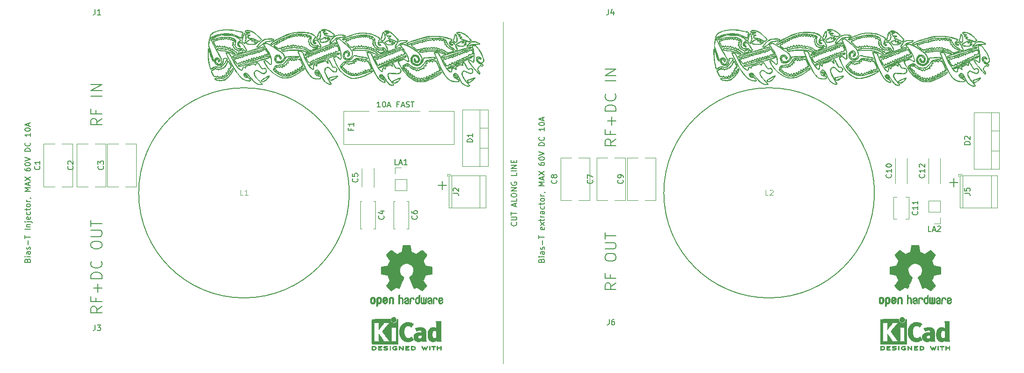
<source format=gbr>
%TF.GenerationSoftware,KiCad,Pcbnew,5.1.8-db9833491~88~ubuntu20.04.1*%
%TF.CreationDate,2020-12-20T11:56:29+01:00*%
%TF.ProjectId,10A-Bias-T,3130412d-4269-4617-932d-542e6b696361,rev?*%
%TF.SameCoordinates,Original*%
%TF.FileFunction,Legend,Top*%
%TF.FilePolarity,Positive*%
%FSLAX46Y46*%
G04 Gerber Fmt 4.6, Leading zero omitted, Abs format (unit mm)*
G04 Created by KiCad (PCBNEW 5.1.8-db9833491~88~ubuntu20.04.1) date 2020-12-20 11:56:29*
%MOMM*%
%LPD*%
G01*
G04 APERTURE LIST*
%ADD10C,0.150000*%
%ADD11C,0.120000*%
%ADD12C,0.010000*%
%ADD13C,0.127000*%
%ADD14C,0.015000*%
G04 APERTURE END LIST*
D10*
X111928571Y-78261904D02*
X111976190Y-78119047D01*
X112023809Y-78071428D01*
X112119047Y-78023809D01*
X112261904Y-78023809D01*
X112357142Y-78071428D01*
X112404761Y-78119047D01*
X112452380Y-78214285D01*
X112452380Y-78595238D01*
X111452380Y-78595238D01*
X111452380Y-78261904D01*
X111500000Y-78166666D01*
X111547619Y-78119047D01*
X111642857Y-78071428D01*
X111738095Y-78071428D01*
X111833333Y-78119047D01*
X111880952Y-78166666D01*
X111928571Y-78261904D01*
X111928571Y-78595238D01*
X112452380Y-77595238D02*
X111785714Y-77595238D01*
X111452380Y-77595238D02*
X111500000Y-77642857D01*
X111547619Y-77595238D01*
X111500000Y-77547619D01*
X111452380Y-77595238D01*
X111547619Y-77595238D01*
X112452380Y-76690476D02*
X111928571Y-76690476D01*
X111833333Y-76738095D01*
X111785714Y-76833333D01*
X111785714Y-77023809D01*
X111833333Y-77119047D01*
X112404761Y-76690476D02*
X112452380Y-76785714D01*
X112452380Y-77023809D01*
X112404761Y-77119047D01*
X112309523Y-77166666D01*
X112214285Y-77166666D01*
X112119047Y-77119047D01*
X112071428Y-77023809D01*
X112071428Y-76785714D01*
X112023809Y-76690476D01*
X112404761Y-76261904D02*
X112452380Y-76166666D01*
X112452380Y-75976190D01*
X112404761Y-75880952D01*
X112309523Y-75833333D01*
X112261904Y-75833333D01*
X112166666Y-75880952D01*
X112119047Y-75976190D01*
X112119047Y-76119047D01*
X112071428Y-76214285D01*
X111976190Y-76261904D01*
X111928571Y-76261904D01*
X111833333Y-76214285D01*
X111785714Y-76119047D01*
X111785714Y-75976190D01*
X111833333Y-75880952D01*
X112071428Y-75404761D02*
X112071428Y-74642857D01*
X111452380Y-74309523D02*
X111452380Y-73738095D01*
X112452380Y-74023809D02*
X111452380Y-74023809D01*
X112404761Y-72261904D02*
X112452380Y-72357142D01*
X112452380Y-72547619D01*
X112404761Y-72642857D01*
X112309523Y-72690476D01*
X111928571Y-72690476D01*
X111833333Y-72642857D01*
X111785714Y-72547619D01*
X111785714Y-72357142D01*
X111833333Y-72261904D01*
X111928571Y-72214285D01*
X112023809Y-72214285D01*
X112119047Y-72690476D01*
X112452380Y-71880952D02*
X111785714Y-71357142D01*
X111785714Y-71880952D02*
X112452380Y-71357142D01*
X111785714Y-71119047D02*
X111785714Y-70738095D01*
X111452380Y-70976190D02*
X112309523Y-70976190D01*
X112404761Y-70928571D01*
X112452380Y-70833333D01*
X112452380Y-70738095D01*
X112452380Y-70404761D02*
X111785714Y-70404761D01*
X111976190Y-70404761D02*
X111880952Y-70357142D01*
X111833333Y-70309523D01*
X111785714Y-70214285D01*
X111785714Y-70119047D01*
X112452380Y-69357142D02*
X111928571Y-69357142D01*
X111833333Y-69404761D01*
X111785714Y-69500000D01*
X111785714Y-69690476D01*
X111833333Y-69785714D01*
X112404761Y-69357142D02*
X112452380Y-69452380D01*
X112452380Y-69690476D01*
X112404761Y-69785714D01*
X112309523Y-69833333D01*
X112214285Y-69833333D01*
X112119047Y-69785714D01*
X112071428Y-69690476D01*
X112071428Y-69452380D01*
X112023809Y-69357142D01*
X112404761Y-68452380D02*
X112452380Y-68547619D01*
X112452380Y-68738095D01*
X112404761Y-68833333D01*
X112357142Y-68880952D01*
X112261904Y-68928571D01*
X111976190Y-68928571D01*
X111880952Y-68880952D01*
X111833333Y-68833333D01*
X111785714Y-68738095D01*
X111785714Y-68547619D01*
X111833333Y-68452380D01*
X111785714Y-68166666D02*
X111785714Y-67785714D01*
X111452380Y-68023809D02*
X112309523Y-68023809D01*
X112404761Y-67976190D01*
X112452380Y-67880952D01*
X112452380Y-67785714D01*
X112452380Y-67309523D02*
X112404761Y-67404761D01*
X112357142Y-67452380D01*
X112261904Y-67500000D01*
X111976190Y-67500000D01*
X111880952Y-67452380D01*
X111833333Y-67404761D01*
X111785714Y-67309523D01*
X111785714Y-67166666D01*
X111833333Y-67071428D01*
X111880952Y-67023809D01*
X111976190Y-66976190D01*
X112261904Y-66976190D01*
X112357142Y-67023809D01*
X112404761Y-67071428D01*
X112452380Y-67166666D01*
X112452380Y-67309523D01*
X112452380Y-66547619D02*
X111785714Y-66547619D01*
X111976190Y-66547619D02*
X111880952Y-66500000D01*
X111833333Y-66452380D01*
X111785714Y-66357142D01*
X111785714Y-66261904D01*
X112404761Y-65880952D02*
X112452380Y-65880952D01*
X112547619Y-65928571D01*
X112595238Y-65976190D01*
X112452380Y-64690476D02*
X111452380Y-64690476D01*
X112166666Y-64357142D01*
X111452380Y-64023809D01*
X112452380Y-64023809D01*
X112166666Y-63595238D02*
X112166666Y-63119047D01*
X112452380Y-63690476D02*
X111452380Y-63357142D01*
X112452380Y-63023809D01*
X111452380Y-62785714D02*
X112452380Y-62119047D01*
X111452380Y-62119047D02*
X112452380Y-62785714D01*
X111452380Y-60547619D02*
X111452380Y-60738095D01*
X111500000Y-60833333D01*
X111547619Y-60880952D01*
X111690476Y-60976190D01*
X111880952Y-61023809D01*
X112261904Y-61023809D01*
X112357142Y-60976190D01*
X112404761Y-60928571D01*
X112452380Y-60833333D01*
X112452380Y-60642857D01*
X112404761Y-60547619D01*
X112357142Y-60500000D01*
X112261904Y-60452380D01*
X112023809Y-60452380D01*
X111928571Y-60500000D01*
X111880952Y-60547619D01*
X111833333Y-60642857D01*
X111833333Y-60833333D01*
X111880952Y-60928571D01*
X111928571Y-60976190D01*
X112023809Y-61023809D01*
X111452380Y-59833333D02*
X111452380Y-59738095D01*
X111500000Y-59642857D01*
X111547619Y-59595238D01*
X111642857Y-59547619D01*
X111833333Y-59500000D01*
X112071428Y-59500000D01*
X112261904Y-59547619D01*
X112357142Y-59595238D01*
X112404761Y-59642857D01*
X112452380Y-59738095D01*
X112452380Y-59833333D01*
X112404761Y-59928571D01*
X112357142Y-59976190D01*
X112261904Y-60023809D01*
X112071428Y-60071428D01*
X111833333Y-60071428D01*
X111642857Y-60023809D01*
X111547619Y-59976190D01*
X111500000Y-59928571D01*
X111452380Y-59833333D01*
X111452380Y-59214285D02*
X112452380Y-58880952D01*
X111452380Y-58547619D01*
X112452380Y-57452380D02*
X111452380Y-57452380D01*
X111452380Y-57214285D01*
X111500000Y-57071428D01*
X111595238Y-56976190D01*
X111690476Y-56928571D01*
X111880952Y-56880952D01*
X112023809Y-56880952D01*
X112214285Y-56928571D01*
X112309523Y-56976190D01*
X112404761Y-57071428D01*
X112452380Y-57214285D01*
X112452380Y-57452380D01*
X112357142Y-55880952D02*
X112404761Y-55928571D01*
X112452380Y-56071428D01*
X112452380Y-56166666D01*
X112404761Y-56309523D01*
X112309523Y-56404761D01*
X112214285Y-56452380D01*
X112023809Y-56500000D01*
X111880952Y-56500000D01*
X111690476Y-56452380D01*
X111595238Y-56404761D01*
X111500000Y-56309523D01*
X111452380Y-56166666D01*
X111452380Y-56071428D01*
X111500000Y-55928571D01*
X111547619Y-55880952D01*
X112452380Y-54166666D02*
X112452380Y-54738095D01*
X112452380Y-54452380D02*
X111452380Y-54452380D01*
X111595238Y-54547619D01*
X111690476Y-54642857D01*
X111738095Y-54738095D01*
X111452380Y-53547619D02*
X111452380Y-53452380D01*
X111500000Y-53357142D01*
X111547619Y-53309523D01*
X111642857Y-53261904D01*
X111833333Y-53214285D01*
X112071428Y-53214285D01*
X112261904Y-53261904D01*
X112357142Y-53309523D01*
X112404761Y-53357142D01*
X112452380Y-53452380D01*
X112452380Y-53547619D01*
X112404761Y-53642857D01*
X112357142Y-53690476D01*
X112261904Y-53738095D01*
X112071428Y-53785714D01*
X111833333Y-53785714D01*
X111642857Y-53738095D01*
X111547619Y-53690476D01*
X111500000Y-53642857D01*
X111452380Y-53547619D01*
X112166666Y-52833333D02*
X112166666Y-52357142D01*
X112452380Y-52928571D02*
X111452380Y-52595238D01*
X112452380Y-52261904D01*
X18928571Y-78238095D02*
X18976190Y-78095238D01*
X19023809Y-78047619D01*
X19119047Y-78000000D01*
X19261904Y-78000000D01*
X19357142Y-78047619D01*
X19404761Y-78095238D01*
X19452380Y-78190476D01*
X19452380Y-78571428D01*
X18452380Y-78571428D01*
X18452380Y-78238095D01*
X18500000Y-78142857D01*
X18547619Y-78095238D01*
X18642857Y-78047619D01*
X18738095Y-78047619D01*
X18833333Y-78095238D01*
X18880952Y-78142857D01*
X18928571Y-78238095D01*
X18928571Y-78571428D01*
X19452380Y-77571428D02*
X18785714Y-77571428D01*
X18452380Y-77571428D02*
X18500000Y-77619047D01*
X18547619Y-77571428D01*
X18500000Y-77523809D01*
X18452380Y-77571428D01*
X18547619Y-77571428D01*
X19452380Y-76666666D02*
X18928571Y-76666666D01*
X18833333Y-76714285D01*
X18785714Y-76809523D01*
X18785714Y-77000000D01*
X18833333Y-77095238D01*
X19404761Y-76666666D02*
X19452380Y-76761904D01*
X19452380Y-77000000D01*
X19404761Y-77095238D01*
X19309523Y-77142857D01*
X19214285Y-77142857D01*
X19119047Y-77095238D01*
X19071428Y-77000000D01*
X19071428Y-76761904D01*
X19023809Y-76666666D01*
X19404761Y-76238095D02*
X19452380Y-76142857D01*
X19452380Y-75952380D01*
X19404761Y-75857142D01*
X19309523Y-75809523D01*
X19261904Y-75809523D01*
X19166666Y-75857142D01*
X19119047Y-75952380D01*
X19119047Y-76095238D01*
X19071428Y-76190476D01*
X18976190Y-76238095D01*
X18928571Y-76238095D01*
X18833333Y-76190476D01*
X18785714Y-76095238D01*
X18785714Y-75952380D01*
X18833333Y-75857142D01*
X19071428Y-75380952D02*
X19071428Y-74619047D01*
X18452380Y-74285714D02*
X18452380Y-73714285D01*
X19452380Y-74000000D02*
X18452380Y-74000000D01*
X19452380Y-72619047D02*
X18452380Y-72619047D01*
X18785714Y-72142857D02*
X19452380Y-72142857D01*
X18880952Y-72142857D02*
X18833333Y-72095238D01*
X18785714Y-72000000D01*
X18785714Y-71857142D01*
X18833333Y-71761904D01*
X18928571Y-71714285D01*
X19452380Y-71714285D01*
X18785714Y-71238095D02*
X19642857Y-71238095D01*
X19738095Y-71285714D01*
X19785714Y-71380952D01*
X19785714Y-71428571D01*
X18452380Y-71238095D02*
X18500000Y-71285714D01*
X18547619Y-71238095D01*
X18500000Y-71190476D01*
X18452380Y-71238095D01*
X18547619Y-71238095D01*
X19404761Y-70380952D02*
X19452380Y-70476190D01*
X19452380Y-70666666D01*
X19404761Y-70761904D01*
X19309523Y-70809523D01*
X18928571Y-70809523D01*
X18833333Y-70761904D01*
X18785714Y-70666666D01*
X18785714Y-70476190D01*
X18833333Y-70380952D01*
X18928571Y-70333333D01*
X19023809Y-70333333D01*
X19119047Y-70809523D01*
X19404761Y-69476190D02*
X19452380Y-69571428D01*
X19452380Y-69761904D01*
X19404761Y-69857142D01*
X19357142Y-69904761D01*
X19261904Y-69952380D01*
X18976190Y-69952380D01*
X18880952Y-69904761D01*
X18833333Y-69857142D01*
X18785714Y-69761904D01*
X18785714Y-69571428D01*
X18833333Y-69476190D01*
X18785714Y-69190476D02*
X18785714Y-68809523D01*
X18452380Y-69047619D02*
X19309523Y-69047619D01*
X19404761Y-69000000D01*
X19452380Y-68904761D01*
X19452380Y-68809523D01*
X19452380Y-68333333D02*
X19404761Y-68428571D01*
X19357142Y-68476190D01*
X19261904Y-68523809D01*
X18976190Y-68523809D01*
X18880952Y-68476190D01*
X18833333Y-68428571D01*
X18785714Y-68333333D01*
X18785714Y-68190476D01*
X18833333Y-68095238D01*
X18880952Y-68047619D01*
X18976190Y-68000000D01*
X19261904Y-68000000D01*
X19357142Y-68047619D01*
X19404761Y-68095238D01*
X19452380Y-68190476D01*
X19452380Y-68333333D01*
X19452380Y-67571428D02*
X18785714Y-67571428D01*
X18976190Y-67571428D02*
X18880952Y-67523809D01*
X18833333Y-67476190D01*
X18785714Y-67380952D01*
X18785714Y-67285714D01*
X19404761Y-66904761D02*
X19452380Y-66904761D01*
X19547619Y-66952380D01*
X19595238Y-67000000D01*
X19452380Y-65714285D02*
X18452380Y-65714285D01*
X19166666Y-65380952D01*
X18452380Y-65047619D01*
X19452380Y-65047619D01*
X19166666Y-64619047D02*
X19166666Y-64142857D01*
X19452380Y-64714285D02*
X18452380Y-64380952D01*
X19452380Y-64047619D01*
X18452380Y-63809523D02*
X19452380Y-63142857D01*
X18452380Y-63142857D02*
X19452380Y-63809523D01*
X18452380Y-61571428D02*
X18452380Y-61761904D01*
X18500000Y-61857142D01*
X18547619Y-61904761D01*
X18690476Y-62000000D01*
X18880952Y-62047619D01*
X19261904Y-62047619D01*
X19357142Y-62000000D01*
X19404761Y-61952380D01*
X19452380Y-61857142D01*
X19452380Y-61666666D01*
X19404761Y-61571428D01*
X19357142Y-61523809D01*
X19261904Y-61476190D01*
X19023809Y-61476190D01*
X18928571Y-61523809D01*
X18880952Y-61571428D01*
X18833333Y-61666666D01*
X18833333Y-61857142D01*
X18880952Y-61952380D01*
X18928571Y-62000000D01*
X19023809Y-62047619D01*
X18452380Y-60857142D02*
X18452380Y-60761904D01*
X18500000Y-60666666D01*
X18547619Y-60619047D01*
X18642857Y-60571428D01*
X18833333Y-60523809D01*
X19071428Y-60523809D01*
X19261904Y-60571428D01*
X19357142Y-60619047D01*
X19404761Y-60666666D01*
X19452380Y-60761904D01*
X19452380Y-60857142D01*
X19404761Y-60952380D01*
X19357142Y-61000000D01*
X19261904Y-61047619D01*
X19071428Y-61095238D01*
X18833333Y-61095238D01*
X18642857Y-61047619D01*
X18547619Y-61000000D01*
X18500000Y-60952380D01*
X18452380Y-60857142D01*
X18452380Y-60238095D02*
X19452380Y-59904761D01*
X18452380Y-59571428D01*
X19452380Y-58476190D02*
X18452380Y-58476190D01*
X18452380Y-58238095D01*
X18500000Y-58095238D01*
X18595238Y-58000000D01*
X18690476Y-57952380D01*
X18880952Y-57904761D01*
X19023809Y-57904761D01*
X19214285Y-57952380D01*
X19309523Y-58000000D01*
X19404761Y-58095238D01*
X19452380Y-58238095D01*
X19452380Y-58476190D01*
X19357142Y-56904761D02*
X19404761Y-56952380D01*
X19452380Y-57095238D01*
X19452380Y-57190476D01*
X19404761Y-57333333D01*
X19309523Y-57428571D01*
X19214285Y-57476190D01*
X19023809Y-57523809D01*
X18880952Y-57523809D01*
X18690476Y-57476190D01*
X18595238Y-57428571D01*
X18500000Y-57333333D01*
X18452380Y-57190476D01*
X18452380Y-57095238D01*
X18500000Y-56952380D01*
X18547619Y-56904761D01*
X19452380Y-55190476D02*
X19452380Y-55761904D01*
X19452380Y-55476190D02*
X18452380Y-55476190D01*
X18595238Y-55571428D01*
X18690476Y-55666666D01*
X18738095Y-55761904D01*
X18452380Y-54571428D02*
X18452380Y-54476190D01*
X18500000Y-54380952D01*
X18547619Y-54333333D01*
X18642857Y-54285714D01*
X18833333Y-54238095D01*
X19071428Y-54238095D01*
X19261904Y-54285714D01*
X19357142Y-54333333D01*
X19404761Y-54380952D01*
X19452380Y-54476190D01*
X19452380Y-54571428D01*
X19404761Y-54666666D01*
X19357142Y-54714285D01*
X19261904Y-54761904D01*
X19071428Y-54809523D01*
X18833333Y-54809523D01*
X18642857Y-54761904D01*
X18547619Y-54714285D01*
X18500000Y-54666666D01*
X18452380Y-54571428D01*
X19166666Y-53857142D02*
X19166666Y-53380952D01*
X19452380Y-53952380D02*
X18452380Y-53619047D01*
X19452380Y-53285714D01*
X107357142Y-71357142D02*
X107404761Y-71404761D01*
X107452380Y-71547619D01*
X107452380Y-71642857D01*
X107404761Y-71785714D01*
X107309523Y-71880952D01*
X107214285Y-71928571D01*
X107023809Y-71976190D01*
X106880952Y-71976190D01*
X106690476Y-71928571D01*
X106595238Y-71880952D01*
X106500000Y-71785714D01*
X106452380Y-71642857D01*
X106452380Y-71547619D01*
X106500000Y-71404761D01*
X106547619Y-71357142D01*
X106452380Y-70928571D02*
X107261904Y-70928571D01*
X107357142Y-70880952D01*
X107404761Y-70833333D01*
X107452380Y-70738095D01*
X107452380Y-70547619D01*
X107404761Y-70452380D01*
X107357142Y-70404761D01*
X107261904Y-70357142D01*
X106452380Y-70357142D01*
X106452380Y-70023809D02*
X106452380Y-69452380D01*
X107452380Y-69738095D02*
X106452380Y-69738095D01*
X107166666Y-68404761D02*
X107166666Y-67928571D01*
X107452380Y-68500000D02*
X106452380Y-68166666D01*
X107452380Y-67833333D01*
X107452380Y-67023809D02*
X107452380Y-67500000D01*
X106452380Y-67500000D01*
X106452380Y-66500000D02*
X106452380Y-66309523D01*
X106500000Y-66214285D01*
X106595238Y-66119047D01*
X106785714Y-66071428D01*
X107119047Y-66071428D01*
X107309523Y-66119047D01*
X107404761Y-66214285D01*
X107452380Y-66309523D01*
X107452380Y-66500000D01*
X107404761Y-66595238D01*
X107309523Y-66690476D01*
X107119047Y-66738095D01*
X106785714Y-66738095D01*
X106595238Y-66690476D01*
X106500000Y-66595238D01*
X106452380Y-66500000D01*
X107452380Y-65642857D02*
X106452380Y-65642857D01*
X107452380Y-65071428D01*
X106452380Y-65071428D01*
X106500000Y-64071428D02*
X106452380Y-64166666D01*
X106452380Y-64309523D01*
X106500000Y-64452380D01*
X106595238Y-64547619D01*
X106690476Y-64595238D01*
X106880952Y-64642857D01*
X107023809Y-64642857D01*
X107214285Y-64595238D01*
X107309523Y-64547619D01*
X107404761Y-64452380D01*
X107452380Y-64309523D01*
X107452380Y-64214285D01*
X107404761Y-64071428D01*
X107357142Y-64023809D01*
X107023809Y-64023809D01*
X107023809Y-64214285D01*
X107452380Y-62357142D02*
X107452380Y-62833333D01*
X106452380Y-62833333D01*
X107452380Y-62023809D02*
X106452380Y-62023809D01*
X107452380Y-61547619D02*
X106452380Y-61547619D01*
X107452380Y-60976190D01*
X106452380Y-60976190D01*
X106928571Y-60500000D02*
X106928571Y-60166666D01*
X107452380Y-60023809D02*
X107452380Y-60500000D01*
X106452380Y-60500000D01*
X106452380Y-60023809D01*
D11*
X105000000Y-35000000D02*
X105000000Y-97000000D01*
D10*
X185738095Y-64142857D02*
X187261904Y-64142857D01*
X186500000Y-64904761D02*
X186500000Y-63380952D01*
X93238095Y-64642857D02*
X94761904Y-64642857D01*
X94000000Y-65404761D02*
X94000000Y-63880952D01*
X82785714Y-50452380D02*
X82214285Y-50452380D01*
X82500000Y-50452380D02*
X82500000Y-49452380D01*
X82404761Y-49595238D01*
X82309523Y-49690476D01*
X82214285Y-49738095D01*
X83404761Y-49452380D02*
X83500000Y-49452380D01*
X83595238Y-49500000D01*
X83642857Y-49547619D01*
X83690476Y-49642857D01*
X83738095Y-49833333D01*
X83738095Y-50071428D01*
X83690476Y-50261904D01*
X83642857Y-50357142D01*
X83595238Y-50404761D01*
X83500000Y-50452380D01*
X83404761Y-50452380D01*
X83309523Y-50404761D01*
X83261904Y-50357142D01*
X83214285Y-50261904D01*
X83166666Y-50071428D01*
X83166666Y-49833333D01*
X83214285Y-49642857D01*
X83261904Y-49547619D01*
X83309523Y-49500000D01*
X83404761Y-49452380D01*
X84119047Y-50166666D02*
X84595238Y-50166666D01*
X84023809Y-50452380D02*
X84357142Y-49452380D01*
X84690476Y-50452380D01*
X86119047Y-49928571D02*
X85785714Y-49928571D01*
X85785714Y-50452380D02*
X85785714Y-49452380D01*
X86261904Y-49452380D01*
X86595238Y-50166666D02*
X87071428Y-50166666D01*
X86500000Y-50452380D02*
X86833333Y-49452380D01*
X87166666Y-50452380D01*
X87452380Y-50404761D02*
X87595238Y-50452380D01*
X87833333Y-50452380D01*
X87928571Y-50404761D01*
X87976190Y-50357142D01*
X88023809Y-50261904D01*
X88023809Y-50166666D01*
X87976190Y-50071428D01*
X87928571Y-50023809D01*
X87833333Y-49976190D01*
X87642857Y-49928571D01*
X87547619Y-49880952D01*
X87500000Y-49833333D01*
X87452380Y-49738095D01*
X87452380Y-49642857D01*
X87500000Y-49547619D01*
X87547619Y-49500000D01*
X87642857Y-49452380D01*
X87880952Y-49452380D01*
X88023809Y-49500000D01*
X88309523Y-49452380D02*
X88880952Y-49452380D01*
X88595238Y-50452380D02*
X88595238Y-49452380D01*
X125404761Y-82357142D02*
X124452380Y-83023809D01*
X125404761Y-83500000D02*
X123404761Y-83500000D01*
X123404761Y-82738095D01*
X123500000Y-82547619D01*
X123595238Y-82452380D01*
X123785714Y-82357142D01*
X124071428Y-82357142D01*
X124261904Y-82452380D01*
X124357142Y-82547619D01*
X124452380Y-82738095D01*
X124452380Y-83500000D01*
X124357142Y-80833333D02*
X124357142Y-81500000D01*
X125404761Y-81500000D02*
X123404761Y-81500000D01*
X123404761Y-80547619D01*
X123404761Y-77880952D02*
X123404761Y-77500000D01*
X123500000Y-77309523D01*
X123690476Y-77119047D01*
X124071428Y-77023809D01*
X124738095Y-77023809D01*
X125119047Y-77119047D01*
X125309523Y-77309523D01*
X125404761Y-77500000D01*
X125404761Y-77880952D01*
X125309523Y-78071428D01*
X125119047Y-78261904D01*
X124738095Y-78357142D01*
X124071428Y-78357142D01*
X123690476Y-78261904D01*
X123500000Y-78071428D01*
X123404761Y-77880952D01*
X123404761Y-76166666D02*
X125023809Y-76166666D01*
X125214285Y-76071428D01*
X125309523Y-75976190D01*
X125404761Y-75785714D01*
X125404761Y-75404761D01*
X125309523Y-75214285D01*
X125214285Y-75119047D01*
X125023809Y-75023809D01*
X123404761Y-75023809D01*
X123404761Y-74357142D02*
X123404761Y-73214285D01*
X125404761Y-73785714D02*
X123404761Y-73785714D01*
X125404761Y-56261904D02*
X124452380Y-56928571D01*
X125404761Y-57404761D02*
X123404761Y-57404761D01*
X123404761Y-56642857D01*
X123500000Y-56452380D01*
X123595238Y-56357142D01*
X123785714Y-56261904D01*
X124071428Y-56261904D01*
X124261904Y-56357142D01*
X124357142Y-56452380D01*
X124452380Y-56642857D01*
X124452380Y-57404761D01*
X124357142Y-54738095D02*
X124357142Y-55404761D01*
X125404761Y-55404761D02*
X123404761Y-55404761D01*
X123404761Y-54452380D01*
X124642857Y-53690476D02*
X124642857Y-52166666D01*
X125404761Y-52928571D02*
X123880952Y-52928571D01*
X125404761Y-51214285D02*
X123404761Y-51214285D01*
X123404761Y-50738095D01*
X123500000Y-50452380D01*
X123690476Y-50261904D01*
X123880952Y-50166666D01*
X124261904Y-50071428D01*
X124547619Y-50071428D01*
X124928571Y-50166666D01*
X125119047Y-50261904D01*
X125309523Y-50452380D01*
X125404761Y-50738095D01*
X125404761Y-51214285D01*
X125214285Y-48071428D02*
X125309523Y-48166666D01*
X125404761Y-48452380D01*
X125404761Y-48642857D01*
X125309523Y-48928571D01*
X125119047Y-49119047D01*
X124928571Y-49214285D01*
X124547619Y-49309523D01*
X124261904Y-49309523D01*
X123880952Y-49214285D01*
X123690476Y-49119047D01*
X123500000Y-48928571D01*
X123404761Y-48642857D01*
X123404761Y-48452380D01*
X123500000Y-48166666D01*
X123595238Y-48071428D01*
X125404761Y-45690476D02*
X123404761Y-45690476D01*
X125404761Y-44738095D02*
X123404761Y-44738095D01*
X125404761Y-43595238D01*
X123404761Y-43595238D01*
X32404761Y-52523809D02*
X31452380Y-53190476D01*
X32404761Y-53666666D02*
X30404761Y-53666666D01*
X30404761Y-52904761D01*
X30500000Y-52714285D01*
X30595238Y-52619047D01*
X30785714Y-52523809D01*
X31071428Y-52523809D01*
X31261904Y-52619047D01*
X31357142Y-52714285D01*
X31452380Y-52904761D01*
X31452380Y-53666666D01*
X31357142Y-51000000D02*
X31357142Y-51666666D01*
X32404761Y-51666666D02*
X30404761Y-51666666D01*
X30404761Y-50714285D01*
X32404761Y-48428571D02*
X30404761Y-48428571D01*
X32404761Y-47476190D02*
X30404761Y-47476190D01*
X32404761Y-46333333D01*
X30404761Y-46333333D01*
X32404761Y-86595238D02*
X31452380Y-87261904D01*
X32404761Y-87738095D02*
X30404761Y-87738095D01*
X30404761Y-86976190D01*
X30500000Y-86785714D01*
X30595238Y-86690476D01*
X30785714Y-86595238D01*
X31071428Y-86595238D01*
X31261904Y-86690476D01*
X31357142Y-86785714D01*
X31452380Y-86976190D01*
X31452380Y-87738095D01*
X31357142Y-85071428D02*
X31357142Y-85738095D01*
X32404761Y-85738095D02*
X30404761Y-85738095D01*
X30404761Y-84785714D01*
X31642857Y-84023809D02*
X31642857Y-82500000D01*
X32404761Y-83261904D02*
X30880952Y-83261904D01*
X32404761Y-81547619D02*
X30404761Y-81547619D01*
X30404761Y-81071428D01*
X30500000Y-80785714D01*
X30690476Y-80595238D01*
X30880952Y-80500000D01*
X31261904Y-80404761D01*
X31547619Y-80404761D01*
X31928571Y-80500000D01*
X32119047Y-80595238D01*
X32309523Y-80785714D01*
X32404761Y-81071428D01*
X32404761Y-81547619D01*
X32214285Y-78404761D02*
X32309523Y-78500000D01*
X32404761Y-78785714D01*
X32404761Y-78976190D01*
X32309523Y-79261904D01*
X32119047Y-79452380D01*
X31928571Y-79547619D01*
X31547619Y-79642857D01*
X31261904Y-79642857D01*
X30880952Y-79547619D01*
X30690476Y-79452380D01*
X30500000Y-79261904D01*
X30404761Y-78976190D01*
X30404761Y-78785714D01*
X30500000Y-78500000D01*
X30595238Y-78404761D01*
X30404761Y-75642857D02*
X30404761Y-75261904D01*
X30500000Y-75071428D01*
X30690476Y-74880952D01*
X31071428Y-74785714D01*
X31738095Y-74785714D01*
X32119047Y-74880952D01*
X32309523Y-75071428D01*
X32404761Y-75261904D01*
X32404761Y-75642857D01*
X32309523Y-75833333D01*
X32119047Y-76023809D01*
X31738095Y-76119047D01*
X31071428Y-76119047D01*
X30690476Y-76023809D01*
X30500000Y-75833333D01*
X30404761Y-75642857D01*
X30404761Y-73928571D02*
X32023809Y-73928571D01*
X32214285Y-73833333D01*
X32309523Y-73738095D01*
X32404761Y-73547619D01*
X32404761Y-73166666D01*
X32309523Y-72976190D01*
X32214285Y-72880952D01*
X32023809Y-72785714D01*
X30404761Y-72785714D01*
X30404761Y-72119047D02*
X30404761Y-70976190D01*
X32404761Y-71547619D02*
X30404761Y-71547619D01*
D12*
%TO.C,REF\u002A\u002A*%
G36*
X174671900Y-84861903D02*
G01*
X174783450Y-84917522D01*
X174881908Y-85019931D01*
X174909023Y-85057864D01*
X174938562Y-85107500D01*
X174957728Y-85161412D01*
X174968693Y-85233364D01*
X174973629Y-85337122D01*
X174974713Y-85474101D01*
X174969818Y-85661815D01*
X174952804Y-85802758D01*
X174920177Y-85907908D01*
X174868442Y-85988243D01*
X174794104Y-86054741D01*
X174788642Y-86058678D01*
X174715380Y-86098953D01*
X174627160Y-86118880D01*
X174514962Y-86123793D01*
X174332567Y-86123793D01*
X174332491Y-86300857D01*
X174330793Y-86399470D01*
X174320450Y-86457314D01*
X174293422Y-86492006D01*
X174241668Y-86521164D01*
X174229239Y-86527121D01*
X174171077Y-86555039D01*
X174126044Y-86572672D01*
X174092559Y-86574194D01*
X174069038Y-86553781D01*
X174053900Y-86505607D01*
X174045563Y-86423846D01*
X174042444Y-86302672D01*
X174042960Y-86136260D01*
X174045529Y-85918785D01*
X174046332Y-85853736D01*
X174049222Y-85629502D01*
X174051812Y-85482821D01*
X174332414Y-85482821D01*
X174333991Y-85607326D01*
X174341000Y-85688787D01*
X174356858Y-85742515D01*
X174384981Y-85783823D01*
X174404075Y-85803971D01*
X174482135Y-85862921D01*
X174551247Y-85867720D01*
X174622560Y-85819038D01*
X174624368Y-85817241D01*
X174653383Y-85779618D01*
X174671033Y-85728484D01*
X174679936Y-85649738D01*
X174682709Y-85529276D01*
X174682759Y-85502588D01*
X174676058Y-85336583D01*
X174654248Y-85221505D01*
X174614765Y-85151254D01*
X174555044Y-85119729D01*
X174520528Y-85116552D01*
X174438611Y-85131460D01*
X174382421Y-85180548D01*
X174348598Y-85270362D01*
X174333780Y-85407445D01*
X174332414Y-85482821D01*
X174051812Y-85482821D01*
X174052287Y-85455952D01*
X174056247Y-85325382D01*
X174061826Y-85230087D01*
X174069746Y-85162364D01*
X174080731Y-85114507D01*
X174095501Y-85078813D01*
X174114782Y-85047578D01*
X174123049Y-85035824D01*
X174232712Y-84924797D01*
X174371365Y-84861847D01*
X174531754Y-84844297D01*
X174671900Y-84861903D01*
G37*
X174671900Y-84861903D02*
X174783450Y-84917522D01*
X174881908Y-85019931D01*
X174909023Y-85057864D01*
X174938562Y-85107500D01*
X174957728Y-85161412D01*
X174968693Y-85233364D01*
X174973629Y-85337122D01*
X174974713Y-85474101D01*
X174969818Y-85661815D01*
X174952804Y-85802758D01*
X174920177Y-85907908D01*
X174868442Y-85988243D01*
X174794104Y-86054741D01*
X174788642Y-86058678D01*
X174715380Y-86098953D01*
X174627160Y-86118880D01*
X174514962Y-86123793D01*
X174332567Y-86123793D01*
X174332491Y-86300857D01*
X174330793Y-86399470D01*
X174320450Y-86457314D01*
X174293422Y-86492006D01*
X174241668Y-86521164D01*
X174229239Y-86527121D01*
X174171077Y-86555039D01*
X174126044Y-86572672D01*
X174092559Y-86574194D01*
X174069038Y-86553781D01*
X174053900Y-86505607D01*
X174045563Y-86423846D01*
X174042444Y-86302672D01*
X174042960Y-86136260D01*
X174045529Y-85918785D01*
X174046332Y-85853736D01*
X174049222Y-85629502D01*
X174051812Y-85482821D01*
X174332414Y-85482821D01*
X174333991Y-85607326D01*
X174341000Y-85688787D01*
X174356858Y-85742515D01*
X174384981Y-85783823D01*
X174404075Y-85803971D01*
X174482135Y-85862921D01*
X174551247Y-85867720D01*
X174622560Y-85819038D01*
X174624368Y-85817241D01*
X174653383Y-85779618D01*
X174671033Y-85728484D01*
X174679936Y-85649738D01*
X174682709Y-85529276D01*
X174682759Y-85502588D01*
X174676058Y-85336583D01*
X174654248Y-85221505D01*
X174614765Y-85151254D01*
X174555044Y-85119729D01*
X174520528Y-85116552D01*
X174438611Y-85131460D01*
X174382421Y-85180548D01*
X174348598Y-85270362D01*
X174333780Y-85407445D01*
X174332414Y-85482821D01*
X174051812Y-85482821D01*
X174052287Y-85455952D01*
X174056247Y-85325382D01*
X174061826Y-85230087D01*
X174069746Y-85162364D01*
X174080731Y-85114507D01*
X174095501Y-85078813D01*
X174114782Y-85047578D01*
X174123049Y-85035824D01*
X174232712Y-84924797D01*
X174371365Y-84861847D01*
X174531754Y-84844297D01*
X174671900Y-84861903D01*
G36*
X176917429Y-84877719D02*
G01*
X177011123Y-84931914D01*
X177076264Y-84985707D01*
X177123907Y-85042066D01*
X177156728Y-85110987D01*
X177177406Y-85202468D01*
X177188620Y-85326506D01*
X177193049Y-85493098D01*
X177193563Y-85612851D01*
X177193563Y-86053659D01*
X177069483Y-86109283D01*
X176945402Y-86164907D01*
X176930805Y-85682095D01*
X176924773Y-85501779D01*
X176918445Y-85370901D01*
X176910606Y-85280511D01*
X176900037Y-85221664D01*
X176885523Y-85185413D01*
X176865848Y-85162810D01*
X176859535Y-85157917D01*
X176763888Y-85119706D01*
X176667207Y-85134827D01*
X176609655Y-85174943D01*
X176586245Y-85203370D01*
X176570039Y-85240672D01*
X176559741Y-85297223D01*
X176554049Y-85383394D01*
X176551664Y-85509558D01*
X176551264Y-85641042D01*
X176551186Y-85805999D01*
X176548361Y-85922761D01*
X176538907Y-86001510D01*
X176518940Y-86052431D01*
X176484576Y-86085706D01*
X176431932Y-86111520D01*
X176361617Y-86138344D01*
X176284820Y-86167542D01*
X176293962Y-85649346D01*
X176297643Y-85462539D01*
X176301950Y-85324490D01*
X176308123Y-85225568D01*
X176317402Y-85156145D01*
X176331027Y-85106590D01*
X176350239Y-85067273D01*
X176373402Y-85032584D01*
X176485152Y-84921770D01*
X176621513Y-84857689D01*
X176769825Y-84842339D01*
X176917429Y-84877719D01*
G37*
X176917429Y-84877719D02*
X177011123Y-84931914D01*
X177076264Y-84985707D01*
X177123907Y-85042066D01*
X177156728Y-85110987D01*
X177177406Y-85202468D01*
X177188620Y-85326506D01*
X177193049Y-85493098D01*
X177193563Y-85612851D01*
X177193563Y-86053659D01*
X177069483Y-86109283D01*
X176945402Y-86164907D01*
X176930805Y-85682095D01*
X176924773Y-85501779D01*
X176918445Y-85370901D01*
X176910606Y-85280511D01*
X176900037Y-85221664D01*
X176885523Y-85185413D01*
X176865848Y-85162810D01*
X176859535Y-85157917D01*
X176763888Y-85119706D01*
X176667207Y-85134827D01*
X176609655Y-85174943D01*
X176586245Y-85203370D01*
X176570039Y-85240672D01*
X176559741Y-85297223D01*
X176554049Y-85383394D01*
X176551664Y-85509558D01*
X176551264Y-85641042D01*
X176551186Y-85805999D01*
X176548361Y-85922761D01*
X176538907Y-86001510D01*
X176518940Y-86052431D01*
X176484576Y-86085706D01*
X176431932Y-86111520D01*
X176361617Y-86138344D01*
X176284820Y-86167542D01*
X176293962Y-85649346D01*
X176297643Y-85462539D01*
X176301950Y-85324490D01*
X176308123Y-85225568D01*
X176317402Y-85156145D01*
X176331027Y-85106590D01*
X176350239Y-85067273D01*
X176373402Y-85032584D01*
X176485152Y-84921770D01*
X176621513Y-84857689D01*
X176769825Y-84842339D01*
X176917429Y-84877719D01*
G36*
X173548221Y-84866015D02*
G01*
X173685061Y-84937968D01*
X173786051Y-85053766D01*
X173821925Y-85128213D01*
X173849839Y-85239992D01*
X173864129Y-85381227D01*
X173865484Y-85535371D01*
X173854595Y-85685879D01*
X173832153Y-85816205D01*
X173798850Y-85909803D01*
X173788615Y-85925922D01*
X173667382Y-86046249D01*
X173523387Y-86118317D01*
X173367139Y-86139408D01*
X173209148Y-86106802D01*
X173165180Y-86087253D01*
X173079556Y-86027012D01*
X173004408Y-85947135D01*
X172997306Y-85937004D01*
X172968439Y-85888181D01*
X172949357Y-85835990D01*
X172938084Y-85767285D01*
X172932645Y-85668918D01*
X172931062Y-85527744D01*
X172931035Y-85496092D01*
X172931107Y-85486019D01*
X173222989Y-85486019D01*
X173224687Y-85619256D01*
X173231372Y-85707674D01*
X173245425Y-85764785D01*
X173269229Y-85804102D01*
X173281379Y-85817241D01*
X173351236Y-85867172D01*
X173419059Y-85864895D01*
X173487635Y-85821584D01*
X173528535Y-85775346D01*
X173552758Y-85707857D01*
X173566361Y-85601433D01*
X173567294Y-85589020D01*
X173569616Y-85396147D01*
X173545350Y-85252900D01*
X173494824Y-85160160D01*
X173418368Y-85118807D01*
X173391076Y-85116552D01*
X173319411Y-85127893D01*
X173270390Y-85167184D01*
X173240418Y-85242326D01*
X173225899Y-85361222D01*
X173222989Y-85486019D01*
X172931107Y-85486019D01*
X172932122Y-85345659D01*
X172936688Y-85240549D01*
X172946688Y-85167714D01*
X172964079Y-85114108D01*
X172990816Y-85066681D01*
X172996724Y-85057864D01*
X173096032Y-84939007D01*
X173204242Y-84870008D01*
X173335981Y-84842619D01*
X173380717Y-84841281D01*
X173548221Y-84866015D01*
G37*
X173548221Y-84866015D02*
X173685061Y-84937968D01*
X173786051Y-85053766D01*
X173821925Y-85128213D01*
X173849839Y-85239992D01*
X173864129Y-85381227D01*
X173865484Y-85535371D01*
X173854595Y-85685879D01*
X173832153Y-85816205D01*
X173798850Y-85909803D01*
X173788615Y-85925922D01*
X173667382Y-86046249D01*
X173523387Y-86118317D01*
X173367139Y-86139408D01*
X173209148Y-86106802D01*
X173165180Y-86087253D01*
X173079556Y-86027012D01*
X173004408Y-85947135D01*
X172997306Y-85937004D01*
X172968439Y-85888181D01*
X172949357Y-85835990D01*
X172938084Y-85767285D01*
X172932645Y-85668918D01*
X172931062Y-85527744D01*
X172931035Y-85496092D01*
X172931107Y-85486019D01*
X173222989Y-85486019D01*
X173224687Y-85619256D01*
X173231372Y-85707674D01*
X173245425Y-85764785D01*
X173269229Y-85804102D01*
X173281379Y-85817241D01*
X173351236Y-85867172D01*
X173419059Y-85864895D01*
X173487635Y-85821584D01*
X173528535Y-85775346D01*
X173552758Y-85707857D01*
X173566361Y-85601433D01*
X173567294Y-85589020D01*
X173569616Y-85396147D01*
X173545350Y-85252900D01*
X173494824Y-85160160D01*
X173418368Y-85118807D01*
X173391076Y-85116552D01*
X173319411Y-85127893D01*
X173270390Y-85167184D01*
X173240418Y-85242326D01*
X173225899Y-85361222D01*
X173222989Y-85486019D01*
X172931107Y-85486019D01*
X172932122Y-85345659D01*
X172936688Y-85240549D01*
X172946688Y-85167714D01*
X172964079Y-85114108D01*
X172990816Y-85066681D01*
X172996724Y-85057864D01*
X173096032Y-84939007D01*
X173204242Y-84870008D01*
X173335981Y-84842619D01*
X173380717Y-84841281D01*
X173548221Y-84866015D01*
G36*
X175815552Y-84884676D02*
G01*
X175930658Y-84962111D01*
X176019611Y-85073949D01*
X176072749Y-85216265D01*
X176083497Y-85321015D01*
X176082276Y-85364726D01*
X176072056Y-85398194D01*
X176043961Y-85428179D01*
X175989116Y-85461440D01*
X175898645Y-85504738D01*
X175763672Y-85564833D01*
X175762989Y-85565134D01*
X175638751Y-85622037D01*
X175536873Y-85672565D01*
X175467767Y-85711280D01*
X175441846Y-85732740D01*
X175441839Y-85732913D01*
X175464685Y-85779644D01*
X175518109Y-85831154D01*
X175579442Y-85868261D01*
X175610515Y-85875632D01*
X175695289Y-85850138D01*
X175768293Y-85786291D01*
X175803913Y-85716094D01*
X175838180Y-85664343D01*
X175905303Y-85605409D01*
X175984208Y-85554496D01*
X176053821Y-85526809D01*
X176068377Y-85525287D01*
X176084763Y-85550321D01*
X176085750Y-85614311D01*
X176073708Y-85700593D01*
X176051007Y-85792501D01*
X176020014Y-85873369D01*
X176018448Y-85876509D01*
X175925181Y-86006734D01*
X175804304Y-86095311D01*
X175667027Y-86138786D01*
X175524560Y-86133706D01*
X175388112Y-86076616D01*
X175382045Y-86072602D01*
X175274710Y-85975326D01*
X175204132Y-85848409D01*
X175165074Y-85681526D01*
X175159832Y-85634639D01*
X175150548Y-85413329D01*
X175161678Y-85310124D01*
X175441839Y-85310124D01*
X175445479Y-85374503D01*
X175465389Y-85393291D01*
X175515026Y-85379235D01*
X175593267Y-85346009D01*
X175680726Y-85304359D01*
X175682899Y-85303256D01*
X175757030Y-85264265D01*
X175786781Y-85238244D01*
X175779445Y-85210965D01*
X175748553Y-85175121D01*
X175669960Y-85123251D01*
X175585323Y-85119439D01*
X175509403Y-85157189D01*
X175456965Y-85230001D01*
X175441839Y-85310124D01*
X175161678Y-85310124D01*
X175169644Y-85236261D01*
X175218634Y-85095829D01*
X175286836Y-84997447D01*
X175409935Y-84898030D01*
X175545528Y-84848711D01*
X175683955Y-84845568D01*
X175815552Y-84884676D01*
G37*
X175815552Y-84884676D02*
X175930658Y-84962111D01*
X176019611Y-85073949D01*
X176072749Y-85216265D01*
X176083497Y-85321015D01*
X176082276Y-85364726D01*
X176072056Y-85398194D01*
X176043961Y-85428179D01*
X175989116Y-85461440D01*
X175898645Y-85504738D01*
X175763672Y-85564833D01*
X175762989Y-85565134D01*
X175638751Y-85622037D01*
X175536873Y-85672565D01*
X175467767Y-85711280D01*
X175441846Y-85732740D01*
X175441839Y-85732913D01*
X175464685Y-85779644D01*
X175518109Y-85831154D01*
X175579442Y-85868261D01*
X175610515Y-85875632D01*
X175695289Y-85850138D01*
X175768293Y-85786291D01*
X175803913Y-85716094D01*
X175838180Y-85664343D01*
X175905303Y-85605409D01*
X175984208Y-85554496D01*
X176053821Y-85526809D01*
X176068377Y-85525287D01*
X176084763Y-85550321D01*
X176085750Y-85614311D01*
X176073708Y-85700593D01*
X176051007Y-85792501D01*
X176020014Y-85873369D01*
X176018448Y-85876509D01*
X175925181Y-86006734D01*
X175804304Y-86095311D01*
X175667027Y-86138786D01*
X175524560Y-86133706D01*
X175388112Y-86076616D01*
X175382045Y-86072602D01*
X175274710Y-85975326D01*
X175204132Y-85848409D01*
X175165074Y-85681526D01*
X175159832Y-85634639D01*
X175150548Y-85413329D01*
X175161678Y-85310124D01*
X175441839Y-85310124D01*
X175445479Y-85374503D01*
X175465389Y-85393291D01*
X175515026Y-85379235D01*
X175593267Y-85346009D01*
X175680726Y-85304359D01*
X175682899Y-85303256D01*
X175757030Y-85264265D01*
X175786781Y-85238244D01*
X175779445Y-85210965D01*
X175748553Y-85175121D01*
X175669960Y-85123251D01*
X175585323Y-85119439D01*
X175509403Y-85157189D01*
X175456965Y-85230001D01*
X175441839Y-85310124D01*
X175161678Y-85310124D01*
X175169644Y-85236261D01*
X175218634Y-85095829D01*
X175286836Y-84997447D01*
X175409935Y-84898030D01*
X175545528Y-84848711D01*
X175683955Y-84845568D01*
X175815552Y-84884676D01*
G36*
X178244598Y-84723857D02*
G01*
X178253154Y-84843188D01*
X178262981Y-84913506D01*
X178276599Y-84944179D01*
X178296527Y-84944571D01*
X178302989Y-84940910D01*
X178388940Y-84914398D01*
X178500745Y-84915946D01*
X178614414Y-84943199D01*
X178685510Y-84978455D01*
X178758405Y-85034778D01*
X178811693Y-85098519D01*
X178848275Y-85179510D01*
X178871050Y-85287586D01*
X178882919Y-85432580D01*
X178886782Y-85624326D01*
X178886851Y-85661109D01*
X178886897Y-86074288D01*
X178794954Y-86106339D01*
X178729652Y-86128144D01*
X178693824Y-86138297D01*
X178692770Y-86138391D01*
X178689242Y-86110860D01*
X178686239Y-86034923D01*
X178683990Y-85920565D01*
X178682724Y-85777769D01*
X178682529Y-85690951D01*
X178682123Y-85519773D01*
X178680032Y-85397088D01*
X178674947Y-85313000D01*
X178665560Y-85257614D01*
X178650561Y-85221032D01*
X178628642Y-85193359D01*
X178614957Y-85180032D01*
X178520949Y-85126328D01*
X178418364Y-85122307D01*
X178325290Y-85167725D01*
X178308078Y-85184123D01*
X178282832Y-85214957D01*
X178265320Y-85251531D01*
X178254142Y-85304415D01*
X178247896Y-85384177D01*
X178245182Y-85501385D01*
X178244598Y-85662991D01*
X178244598Y-86074288D01*
X178152655Y-86106339D01*
X178087353Y-86128144D01*
X178051525Y-86138297D01*
X178050471Y-86138391D01*
X178047775Y-86110448D01*
X178045345Y-86031630D01*
X178043278Y-85909453D01*
X178041671Y-85751432D01*
X178040623Y-85565083D01*
X178040231Y-85357920D01*
X178040230Y-85348706D01*
X178040230Y-84559020D01*
X178135115Y-84518997D01*
X178230000Y-84478973D01*
X178244598Y-84723857D01*
G37*
X178244598Y-84723857D02*
X178253154Y-84843188D01*
X178262981Y-84913506D01*
X178276599Y-84944179D01*
X178296527Y-84944571D01*
X178302989Y-84940910D01*
X178388940Y-84914398D01*
X178500745Y-84915946D01*
X178614414Y-84943199D01*
X178685510Y-84978455D01*
X178758405Y-85034778D01*
X178811693Y-85098519D01*
X178848275Y-85179510D01*
X178871050Y-85287586D01*
X178882919Y-85432580D01*
X178886782Y-85624326D01*
X178886851Y-85661109D01*
X178886897Y-86074288D01*
X178794954Y-86106339D01*
X178729652Y-86128144D01*
X178693824Y-86138297D01*
X178692770Y-86138391D01*
X178689242Y-86110860D01*
X178686239Y-86034923D01*
X178683990Y-85920565D01*
X178682724Y-85777769D01*
X178682529Y-85690951D01*
X178682123Y-85519773D01*
X178680032Y-85397088D01*
X178674947Y-85313000D01*
X178665560Y-85257614D01*
X178650561Y-85221032D01*
X178628642Y-85193359D01*
X178614957Y-85180032D01*
X178520949Y-85126328D01*
X178418364Y-85122307D01*
X178325290Y-85167725D01*
X178308078Y-85184123D01*
X178282832Y-85214957D01*
X178265320Y-85251531D01*
X178254142Y-85304415D01*
X178247896Y-85384177D01*
X178245182Y-85501385D01*
X178244598Y-85662991D01*
X178244598Y-86074288D01*
X178152655Y-86106339D01*
X178087353Y-86128144D01*
X178051525Y-86138297D01*
X178050471Y-86138391D01*
X178047775Y-86110448D01*
X178045345Y-86031630D01*
X178043278Y-85909453D01*
X178041671Y-85751432D01*
X178040623Y-85565083D01*
X178040231Y-85357920D01*
X178040230Y-85348706D01*
X178040230Y-84559020D01*
X178135115Y-84518997D01*
X178230000Y-84478973D01*
X178244598Y-84723857D01*
G36*
X179579944Y-84924360D02*
G01*
X179694343Y-84966842D01*
X179695652Y-84967658D01*
X179766403Y-85019730D01*
X179818636Y-85080584D01*
X179855371Y-85159887D01*
X179879634Y-85267309D01*
X179894445Y-85412517D01*
X179902829Y-85605179D01*
X179903564Y-85632628D01*
X179914120Y-86046521D01*
X179825291Y-86092456D01*
X179761018Y-86123498D01*
X179722210Y-86138206D01*
X179720415Y-86138391D01*
X179713700Y-86111250D01*
X179708365Y-86038041D01*
X179705083Y-85931081D01*
X179704368Y-85844469D01*
X179704351Y-85704162D01*
X179697937Y-85616051D01*
X179675580Y-85574025D01*
X179627732Y-85571975D01*
X179544849Y-85603790D01*
X179419713Y-85662272D01*
X179327697Y-85710845D01*
X179280371Y-85752986D01*
X179266458Y-85798916D01*
X179266437Y-85801189D01*
X179289395Y-85880311D01*
X179357370Y-85923055D01*
X179461398Y-85929246D01*
X179536330Y-85928172D01*
X179575839Y-85949753D01*
X179600478Y-86001591D01*
X179614659Y-86067632D01*
X179594223Y-86105104D01*
X179586528Y-86110467D01*
X179514083Y-86132006D01*
X179412633Y-86135055D01*
X179308157Y-86120778D01*
X179234125Y-86094688D01*
X179131772Y-86007785D01*
X179073591Y-85886816D01*
X179062069Y-85792308D01*
X179070862Y-85707062D01*
X179102680Y-85637476D01*
X179165684Y-85575672D01*
X179268031Y-85513772D01*
X179417882Y-85443897D01*
X179427012Y-85439948D01*
X179561997Y-85377588D01*
X179645294Y-85326446D01*
X179680997Y-85280488D01*
X179673203Y-85233683D01*
X179626007Y-85179998D01*
X179611894Y-85167644D01*
X179517359Y-85119741D01*
X179419406Y-85121758D01*
X179334097Y-85168724D01*
X179277496Y-85255669D01*
X179272237Y-85272734D01*
X179221023Y-85355504D01*
X179156037Y-85395372D01*
X179062069Y-85434882D01*
X179062069Y-85332658D01*
X179090653Y-85184072D01*
X179175495Y-85047784D01*
X179219645Y-85002191D01*
X179320005Y-84943674D01*
X179447635Y-84917184D01*
X179579944Y-84924360D01*
G37*
X179579944Y-84924360D02*
X179694343Y-84966842D01*
X179695652Y-84967658D01*
X179766403Y-85019730D01*
X179818636Y-85080584D01*
X179855371Y-85159887D01*
X179879634Y-85267309D01*
X179894445Y-85412517D01*
X179902829Y-85605179D01*
X179903564Y-85632628D01*
X179914120Y-86046521D01*
X179825291Y-86092456D01*
X179761018Y-86123498D01*
X179722210Y-86138206D01*
X179720415Y-86138391D01*
X179713700Y-86111250D01*
X179708365Y-86038041D01*
X179705083Y-85931081D01*
X179704368Y-85844469D01*
X179704351Y-85704162D01*
X179697937Y-85616051D01*
X179675580Y-85574025D01*
X179627732Y-85571975D01*
X179544849Y-85603790D01*
X179419713Y-85662272D01*
X179327697Y-85710845D01*
X179280371Y-85752986D01*
X179266458Y-85798916D01*
X179266437Y-85801189D01*
X179289395Y-85880311D01*
X179357370Y-85923055D01*
X179461398Y-85929246D01*
X179536330Y-85928172D01*
X179575839Y-85949753D01*
X179600478Y-86001591D01*
X179614659Y-86067632D01*
X179594223Y-86105104D01*
X179586528Y-86110467D01*
X179514083Y-86132006D01*
X179412633Y-86135055D01*
X179308157Y-86120778D01*
X179234125Y-86094688D01*
X179131772Y-86007785D01*
X179073591Y-85886816D01*
X179062069Y-85792308D01*
X179070862Y-85707062D01*
X179102680Y-85637476D01*
X179165684Y-85575672D01*
X179268031Y-85513772D01*
X179417882Y-85443897D01*
X179427012Y-85439948D01*
X179561997Y-85377588D01*
X179645294Y-85326446D01*
X179680997Y-85280488D01*
X179673203Y-85233683D01*
X179626007Y-85179998D01*
X179611894Y-85167644D01*
X179517359Y-85119741D01*
X179419406Y-85121758D01*
X179334097Y-85168724D01*
X179277496Y-85255669D01*
X179272237Y-85272734D01*
X179221023Y-85355504D01*
X179156037Y-85395372D01*
X179062069Y-85434882D01*
X179062069Y-85332658D01*
X179090653Y-85184072D01*
X179175495Y-85047784D01*
X179219645Y-85002191D01*
X179320005Y-84943674D01*
X179447635Y-84917184D01*
X179579944Y-84924360D01*
G36*
X180565943Y-84921920D02*
G01*
X180698565Y-84970859D01*
X180806010Y-85057419D01*
X180848032Y-85118352D01*
X180893843Y-85230161D01*
X180892891Y-85311006D01*
X180844808Y-85365378D01*
X180827017Y-85374624D01*
X180750204Y-85403450D01*
X180710976Y-85396065D01*
X180697689Y-85347658D01*
X180697012Y-85320920D01*
X180672686Y-85222548D01*
X180609281Y-85153734D01*
X180521154Y-85120498D01*
X180422663Y-85128861D01*
X180342602Y-85172296D01*
X180315561Y-85197072D01*
X180296394Y-85227129D01*
X180283446Y-85272565D01*
X180275064Y-85343476D01*
X180269593Y-85449960D01*
X180265378Y-85602112D01*
X180264287Y-85650287D01*
X180260307Y-85815095D01*
X180255781Y-85931088D01*
X180248995Y-86007833D01*
X180238231Y-86054893D01*
X180221773Y-86081835D01*
X180197906Y-86098223D01*
X180182626Y-86105463D01*
X180117733Y-86130220D01*
X180079534Y-86138391D01*
X180066912Y-86111103D01*
X180059208Y-86028603D01*
X180056380Y-85889941D01*
X180058386Y-85694162D01*
X180059011Y-85663965D01*
X180063421Y-85485349D01*
X180068635Y-85354923D01*
X180076055Y-85262492D01*
X180087082Y-85197858D01*
X180103117Y-85150825D01*
X180125561Y-85111196D01*
X180137302Y-85094215D01*
X180204619Y-85019080D01*
X180279910Y-84960638D01*
X180289128Y-84955536D01*
X180424133Y-84915260D01*
X180565943Y-84921920D01*
G37*
X180565943Y-84921920D02*
X180698565Y-84970859D01*
X180806010Y-85057419D01*
X180848032Y-85118352D01*
X180893843Y-85230161D01*
X180892891Y-85311006D01*
X180844808Y-85365378D01*
X180827017Y-85374624D01*
X180750204Y-85403450D01*
X180710976Y-85396065D01*
X180697689Y-85347658D01*
X180697012Y-85320920D01*
X180672686Y-85222548D01*
X180609281Y-85153734D01*
X180521154Y-85120498D01*
X180422663Y-85128861D01*
X180342602Y-85172296D01*
X180315561Y-85197072D01*
X180296394Y-85227129D01*
X180283446Y-85272565D01*
X180275064Y-85343476D01*
X180269593Y-85449960D01*
X180265378Y-85602112D01*
X180264287Y-85650287D01*
X180260307Y-85815095D01*
X180255781Y-85931088D01*
X180248995Y-86007833D01*
X180238231Y-86054893D01*
X180221773Y-86081835D01*
X180197906Y-86098223D01*
X180182626Y-86105463D01*
X180117733Y-86130220D01*
X180079534Y-86138391D01*
X180066912Y-86111103D01*
X180059208Y-86028603D01*
X180056380Y-85889941D01*
X180058386Y-85694162D01*
X180059011Y-85663965D01*
X180063421Y-85485349D01*
X180068635Y-85354923D01*
X180076055Y-85262492D01*
X180087082Y-85197858D01*
X180103117Y-85150825D01*
X180125561Y-85111196D01*
X180137302Y-85094215D01*
X180204619Y-85019080D01*
X180279910Y-84960638D01*
X180289128Y-84955536D01*
X180424133Y-84915260D01*
X180565943Y-84921920D01*
G36*
X181893914Y-85154455D02*
G01*
X181893543Y-85372661D01*
X181892108Y-85540519D01*
X181889002Y-85666070D01*
X181883622Y-85757355D01*
X181875362Y-85822415D01*
X181863616Y-85869291D01*
X181847781Y-85906024D01*
X181835790Y-85926991D01*
X181736490Y-86040694D01*
X181610588Y-86111965D01*
X181471291Y-86137538D01*
X181331805Y-86114150D01*
X181248743Y-86072119D01*
X181161545Y-85999411D01*
X181102117Y-85910612D01*
X181066261Y-85794320D01*
X181049781Y-85639135D01*
X181047447Y-85525287D01*
X181047761Y-85517106D01*
X181251724Y-85517106D01*
X181252970Y-85647657D01*
X181258678Y-85734080D01*
X181271804Y-85790618D01*
X181295306Y-85831514D01*
X181323386Y-85862362D01*
X181417688Y-85921905D01*
X181518940Y-85926992D01*
X181614636Y-85877279D01*
X181622084Y-85870543D01*
X181653874Y-85835502D01*
X181673808Y-85793811D01*
X181684600Y-85731762D01*
X181688965Y-85635644D01*
X181689655Y-85529379D01*
X181688159Y-85395880D01*
X181681964Y-85306822D01*
X181668514Y-85248293D01*
X181645251Y-85206382D01*
X181626175Y-85184123D01*
X181537563Y-85127985D01*
X181435508Y-85121235D01*
X181338095Y-85164114D01*
X181319296Y-85180032D01*
X181287293Y-85215382D01*
X181267318Y-85257502D01*
X181256593Y-85320251D01*
X181252339Y-85417487D01*
X181251724Y-85517106D01*
X181047761Y-85517106D01*
X181054504Y-85341947D01*
X181078472Y-85204195D01*
X181123548Y-85100632D01*
X181193928Y-85019856D01*
X181248743Y-84978455D01*
X181348376Y-84933728D01*
X181463855Y-84912967D01*
X181571199Y-84918525D01*
X181631264Y-84940943D01*
X181654835Y-84947323D01*
X181670477Y-84923535D01*
X181681395Y-84859788D01*
X181689655Y-84762687D01*
X181698699Y-84654541D01*
X181711261Y-84589475D01*
X181734119Y-84552268D01*
X181774051Y-84527699D01*
X181799138Y-84516819D01*
X181894023Y-84477072D01*
X181893914Y-85154455D01*
G37*
X181893914Y-85154455D02*
X181893543Y-85372661D01*
X181892108Y-85540519D01*
X181889002Y-85666070D01*
X181883622Y-85757355D01*
X181875362Y-85822415D01*
X181863616Y-85869291D01*
X181847781Y-85906024D01*
X181835790Y-85926991D01*
X181736490Y-86040694D01*
X181610588Y-86111965D01*
X181471291Y-86137538D01*
X181331805Y-86114150D01*
X181248743Y-86072119D01*
X181161545Y-85999411D01*
X181102117Y-85910612D01*
X181066261Y-85794320D01*
X181049781Y-85639135D01*
X181047447Y-85525287D01*
X181047761Y-85517106D01*
X181251724Y-85517106D01*
X181252970Y-85647657D01*
X181258678Y-85734080D01*
X181271804Y-85790618D01*
X181295306Y-85831514D01*
X181323386Y-85862362D01*
X181417688Y-85921905D01*
X181518940Y-85926992D01*
X181614636Y-85877279D01*
X181622084Y-85870543D01*
X181653874Y-85835502D01*
X181673808Y-85793811D01*
X181684600Y-85731762D01*
X181688965Y-85635644D01*
X181689655Y-85529379D01*
X181688159Y-85395880D01*
X181681964Y-85306822D01*
X181668514Y-85248293D01*
X181645251Y-85206382D01*
X181626175Y-85184123D01*
X181537563Y-85127985D01*
X181435508Y-85121235D01*
X181338095Y-85164114D01*
X181319296Y-85180032D01*
X181287293Y-85215382D01*
X181267318Y-85257502D01*
X181256593Y-85320251D01*
X181252339Y-85417487D01*
X181251724Y-85517106D01*
X181047761Y-85517106D01*
X181054504Y-85341947D01*
X181078472Y-85204195D01*
X181123548Y-85100632D01*
X181193928Y-85019856D01*
X181248743Y-84978455D01*
X181348376Y-84933728D01*
X181463855Y-84912967D01*
X181571199Y-84918525D01*
X181631264Y-84940943D01*
X181654835Y-84947323D01*
X181670477Y-84923535D01*
X181681395Y-84859788D01*
X181689655Y-84762687D01*
X181698699Y-84654541D01*
X181711261Y-84589475D01*
X181734119Y-84552268D01*
X181774051Y-84527699D01*
X181799138Y-84516819D01*
X181894023Y-84477072D01*
X181893914Y-85154455D01*
G36*
X183080124Y-84939840D02*
G01*
X183084579Y-85016653D01*
X183088071Y-85133391D01*
X183090315Y-85280821D01*
X183091035Y-85435455D01*
X183091035Y-85958727D01*
X182998645Y-86051117D01*
X182934978Y-86108047D01*
X182879089Y-86131107D01*
X182802702Y-86129647D01*
X182772380Y-86125934D01*
X182677610Y-86115126D01*
X182599222Y-86108933D01*
X182580115Y-86108361D01*
X182515699Y-86112102D01*
X182423571Y-86121494D01*
X182387850Y-86125934D01*
X182300114Y-86132801D01*
X182241153Y-86117885D01*
X182182690Y-86071835D01*
X182161585Y-86051117D01*
X182069195Y-85958727D01*
X182069195Y-84979947D01*
X182143558Y-84946066D01*
X182207590Y-84920970D01*
X182245052Y-84912184D01*
X182254657Y-84939950D01*
X182263635Y-85017530D01*
X182271386Y-85136348D01*
X182277314Y-85287828D01*
X182280173Y-85415805D01*
X182288161Y-85919425D01*
X182357848Y-85929278D01*
X182421229Y-85922389D01*
X182452286Y-85900083D01*
X182460967Y-85858379D01*
X182468378Y-85769544D01*
X182473931Y-85644834D01*
X182477036Y-85495507D01*
X182477484Y-85418661D01*
X182477931Y-84976287D01*
X182569874Y-84944235D01*
X182634949Y-84922443D01*
X182670347Y-84912281D01*
X182671368Y-84912184D01*
X182674920Y-84939809D01*
X182678823Y-85016411D01*
X182682751Y-85132579D01*
X182686376Y-85278904D01*
X182688908Y-85415805D01*
X182696897Y-85919425D01*
X182872069Y-85919425D01*
X182880107Y-85459965D01*
X182888146Y-85000505D01*
X182973543Y-84956344D01*
X183036593Y-84926019D01*
X183073910Y-84912258D01*
X183074987Y-84912184D01*
X183080124Y-84939840D01*
G37*
X183080124Y-84939840D02*
X183084579Y-85016653D01*
X183088071Y-85133391D01*
X183090315Y-85280821D01*
X183091035Y-85435455D01*
X183091035Y-85958727D01*
X182998645Y-86051117D01*
X182934978Y-86108047D01*
X182879089Y-86131107D01*
X182802702Y-86129647D01*
X182772380Y-86125934D01*
X182677610Y-86115126D01*
X182599222Y-86108933D01*
X182580115Y-86108361D01*
X182515699Y-86112102D01*
X182423571Y-86121494D01*
X182387850Y-86125934D01*
X182300114Y-86132801D01*
X182241153Y-86117885D01*
X182182690Y-86071835D01*
X182161585Y-86051117D01*
X182069195Y-85958727D01*
X182069195Y-84979947D01*
X182143558Y-84946066D01*
X182207590Y-84920970D01*
X182245052Y-84912184D01*
X182254657Y-84939950D01*
X182263635Y-85017530D01*
X182271386Y-85136348D01*
X182277314Y-85287828D01*
X182280173Y-85415805D01*
X182288161Y-85919425D01*
X182357848Y-85929278D01*
X182421229Y-85922389D01*
X182452286Y-85900083D01*
X182460967Y-85858379D01*
X182468378Y-85769544D01*
X182473931Y-85644834D01*
X182477036Y-85495507D01*
X182477484Y-85418661D01*
X182477931Y-84976287D01*
X182569874Y-84944235D01*
X182634949Y-84922443D01*
X182670347Y-84912281D01*
X182671368Y-84912184D01*
X182674920Y-84939809D01*
X182678823Y-85016411D01*
X182682751Y-85132579D01*
X182686376Y-85278904D01*
X182688908Y-85415805D01*
X182696897Y-85919425D01*
X182872069Y-85919425D01*
X182880107Y-85459965D01*
X182888146Y-85000505D01*
X182973543Y-84956344D01*
X183036593Y-84926019D01*
X183073910Y-84912258D01*
X183074987Y-84912184D01*
X183080124Y-84939840D01*
G36*
X183814406Y-84935156D02*
G01*
X183898469Y-84973393D01*
X183964450Y-85019726D01*
X184012794Y-85071532D01*
X184046172Y-85138363D01*
X184067253Y-85229769D01*
X184078707Y-85355301D01*
X184083203Y-85524508D01*
X184083678Y-85635933D01*
X184083678Y-86070627D01*
X184009316Y-86104509D01*
X183950746Y-86129272D01*
X183921730Y-86138391D01*
X183916179Y-86111257D01*
X183911775Y-86038094D01*
X183909078Y-85931263D01*
X183908506Y-85846437D01*
X183906046Y-85723887D01*
X183899412Y-85626668D01*
X183889726Y-85567134D01*
X183882032Y-85554483D01*
X183830311Y-85567402D01*
X183749117Y-85600539D01*
X183655102Y-85645461D01*
X183564917Y-85693735D01*
X183495215Y-85736928D01*
X183462648Y-85766608D01*
X183462519Y-85766929D01*
X183465320Y-85821857D01*
X183490439Y-85874292D01*
X183534541Y-85916881D01*
X183598909Y-85931126D01*
X183653921Y-85929466D01*
X183731835Y-85928245D01*
X183772732Y-85946498D01*
X183797295Y-85994726D01*
X183800392Y-86003820D01*
X183811040Y-86072598D01*
X183782565Y-86114360D01*
X183708344Y-86134263D01*
X183628168Y-86137944D01*
X183483890Y-86110658D01*
X183409203Y-86071690D01*
X183316963Y-85980148D01*
X183268043Y-85867782D01*
X183263654Y-85749051D01*
X183305001Y-85638411D01*
X183367197Y-85569080D01*
X183429294Y-85530265D01*
X183526895Y-85481125D01*
X183640632Y-85431292D01*
X183659590Y-85423677D01*
X183784521Y-85368545D01*
X183856539Y-85319954D01*
X183879700Y-85271647D01*
X183858064Y-85217370D01*
X183820920Y-85174943D01*
X183733127Y-85122702D01*
X183636530Y-85118784D01*
X183547944Y-85159041D01*
X183484186Y-85239326D01*
X183475817Y-85260040D01*
X183427096Y-85336225D01*
X183355965Y-85392785D01*
X183266207Y-85439201D01*
X183266207Y-85307584D01*
X183271490Y-85227168D01*
X183294142Y-85163786D01*
X183344367Y-85096163D01*
X183392582Y-85044076D01*
X183467554Y-84970322D01*
X183525806Y-84930702D01*
X183588372Y-84914810D01*
X183659193Y-84912184D01*
X183814406Y-84935156D01*
G37*
X183814406Y-84935156D02*
X183898469Y-84973393D01*
X183964450Y-85019726D01*
X184012794Y-85071532D01*
X184046172Y-85138363D01*
X184067253Y-85229769D01*
X184078707Y-85355301D01*
X184083203Y-85524508D01*
X184083678Y-85635933D01*
X184083678Y-86070627D01*
X184009316Y-86104509D01*
X183950746Y-86129272D01*
X183921730Y-86138391D01*
X183916179Y-86111257D01*
X183911775Y-86038094D01*
X183909078Y-85931263D01*
X183908506Y-85846437D01*
X183906046Y-85723887D01*
X183899412Y-85626668D01*
X183889726Y-85567134D01*
X183882032Y-85554483D01*
X183830311Y-85567402D01*
X183749117Y-85600539D01*
X183655102Y-85645461D01*
X183564917Y-85693735D01*
X183495215Y-85736928D01*
X183462648Y-85766608D01*
X183462519Y-85766929D01*
X183465320Y-85821857D01*
X183490439Y-85874292D01*
X183534541Y-85916881D01*
X183598909Y-85931126D01*
X183653921Y-85929466D01*
X183731835Y-85928245D01*
X183772732Y-85946498D01*
X183797295Y-85994726D01*
X183800392Y-86003820D01*
X183811040Y-86072598D01*
X183782565Y-86114360D01*
X183708344Y-86134263D01*
X183628168Y-86137944D01*
X183483890Y-86110658D01*
X183409203Y-86071690D01*
X183316963Y-85980148D01*
X183268043Y-85867782D01*
X183263654Y-85749051D01*
X183305001Y-85638411D01*
X183367197Y-85569080D01*
X183429294Y-85530265D01*
X183526895Y-85481125D01*
X183640632Y-85431292D01*
X183659590Y-85423677D01*
X183784521Y-85368545D01*
X183856539Y-85319954D01*
X183879700Y-85271647D01*
X183858064Y-85217370D01*
X183820920Y-85174943D01*
X183733127Y-85122702D01*
X183636530Y-85118784D01*
X183547944Y-85159041D01*
X183484186Y-85239326D01*
X183475817Y-85260040D01*
X183427096Y-85336225D01*
X183355965Y-85392785D01*
X183266207Y-85439201D01*
X183266207Y-85307584D01*
X183271490Y-85227168D01*
X183294142Y-85163786D01*
X183344367Y-85096163D01*
X183392582Y-85044076D01*
X183467554Y-84970322D01*
X183525806Y-84930702D01*
X183588372Y-84914810D01*
X183659193Y-84912184D01*
X183814406Y-84935156D01*
G36*
X184835690Y-84940018D02*
G01*
X184870585Y-84955269D01*
X184953877Y-85021235D01*
X185025103Y-85116618D01*
X185069153Y-85218406D01*
X185076322Y-85268587D01*
X185052285Y-85338647D01*
X184999561Y-85375717D01*
X184943031Y-85398164D01*
X184917146Y-85402300D01*
X184904542Y-85372283D01*
X184879654Y-85306961D01*
X184868735Y-85277445D01*
X184807508Y-85175348D01*
X184718861Y-85124423D01*
X184605193Y-85125989D01*
X184596774Y-85127994D01*
X184536088Y-85156767D01*
X184491474Y-85212859D01*
X184461002Y-85303163D01*
X184442744Y-85434571D01*
X184434771Y-85613974D01*
X184434023Y-85709433D01*
X184433652Y-85859913D01*
X184431223Y-85962495D01*
X184424760Y-86027672D01*
X184412288Y-86065938D01*
X184391833Y-86087785D01*
X184361419Y-86103707D01*
X184359661Y-86104509D01*
X184301091Y-86129272D01*
X184272075Y-86138391D01*
X184267616Y-86110822D01*
X184263799Y-86034620D01*
X184260899Y-85919541D01*
X184259191Y-85775341D01*
X184258851Y-85669814D01*
X184260588Y-85465613D01*
X184267382Y-85310697D01*
X184281607Y-85196024D01*
X184305638Y-85112551D01*
X184341848Y-85051236D01*
X184392612Y-85003034D01*
X184442739Y-84969393D01*
X184563275Y-84924619D01*
X184703557Y-84914521D01*
X184835690Y-84940018D01*
G37*
X184835690Y-84940018D02*
X184870585Y-84955269D01*
X184953877Y-85021235D01*
X185025103Y-85116618D01*
X185069153Y-85218406D01*
X185076322Y-85268587D01*
X185052285Y-85338647D01*
X184999561Y-85375717D01*
X184943031Y-85398164D01*
X184917146Y-85402300D01*
X184904542Y-85372283D01*
X184879654Y-85306961D01*
X184868735Y-85277445D01*
X184807508Y-85175348D01*
X184718861Y-85124423D01*
X184605193Y-85125989D01*
X184596774Y-85127994D01*
X184536088Y-85156767D01*
X184491474Y-85212859D01*
X184461002Y-85303163D01*
X184442744Y-85434571D01*
X184434771Y-85613974D01*
X184434023Y-85709433D01*
X184433652Y-85859913D01*
X184431223Y-85962495D01*
X184424760Y-86027672D01*
X184412288Y-86065938D01*
X184391833Y-86087785D01*
X184361419Y-86103707D01*
X184359661Y-86104509D01*
X184301091Y-86129272D01*
X184272075Y-86138391D01*
X184267616Y-86110822D01*
X184263799Y-86034620D01*
X184260899Y-85919541D01*
X184259191Y-85775341D01*
X184258851Y-85669814D01*
X184260588Y-85465613D01*
X184267382Y-85310697D01*
X184281607Y-85196024D01*
X184305638Y-85112551D01*
X184341848Y-85051236D01*
X184392612Y-85003034D01*
X184442739Y-84969393D01*
X184563275Y-84924619D01*
X184703557Y-84914521D01*
X184835690Y-84940018D01*
G36*
X185843439Y-84956540D02*
G01*
X185958950Y-85032034D01*
X186014664Y-85099617D01*
X186058804Y-85222255D01*
X186062309Y-85319298D01*
X186054368Y-85449056D01*
X185755115Y-85580039D01*
X185609611Y-85646958D01*
X185514537Y-85700790D01*
X185465101Y-85747416D01*
X185456511Y-85792720D01*
X185483972Y-85842582D01*
X185514253Y-85875632D01*
X185602363Y-85928633D01*
X185698196Y-85932347D01*
X185786212Y-85891041D01*
X185850869Y-85808983D01*
X185862433Y-85780008D01*
X185917825Y-85689509D01*
X185981553Y-85650940D01*
X186068966Y-85617946D01*
X186068966Y-85743034D01*
X186061238Y-85828156D01*
X186030966Y-85899938D01*
X185967518Y-85982356D01*
X185958088Y-85993066D01*
X185887513Y-86066391D01*
X185826847Y-86105742D01*
X185750950Y-86123845D01*
X185688030Y-86129774D01*
X185575487Y-86131251D01*
X185495370Y-86112535D01*
X185445390Y-86084747D01*
X185366838Y-86023641D01*
X185312463Y-85957554D01*
X185278052Y-85874441D01*
X185259388Y-85762254D01*
X185252256Y-85608946D01*
X185251687Y-85531136D01*
X185253622Y-85437853D01*
X185429899Y-85437853D01*
X185431944Y-85487896D01*
X185437039Y-85496092D01*
X185470666Y-85484958D01*
X185543030Y-85455493D01*
X185639747Y-85413601D01*
X185659973Y-85404597D01*
X185782203Y-85342442D01*
X185849547Y-85287815D01*
X185864348Y-85236649D01*
X185828947Y-85184876D01*
X185799711Y-85162000D01*
X185694216Y-85116250D01*
X185595476Y-85123808D01*
X185512812Y-85179651D01*
X185455548Y-85278753D01*
X185437188Y-85357414D01*
X185429899Y-85437853D01*
X185253622Y-85437853D01*
X185255459Y-85349351D01*
X185269359Y-85214853D01*
X185296894Y-85116916D01*
X185341572Y-85044811D01*
X185406901Y-84987813D01*
X185435383Y-84969393D01*
X185564763Y-84921422D01*
X185706412Y-84918403D01*
X185843439Y-84956540D01*
G37*
X185843439Y-84956540D02*
X185958950Y-85032034D01*
X186014664Y-85099617D01*
X186058804Y-85222255D01*
X186062309Y-85319298D01*
X186054368Y-85449056D01*
X185755115Y-85580039D01*
X185609611Y-85646958D01*
X185514537Y-85700790D01*
X185465101Y-85747416D01*
X185456511Y-85792720D01*
X185483972Y-85842582D01*
X185514253Y-85875632D01*
X185602363Y-85928633D01*
X185698196Y-85932347D01*
X185786212Y-85891041D01*
X185850869Y-85808983D01*
X185862433Y-85780008D01*
X185917825Y-85689509D01*
X185981553Y-85650940D01*
X186068966Y-85617946D01*
X186068966Y-85743034D01*
X186061238Y-85828156D01*
X186030966Y-85899938D01*
X185967518Y-85982356D01*
X185958088Y-85993066D01*
X185887513Y-86066391D01*
X185826847Y-86105742D01*
X185750950Y-86123845D01*
X185688030Y-86129774D01*
X185575487Y-86131251D01*
X185495370Y-86112535D01*
X185445390Y-86084747D01*
X185366838Y-86023641D01*
X185312463Y-85957554D01*
X185278052Y-85874441D01*
X185259388Y-85762254D01*
X185252256Y-85608946D01*
X185251687Y-85531136D01*
X185253622Y-85437853D01*
X185429899Y-85437853D01*
X185431944Y-85487896D01*
X185437039Y-85496092D01*
X185470666Y-85484958D01*
X185543030Y-85455493D01*
X185639747Y-85413601D01*
X185659973Y-85404597D01*
X185782203Y-85342442D01*
X185849547Y-85287815D01*
X185864348Y-85236649D01*
X185828947Y-85184876D01*
X185799711Y-85162000D01*
X185694216Y-85116250D01*
X185595476Y-85123808D01*
X185512812Y-85179651D01*
X185455548Y-85278753D01*
X185437188Y-85357414D01*
X185429899Y-85437853D01*
X185253622Y-85437853D01*
X185255459Y-85349351D01*
X185269359Y-85214853D01*
X185296894Y-85116916D01*
X185341572Y-85044811D01*
X185406901Y-84987813D01*
X185435383Y-84969393D01*
X185564763Y-84921422D01*
X185706412Y-84918403D01*
X185843439Y-84956540D01*
G36*
X179709014Y-75452998D02*
G01*
X179867006Y-75453863D01*
X179981347Y-75456205D01*
X180059407Y-75460762D01*
X180108554Y-75468270D01*
X180136159Y-75479466D01*
X180149592Y-75495088D01*
X180156221Y-75515873D01*
X180156865Y-75518563D01*
X180166935Y-75567113D01*
X180185575Y-75662905D01*
X180210845Y-75795743D01*
X180240807Y-75955431D01*
X180273522Y-76131774D01*
X180274664Y-76137967D01*
X180307433Y-76310782D01*
X180338093Y-76463469D01*
X180364664Y-76586871D01*
X180385167Y-76671831D01*
X180397626Y-76709190D01*
X180398220Y-76709852D01*
X180434919Y-76728095D01*
X180510586Y-76758497D01*
X180608878Y-76794493D01*
X180609425Y-76794685D01*
X180733233Y-76841222D01*
X180879196Y-76900504D01*
X181016781Y-76960109D01*
X181023293Y-76963056D01*
X181247390Y-77064765D01*
X181743619Y-76725897D01*
X181895846Y-76622592D01*
X182033741Y-76530237D01*
X182149315Y-76454084D01*
X182234579Y-76399385D01*
X182281544Y-76371393D01*
X182286004Y-76369317D01*
X182320134Y-76378560D01*
X182383881Y-76423156D01*
X182479731Y-76505209D01*
X182610169Y-76626821D01*
X182743328Y-76756205D01*
X182871694Y-76883702D01*
X182986581Y-77000046D01*
X183081073Y-77098052D01*
X183148253Y-77170536D01*
X183181206Y-77210313D01*
X183182432Y-77212361D01*
X183186074Y-77239656D01*
X183172350Y-77284234D01*
X183137869Y-77352112D01*
X183079239Y-77449311D01*
X182993070Y-77581851D01*
X182878200Y-77752476D01*
X182776254Y-77902655D01*
X182685123Y-78037350D01*
X182610073Y-78148740D01*
X182556369Y-78229005D01*
X182529280Y-78270325D01*
X182527574Y-78273130D01*
X182530882Y-78312721D01*
X182555953Y-78389669D01*
X182597798Y-78489432D01*
X182612712Y-78521291D01*
X182677786Y-78663226D01*
X182747212Y-78824273D01*
X182803609Y-78963621D01*
X182844247Y-79067044D01*
X182876526Y-79145642D01*
X182895178Y-79186720D01*
X182897497Y-79189885D01*
X182931803Y-79195128D01*
X183012669Y-79209494D01*
X183129343Y-79230937D01*
X183271075Y-79257413D01*
X183427110Y-79286877D01*
X183586698Y-79317283D01*
X183739085Y-79346588D01*
X183873521Y-79372745D01*
X183979252Y-79393710D01*
X184045526Y-79407439D01*
X184061782Y-79411320D01*
X184078573Y-79420900D01*
X184091249Y-79442536D01*
X184100378Y-79483531D01*
X184106531Y-79551189D01*
X184110280Y-79652812D01*
X184112192Y-79795703D01*
X184112840Y-79987165D01*
X184112874Y-80065645D01*
X184112874Y-80703906D01*
X183959598Y-80734160D01*
X183874322Y-80750564D01*
X183747070Y-80774509D01*
X183593315Y-80803107D01*
X183428534Y-80833467D01*
X183382989Y-80841806D01*
X183230932Y-80871370D01*
X183098468Y-80900442D01*
X182996714Y-80926329D01*
X182936788Y-80946337D01*
X182926805Y-80952301D01*
X182902293Y-80994534D01*
X182867148Y-81076370D01*
X182828173Y-81181683D01*
X182820442Y-81204368D01*
X182769360Y-81345018D01*
X182705954Y-81503714D01*
X182643904Y-81646225D01*
X182643598Y-81646886D01*
X182540267Y-81870440D01*
X183219961Y-82870232D01*
X182783621Y-83307300D01*
X182651649Y-83437381D01*
X182531279Y-83552048D01*
X182429273Y-83645181D01*
X182352391Y-83710658D01*
X182307393Y-83742357D01*
X182300938Y-83744368D01*
X182263040Y-83728529D01*
X182185708Y-83684496D01*
X182077389Y-83617490D01*
X181946532Y-83532734D01*
X181805052Y-83437816D01*
X181661461Y-83340998D01*
X181533435Y-83256751D01*
X181429105Y-83190258D01*
X181356600Y-83146702D01*
X181324158Y-83131264D01*
X181284576Y-83144328D01*
X181209519Y-83178750D01*
X181114468Y-83227380D01*
X181104392Y-83232785D01*
X180976391Y-83296980D01*
X180888618Y-83328463D01*
X180834028Y-83328798D01*
X180805575Y-83299548D01*
X180805410Y-83299138D01*
X180791188Y-83264498D01*
X180757269Y-83182269D01*
X180706284Y-83058814D01*
X180640862Y-82900498D01*
X180563634Y-82713686D01*
X180477229Y-82504742D01*
X180393551Y-82302446D01*
X180301588Y-82079200D01*
X180217150Y-81872392D01*
X180142769Y-81688362D01*
X180080974Y-81533451D01*
X180034297Y-81413996D01*
X180005268Y-81336339D01*
X179996322Y-81307356D01*
X180018756Y-81274110D01*
X180077439Y-81221123D01*
X180155689Y-81162704D01*
X180378534Y-80977952D01*
X180552718Y-80766182D01*
X180676154Y-80531856D01*
X180746754Y-80279434D01*
X180762431Y-80013377D01*
X180751036Y-79890575D01*
X180688950Y-79635793D01*
X180582023Y-79410801D01*
X180436889Y-79217817D01*
X180260178Y-79059061D01*
X180058522Y-78936750D01*
X179838554Y-78853105D01*
X179606906Y-78810344D01*
X179370209Y-78810687D01*
X179135095Y-78856352D01*
X178908196Y-78949559D01*
X178696144Y-79092527D01*
X178607636Y-79173383D01*
X178437889Y-79381007D01*
X178319699Y-79607895D01*
X178252278Y-79847433D01*
X178234840Y-80093007D01*
X178266598Y-80338003D01*
X178346765Y-80575808D01*
X178474555Y-80799807D01*
X178649180Y-81003387D01*
X178844312Y-81162704D01*
X178925591Y-81223602D01*
X178983009Y-81276015D01*
X179003678Y-81307406D01*
X178992856Y-81341639D01*
X178962077Y-81423419D01*
X178913874Y-81546407D01*
X178850778Y-81704263D01*
X178775322Y-81890649D01*
X178690038Y-82099226D01*
X178606219Y-82302496D01*
X178513745Y-82525933D01*
X178428089Y-82732984D01*
X178351882Y-82917286D01*
X178287753Y-83072475D01*
X178238332Y-83192188D01*
X178206248Y-83270061D01*
X178194359Y-83299138D01*
X178166274Y-83328677D01*
X178111949Y-83328591D01*
X178024395Y-83297326D01*
X177896619Y-83233329D01*
X177895608Y-83232785D01*
X177799402Y-83183121D01*
X177721631Y-83146945D01*
X177677777Y-83131408D01*
X177675842Y-83131264D01*
X177642829Y-83147024D01*
X177569946Y-83190850D01*
X177465322Y-83257557D01*
X177337090Y-83341964D01*
X177194948Y-83437816D01*
X177050233Y-83534867D01*
X176919804Y-83619270D01*
X176812110Y-83685801D01*
X176735598Y-83729238D01*
X176699062Y-83744368D01*
X176665418Y-83724482D01*
X176597776Y-83668903D01*
X176502893Y-83583754D01*
X176387530Y-83475153D01*
X176258445Y-83349221D01*
X176216229Y-83307149D01*
X175779739Y-82869931D01*
X176111977Y-82382340D01*
X176212946Y-82232605D01*
X176301562Y-82098220D01*
X176372854Y-81986969D01*
X176421850Y-81906639D01*
X176443578Y-81865014D01*
X176444215Y-81862053D01*
X176432760Y-81822818D01*
X176401949Y-81743895D01*
X176357116Y-81638509D01*
X176325647Y-81567954D01*
X176266808Y-81432876D01*
X176211396Y-81296409D01*
X176168436Y-81181103D01*
X176156766Y-81145977D01*
X176123611Y-81052174D01*
X176091201Y-80979694D01*
X176073399Y-80952301D01*
X176034114Y-80935536D01*
X175948374Y-80911770D01*
X175827303Y-80883697D01*
X175682027Y-80854009D01*
X175617012Y-80841806D01*
X175451913Y-80811468D01*
X175293552Y-80782093D01*
X175157404Y-80756569D01*
X175058943Y-80737785D01*
X175040402Y-80734160D01*
X174887127Y-80703906D01*
X174887127Y-80065645D01*
X174887471Y-79855770D01*
X174888884Y-79696980D01*
X174891936Y-79581973D01*
X174897197Y-79503446D01*
X174905237Y-79454096D01*
X174916627Y-79426619D01*
X174931937Y-79413713D01*
X174938218Y-79411320D01*
X174976104Y-79402833D01*
X175059805Y-79385900D01*
X175178567Y-79362566D01*
X175321639Y-79334875D01*
X175478268Y-79304873D01*
X175637703Y-79274604D01*
X175789191Y-79246115D01*
X175921981Y-79221449D01*
X176025319Y-79202651D01*
X176088455Y-79191767D01*
X176102503Y-79189885D01*
X176115230Y-79164704D01*
X176143400Y-79097622D01*
X176181748Y-79001333D01*
X176196391Y-78963621D01*
X176255452Y-78817921D01*
X176325000Y-78656951D01*
X176387288Y-78521291D01*
X176433121Y-78417561D01*
X176463613Y-78332326D01*
X176473792Y-78280126D01*
X176472169Y-78273130D01*
X176450657Y-78240102D01*
X176401535Y-78166643D01*
X176330077Y-78060577D01*
X176241555Y-77929726D01*
X176141241Y-77781912D01*
X176121406Y-77752734D01*
X176005012Y-77579863D01*
X175919452Y-77448226D01*
X175861316Y-77351761D01*
X175827192Y-77284408D01*
X175813669Y-77240106D01*
X175817336Y-77212794D01*
X175817430Y-77212620D01*
X175846293Y-77176746D01*
X175910133Y-77107391D01*
X176002031Y-77011745D01*
X176115067Y-76896999D01*
X176242321Y-76770341D01*
X176256672Y-76756205D01*
X176417043Y-76600903D01*
X176540805Y-76486870D01*
X176630445Y-76412002D01*
X176688448Y-76374196D01*
X176713996Y-76369317D01*
X176751282Y-76390603D01*
X176828657Y-76439773D01*
X176938133Y-76511575D01*
X177071720Y-76600755D01*
X177221430Y-76702063D01*
X177256382Y-76725897D01*
X177752610Y-77064765D01*
X177976707Y-76963056D01*
X178112989Y-76903783D01*
X178259276Y-76844170D01*
X178385035Y-76796640D01*
X178390575Y-76794685D01*
X178488943Y-76758677D01*
X178564771Y-76728229D01*
X178601718Y-76709905D01*
X178601780Y-76709852D01*
X178613504Y-76676729D01*
X178633432Y-76595267D01*
X178659587Y-76474625D01*
X178689990Y-76323959D01*
X178722663Y-76152428D01*
X178725336Y-76137967D01*
X178758110Y-75961235D01*
X178788198Y-75800810D01*
X178813661Y-75666888D01*
X178832559Y-75569663D01*
X178842953Y-75519332D01*
X178843135Y-75518563D01*
X178849461Y-75497153D01*
X178861761Y-75480988D01*
X178887406Y-75469331D01*
X178933765Y-75461445D01*
X179008208Y-75456593D01*
X179118105Y-75454039D01*
X179270825Y-75453045D01*
X179473738Y-75452874D01*
X179500000Y-75452874D01*
X179709014Y-75452998D01*
G37*
X179709014Y-75452998D02*
X179867006Y-75453863D01*
X179981347Y-75456205D01*
X180059407Y-75460762D01*
X180108554Y-75468270D01*
X180136159Y-75479466D01*
X180149592Y-75495088D01*
X180156221Y-75515873D01*
X180156865Y-75518563D01*
X180166935Y-75567113D01*
X180185575Y-75662905D01*
X180210845Y-75795743D01*
X180240807Y-75955431D01*
X180273522Y-76131774D01*
X180274664Y-76137967D01*
X180307433Y-76310782D01*
X180338093Y-76463469D01*
X180364664Y-76586871D01*
X180385167Y-76671831D01*
X180397626Y-76709190D01*
X180398220Y-76709852D01*
X180434919Y-76728095D01*
X180510586Y-76758497D01*
X180608878Y-76794493D01*
X180609425Y-76794685D01*
X180733233Y-76841222D01*
X180879196Y-76900504D01*
X181016781Y-76960109D01*
X181023293Y-76963056D01*
X181247390Y-77064765D01*
X181743619Y-76725897D01*
X181895846Y-76622592D01*
X182033741Y-76530237D01*
X182149315Y-76454084D01*
X182234579Y-76399385D01*
X182281544Y-76371393D01*
X182286004Y-76369317D01*
X182320134Y-76378560D01*
X182383881Y-76423156D01*
X182479731Y-76505209D01*
X182610169Y-76626821D01*
X182743328Y-76756205D01*
X182871694Y-76883702D01*
X182986581Y-77000046D01*
X183081073Y-77098052D01*
X183148253Y-77170536D01*
X183181206Y-77210313D01*
X183182432Y-77212361D01*
X183186074Y-77239656D01*
X183172350Y-77284234D01*
X183137869Y-77352112D01*
X183079239Y-77449311D01*
X182993070Y-77581851D01*
X182878200Y-77752476D01*
X182776254Y-77902655D01*
X182685123Y-78037350D01*
X182610073Y-78148740D01*
X182556369Y-78229005D01*
X182529280Y-78270325D01*
X182527574Y-78273130D01*
X182530882Y-78312721D01*
X182555953Y-78389669D01*
X182597798Y-78489432D01*
X182612712Y-78521291D01*
X182677786Y-78663226D01*
X182747212Y-78824273D01*
X182803609Y-78963621D01*
X182844247Y-79067044D01*
X182876526Y-79145642D01*
X182895178Y-79186720D01*
X182897497Y-79189885D01*
X182931803Y-79195128D01*
X183012669Y-79209494D01*
X183129343Y-79230937D01*
X183271075Y-79257413D01*
X183427110Y-79286877D01*
X183586698Y-79317283D01*
X183739085Y-79346588D01*
X183873521Y-79372745D01*
X183979252Y-79393710D01*
X184045526Y-79407439D01*
X184061782Y-79411320D01*
X184078573Y-79420900D01*
X184091249Y-79442536D01*
X184100378Y-79483531D01*
X184106531Y-79551189D01*
X184110280Y-79652812D01*
X184112192Y-79795703D01*
X184112840Y-79987165D01*
X184112874Y-80065645D01*
X184112874Y-80703906D01*
X183959598Y-80734160D01*
X183874322Y-80750564D01*
X183747070Y-80774509D01*
X183593315Y-80803107D01*
X183428534Y-80833467D01*
X183382989Y-80841806D01*
X183230932Y-80871370D01*
X183098468Y-80900442D01*
X182996714Y-80926329D01*
X182936788Y-80946337D01*
X182926805Y-80952301D01*
X182902293Y-80994534D01*
X182867148Y-81076370D01*
X182828173Y-81181683D01*
X182820442Y-81204368D01*
X182769360Y-81345018D01*
X182705954Y-81503714D01*
X182643904Y-81646225D01*
X182643598Y-81646886D01*
X182540267Y-81870440D01*
X183219961Y-82870232D01*
X182783621Y-83307300D01*
X182651649Y-83437381D01*
X182531279Y-83552048D01*
X182429273Y-83645181D01*
X182352391Y-83710658D01*
X182307393Y-83742357D01*
X182300938Y-83744368D01*
X182263040Y-83728529D01*
X182185708Y-83684496D01*
X182077389Y-83617490D01*
X181946532Y-83532734D01*
X181805052Y-83437816D01*
X181661461Y-83340998D01*
X181533435Y-83256751D01*
X181429105Y-83190258D01*
X181356600Y-83146702D01*
X181324158Y-83131264D01*
X181284576Y-83144328D01*
X181209519Y-83178750D01*
X181114468Y-83227380D01*
X181104392Y-83232785D01*
X180976391Y-83296980D01*
X180888618Y-83328463D01*
X180834028Y-83328798D01*
X180805575Y-83299548D01*
X180805410Y-83299138D01*
X180791188Y-83264498D01*
X180757269Y-83182269D01*
X180706284Y-83058814D01*
X180640862Y-82900498D01*
X180563634Y-82713686D01*
X180477229Y-82504742D01*
X180393551Y-82302446D01*
X180301588Y-82079200D01*
X180217150Y-81872392D01*
X180142769Y-81688362D01*
X180080974Y-81533451D01*
X180034297Y-81413996D01*
X180005268Y-81336339D01*
X179996322Y-81307356D01*
X180018756Y-81274110D01*
X180077439Y-81221123D01*
X180155689Y-81162704D01*
X180378534Y-80977952D01*
X180552718Y-80766182D01*
X180676154Y-80531856D01*
X180746754Y-80279434D01*
X180762431Y-80013377D01*
X180751036Y-79890575D01*
X180688950Y-79635793D01*
X180582023Y-79410801D01*
X180436889Y-79217817D01*
X180260178Y-79059061D01*
X180058522Y-78936750D01*
X179838554Y-78853105D01*
X179606906Y-78810344D01*
X179370209Y-78810687D01*
X179135095Y-78856352D01*
X178908196Y-78949559D01*
X178696144Y-79092527D01*
X178607636Y-79173383D01*
X178437889Y-79381007D01*
X178319699Y-79607895D01*
X178252278Y-79847433D01*
X178234840Y-80093007D01*
X178266598Y-80338003D01*
X178346765Y-80575808D01*
X178474555Y-80799807D01*
X178649180Y-81003387D01*
X178844312Y-81162704D01*
X178925591Y-81223602D01*
X178983009Y-81276015D01*
X179003678Y-81307406D01*
X178992856Y-81341639D01*
X178962077Y-81423419D01*
X178913874Y-81546407D01*
X178850778Y-81704263D01*
X178775322Y-81890649D01*
X178690038Y-82099226D01*
X178606219Y-82302496D01*
X178513745Y-82525933D01*
X178428089Y-82732984D01*
X178351882Y-82917286D01*
X178287753Y-83072475D01*
X178238332Y-83192188D01*
X178206248Y-83270061D01*
X178194359Y-83299138D01*
X178166274Y-83328677D01*
X178111949Y-83328591D01*
X178024395Y-83297326D01*
X177896619Y-83233329D01*
X177895608Y-83232785D01*
X177799402Y-83183121D01*
X177721631Y-83146945D01*
X177677777Y-83131408D01*
X177675842Y-83131264D01*
X177642829Y-83147024D01*
X177569946Y-83190850D01*
X177465322Y-83257557D01*
X177337090Y-83341964D01*
X177194948Y-83437816D01*
X177050233Y-83534867D01*
X176919804Y-83619270D01*
X176812110Y-83685801D01*
X176735598Y-83729238D01*
X176699062Y-83744368D01*
X176665418Y-83724482D01*
X176597776Y-83668903D01*
X176502893Y-83583754D01*
X176387530Y-83475153D01*
X176258445Y-83349221D01*
X176216229Y-83307149D01*
X175779739Y-82869931D01*
X176111977Y-82382340D01*
X176212946Y-82232605D01*
X176301562Y-82098220D01*
X176372854Y-81986969D01*
X176421850Y-81906639D01*
X176443578Y-81865014D01*
X176444215Y-81862053D01*
X176432760Y-81822818D01*
X176401949Y-81743895D01*
X176357116Y-81638509D01*
X176325647Y-81567954D01*
X176266808Y-81432876D01*
X176211396Y-81296409D01*
X176168436Y-81181103D01*
X176156766Y-81145977D01*
X176123611Y-81052174D01*
X176091201Y-80979694D01*
X176073399Y-80952301D01*
X176034114Y-80935536D01*
X175948374Y-80911770D01*
X175827303Y-80883697D01*
X175682027Y-80854009D01*
X175617012Y-80841806D01*
X175451913Y-80811468D01*
X175293552Y-80782093D01*
X175157404Y-80756569D01*
X175058943Y-80737785D01*
X175040402Y-80734160D01*
X174887127Y-80703906D01*
X174887127Y-80065645D01*
X174887471Y-79855770D01*
X174888884Y-79696980D01*
X174891936Y-79581973D01*
X174897197Y-79503446D01*
X174905237Y-79454096D01*
X174916627Y-79426619D01*
X174931937Y-79413713D01*
X174938218Y-79411320D01*
X174976104Y-79402833D01*
X175059805Y-79385900D01*
X175178567Y-79362566D01*
X175321639Y-79334875D01*
X175478268Y-79304873D01*
X175637703Y-79274604D01*
X175789191Y-79246115D01*
X175921981Y-79221449D01*
X176025319Y-79202651D01*
X176088455Y-79191767D01*
X176102503Y-79189885D01*
X176115230Y-79164704D01*
X176143400Y-79097622D01*
X176181748Y-79001333D01*
X176196391Y-78963621D01*
X176255452Y-78817921D01*
X176325000Y-78656951D01*
X176387288Y-78521291D01*
X176433121Y-78417561D01*
X176463613Y-78332326D01*
X176473792Y-78280126D01*
X176472169Y-78273130D01*
X176450657Y-78240102D01*
X176401535Y-78166643D01*
X176330077Y-78060577D01*
X176241555Y-77929726D01*
X176141241Y-77781912D01*
X176121406Y-77752734D01*
X176005012Y-77579863D01*
X175919452Y-77448226D01*
X175861316Y-77351761D01*
X175827192Y-77284408D01*
X175813669Y-77240106D01*
X175817336Y-77212794D01*
X175817430Y-77212620D01*
X175846293Y-77176746D01*
X175910133Y-77107391D01*
X176002031Y-77011745D01*
X176115067Y-76896999D01*
X176242321Y-76770341D01*
X176256672Y-76756205D01*
X176417043Y-76600903D01*
X176540805Y-76486870D01*
X176630445Y-76412002D01*
X176688448Y-76374196D01*
X176713996Y-76369317D01*
X176751282Y-76390603D01*
X176828657Y-76439773D01*
X176938133Y-76511575D01*
X177071720Y-76600755D01*
X177221430Y-76702063D01*
X177256382Y-76725897D01*
X177752610Y-77064765D01*
X177976707Y-76963056D01*
X178112989Y-76903783D01*
X178259276Y-76844170D01*
X178385035Y-76796640D01*
X178390575Y-76794685D01*
X178488943Y-76758677D01*
X178564771Y-76728229D01*
X178601718Y-76709905D01*
X178601780Y-76709852D01*
X178613504Y-76676729D01*
X178633432Y-76595267D01*
X178659587Y-76474625D01*
X178689990Y-76323959D01*
X178722663Y-76152428D01*
X178725336Y-76137967D01*
X178758110Y-75961235D01*
X178788198Y-75800810D01*
X178813661Y-75666888D01*
X178832559Y-75569663D01*
X178842953Y-75519332D01*
X178843135Y-75518563D01*
X178849461Y-75497153D01*
X178861761Y-75480988D01*
X178887406Y-75469331D01*
X178933765Y-75461445D01*
X179008208Y-75456593D01*
X179118105Y-75454039D01*
X179270825Y-75453045D01*
X179473738Y-75452874D01*
X179500000Y-75452874D01*
X179709014Y-75452998D01*
G36*
X176553600Y-88989054D02*
G01*
X176564465Y-89102993D01*
X176596082Y-89210616D01*
X176646985Y-89309615D01*
X176715707Y-89397684D01*
X176800781Y-89472516D01*
X176897768Y-89530384D01*
X177004036Y-89570005D01*
X177111050Y-89588573D01*
X177216700Y-89587434D01*
X177318875Y-89567930D01*
X177415466Y-89531406D01*
X177504362Y-89479205D01*
X177583454Y-89412673D01*
X177650631Y-89333152D01*
X177703783Y-89241987D01*
X177740801Y-89140523D01*
X177759573Y-89030102D01*
X177761511Y-88980206D01*
X177761511Y-88892267D01*
X177813440Y-88892267D01*
X177849747Y-88895111D01*
X177876645Y-88906911D01*
X177903751Y-88930649D01*
X177942133Y-88969031D01*
X177942133Y-91160602D01*
X177942124Y-91422739D01*
X177942092Y-91663241D01*
X177942028Y-91883048D01*
X177941924Y-92083101D01*
X177941773Y-92264344D01*
X177941566Y-92427716D01*
X177941294Y-92574160D01*
X177940950Y-92704617D01*
X177940526Y-92820029D01*
X177940013Y-92921338D01*
X177939403Y-93009484D01*
X177938688Y-93085410D01*
X177937860Y-93150057D01*
X177936911Y-93204367D01*
X177935833Y-93249280D01*
X177934617Y-93285740D01*
X177933255Y-93314687D01*
X177931739Y-93337063D01*
X177930062Y-93353809D01*
X177928214Y-93365868D01*
X177926187Y-93374180D01*
X177923975Y-93379687D01*
X177922892Y-93381537D01*
X177918729Y-93388549D01*
X177915195Y-93394996D01*
X177911365Y-93400900D01*
X177906318Y-93406286D01*
X177899129Y-93411178D01*
X177888877Y-93415598D01*
X177874636Y-93419572D01*
X177855486Y-93423121D01*
X177830501Y-93426270D01*
X177798760Y-93429042D01*
X177759338Y-93431461D01*
X177711314Y-93433551D01*
X177653763Y-93435335D01*
X177585763Y-93436837D01*
X177506390Y-93438080D01*
X177414721Y-93439089D01*
X177309834Y-93439885D01*
X177190804Y-93440494D01*
X177056710Y-93440939D01*
X176906627Y-93441243D01*
X176739633Y-93441430D01*
X176554804Y-93441524D01*
X176351217Y-93441548D01*
X176127950Y-93441525D01*
X175884078Y-93441480D01*
X175618679Y-93441437D01*
X175580296Y-93441432D01*
X175313318Y-93441389D01*
X175067998Y-93441318D01*
X174843417Y-93441213D01*
X174638655Y-93441066D01*
X174452794Y-93440869D01*
X174284912Y-93440616D01*
X174134092Y-93440300D01*
X173999413Y-93439913D01*
X173879956Y-93439447D01*
X173774801Y-93438897D01*
X173683029Y-93438253D01*
X173603721Y-93437511D01*
X173535957Y-93436661D01*
X173478818Y-93435697D01*
X173431383Y-93434611D01*
X173392734Y-93433397D01*
X173361951Y-93432047D01*
X173338115Y-93430555D01*
X173320306Y-93428911D01*
X173307605Y-93427111D01*
X173299092Y-93425145D01*
X173294734Y-93423477D01*
X173286272Y-93419906D01*
X173278503Y-93417270D01*
X173271398Y-93414634D01*
X173264927Y-93411062D01*
X173259061Y-93405621D01*
X173253771Y-93397375D01*
X173249026Y-93385390D01*
X173244798Y-93368731D01*
X173241057Y-93346463D01*
X173237773Y-93317652D01*
X173234917Y-93281363D01*
X173232460Y-93236661D01*
X173230371Y-93182611D01*
X173228622Y-93118279D01*
X173227183Y-93042730D01*
X173226024Y-92955030D01*
X173225117Y-92854243D01*
X173224431Y-92739434D01*
X173223937Y-92609670D01*
X173223605Y-92464015D01*
X173223407Y-92301535D01*
X173223313Y-92121295D01*
X173223292Y-91922360D01*
X173223315Y-91703796D01*
X173223354Y-91464668D01*
X173223378Y-91204040D01*
X173223378Y-91161889D01*
X173223364Y-90898992D01*
X173223339Y-90657732D01*
X173223329Y-90437165D01*
X173223358Y-90236352D01*
X173223452Y-90054349D01*
X173223638Y-89890216D01*
X173223941Y-89743011D01*
X173224386Y-89611792D01*
X173224966Y-89501867D01*
X173527803Y-89501867D01*
X173567593Y-89559711D01*
X173578764Y-89575479D01*
X173588834Y-89589441D01*
X173597862Y-89602784D01*
X173605903Y-89616693D01*
X173613014Y-89632356D01*
X173619253Y-89650958D01*
X173624675Y-89673686D01*
X173629338Y-89701727D01*
X173633299Y-89736267D01*
X173636615Y-89778492D01*
X173639341Y-89829589D01*
X173641536Y-89890744D01*
X173643255Y-89963144D01*
X173644556Y-90047975D01*
X173645495Y-90146422D01*
X173646130Y-90259674D01*
X173646516Y-90388916D01*
X173646712Y-90535334D01*
X173646773Y-90700116D01*
X173646757Y-90884447D01*
X173646720Y-91089513D01*
X173646711Y-91212133D01*
X173646735Y-91429082D01*
X173646769Y-91624642D01*
X173646757Y-91799999D01*
X173646642Y-91956341D01*
X173646370Y-92094857D01*
X173645882Y-92216734D01*
X173645124Y-92323160D01*
X173644038Y-92415322D01*
X173642569Y-92494409D01*
X173640660Y-92561608D01*
X173638256Y-92618107D01*
X173635299Y-92665093D01*
X173631734Y-92703755D01*
X173627505Y-92735280D01*
X173622554Y-92760855D01*
X173616827Y-92781670D01*
X173610267Y-92798911D01*
X173602817Y-92813765D01*
X173594421Y-92827422D01*
X173585024Y-92841069D01*
X173574568Y-92855893D01*
X173568477Y-92864783D01*
X173529704Y-92922400D01*
X174061268Y-92922400D01*
X174184517Y-92922365D01*
X174287013Y-92922215D01*
X174370580Y-92921878D01*
X174437044Y-92921286D01*
X174488229Y-92920367D01*
X174525959Y-92919051D01*
X174552060Y-92917269D01*
X174568356Y-92914951D01*
X174576672Y-92912026D01*
X174578832Y-92908424D01*
X174576661Y-92904075D01*
X174575465Y-92902645D01*
X174550315Y-92865573D01*
X174524417Y-92812772D01*
X174500808Y-92750770D01*
X174492539Y-92724357D01*
X174487922Y-92706416D01*
X174484021Y-92685355D01*
X174480752Y-92659089D01*
X174478034Y-92625532D01*
X174475785Y-92582599D01*
X174473923Y-92528204D01*
X174472364Y-92460262D01*
X174471028Y-92376688D01*
X174469831Y-92275395D01*
X174468692Y-92154300D01*
X174468315Y-92109600D01*
X174467298Y-91984449D01*
X174466540Y-91880082D01*
X174466097Y-91794707D01*
X174466030Y-91726533D01*
X174466395Y-91673765D01*
X174467252Y-91634614D01*
X174468659Y-91607285D01*
X174470675Y-91589986D01*
X174473357Y-91580926D01*
X174476764Y-91578312D01*
X174480956Y-91580351D01*
X174485429Y-91584667D01*
X174495784Y-91597602D01*
X174517842Y-91626676D01*
X174550043Y-91669759D01*
X174590826Y-91724718D01*
X174638630Y-91789423D01*
X174691895Y-91861742D01*
X174749060Y-91939544D01*
X174808563Y-92020698D01*
X174868845Y-92103072D01*
X174928345Y-92184536D01*
X174985502Y-92262957D01*
X175038755Y-92336204D01*
X175086543Y-92402147D01*
X175127307Y-92458654D01*
X175159484Y-92503593D01*
X175181515Y-92534834D01*
X175186083Y-92541466D01*
X175209004Y-92578369D01*
X175235812Y-92626359D01*
X175261211Y-92675897D01*
X175264432Y-92682577D01*
X175286110Y-92730772D01*
X175298696Y-92768334D01*
X175304426Y-92804160D01*
X175305544Y-92846200D01*
X175304910Y-92922400D01*
X176459349Y-92922400D01*
X176368185Y-92828669D01*
X176321388Y-92778775D01*
X176271101Y-92722295D01*
X176225056Y-92668026D01*
X176204631Y-92642673D01*
X176174193Y-92603128D01*
X176134138Y-92549916D01*
X176085639Y-92484667D01*
X176029865Y-92409011D01*
X175967989Y-92324577D01*
X175901181Y-92232994D01*
X175830613Y-92135892D01*
X175757455Y-92034901D01*
X175682879Y-91931650D01*
X175608056Y-91827768D01*
X175534157Y-91724885D01*
X175462354Y-91624631D01*
X175393816Y-91528636D01*
X175329716Y-91438527D01*
X175271225Y-91355936D01*
X175219514Y-91282492D01*
X175175753Y-91219824D01*
X175141115Y-91169561D01*
X175116770Y-91133334D01*
X175103889Y-91112771D01*
X175102131Y-91108668D01*
X175110090Y-91097342D01*
X175130885Y-91070162D01*
X175163153Y-91028829D01*
X175205530Y-90975044D01*
X175256653Y-90910506D01*
X175315159Y-90836918D01*
X175379686Y-90755978D01*
X175448869Y-90669388D01*
X175521347Y-90578848D01*
X175595754Y-90486060D01*
X175655483Y-90411702D01*
X176666489Y-90411702D01*
X176672398Y-90424659D01*
X176686728Y-90446908D01*
X176687775Y-90448391D01*
X176706562Y-90478544D01*
X176726209Y-90515375D01*
X176730108Y-90523511D01*
X176733644Y-90531940D01*
X176736770Y-90542059D01*
X176739514Y-90555260D01*
X176741908Y-90572938D01*
X176743981Y-90596484D01*
X176745765Y-90627293D01*
X176747288Y-90666757D01*
X176748581Y-90716269D01*
X176749674Y-90777223D01*
X176750597Y-90851011D01*
X176751381Y-90939028D01*
X176752055Y-91042665D01*
X176752650Y-91163316D01*
X176753195Y-91302374D01*
X176753721Y-91461232D01*
X176754255Y-91640089D01*
X176754794Y-91825207D01*
X176755228Y-91989145D01*
X176755491Y-92133303D01*
X176755516Y-92259079D01*
X176755235Y-92367871D01*
X176754581Y-92461077D01*
X176753486Y-92540097D01*
X176751882Y-92606328D01*
X176749703Y-92661170D01*
X176746881Y-92706021D01*
X176743349Y-92742278D01*
X176739039Y-92771341D01*
X176733883Y-92794609D01*
X176727815Y-92813479D01*
X176720767Y-92829351D01*
X176712671Y-92843622D01*
X176703460Y-92857691D01*
X176694960Y-92870158D01*
X176677824Y-92896452D01*
X176667678Y-92914037D01*
X176666489Y-92917257D01*
X176677396Y-92918334D01*
X176708589Y-92919335D01*
X176757777Y-92920235D01*
X176822667Y-92921010D01*
X176900970Y-92921637D01*
X176990393Y-92922091D01*
X177088644Y-92922349D01*
X177157555Y-92922400D01*
X177262548Y-92922180D01*
X177359390Y-92921548D01*
X177445893Y-92920549D01*
X177519868Y-92919227D01*
X177579126Y-92917626D01*
X177621480Y-92915791D01*
X177644740Y-92913765D01*
X177648622Y-92912493D01*
X177640924Y-92897591D01*
X177632926Y-92889560D01*
X177619754Y-92872434D01*
X177602515Y-92842183D01*
X177590593Y-92817622D01*
X177563955Y-92758711D01*
X177560880Y-91581845D01*
X177557805Y-90404978D01*
X177112147Y-90404978D01*
X177014330Y-90405142D01*
X176923936Y-90405611D01*
X176843370Y-90406347D01*
X176775038Y-90407316D01*
X176721344Y-90408480D01*
X176684695Y-90409803D01*
X176667496Y-90411249D01*
X176666489Y-90411702D01*
X175655483Y-90411702D01*
X175670730Y-90392722D01*
X175744910Y-90300537D01*
X175816931Y-90211204D01*
X175885431Y-90126424D01*
X175949045Y-90047898D01*
X176006412Y-89977326D01*
X176056167Y-89916409D01*
X176096948Y-89866847D01*
X176114112Y-89846178D01*
X176200404Y-89745516D01*
X176277003Y-89662259D01*
X176345817Y-89594438D01*
X176408752Y-89540089D01*
X176418133Y-89532722D01*
X176457644Y-89502117D01*
X175325884Y-89501867D01*
X175331173Y-89549844D01*
X175327870Y-89607188D01*
X175306339Y-89675463D01*
X175266365Y-89755212D01*
X175221057Y-89827495D01*
X175204839Y-89850140D01*
X175176786Y-89887696D01*
X175138570Y-89938021D01*
X175091863Y-89998973D01*
X175038339Y-90068411D01*
X174979669Y-90144194D01*
X174917525Y-90224180D01*
X174853579Y-90306228D01*
X174789505Y-90388196D01*
X174726973Y-90467943D01*
X174667657Y-90543327D01*
X174613229Y-90612207D01*
X174565361Y-90672442D01*
X174525725Y-90721889D01*
X174495994Y-90758408D01*
X174477839Y-90779858D01*
X174474780Y-90783156D01*
X174471921Y-90775149D01*
X174469707Y-90744855D01*
X174468143Y-90692556D01*
X174467233Y-90618531D01*
X174466980Y-90523063D01*
X174467387Y-90406434D01*
X174468296Y-90286445D01*
X174469618Y-90154333D01*
X174471143Y-90042594D01*
X174473119Y-89949025D01*
X174475794Y-89871419D01*
X174479418Y-89807574D01*
X174484239Y-89755283D01*
X174490506Y-89712344D01*
X174498468Y-89676551D01*
X174508373Y-89645700D01*
X174520469Y-89617586D01*
X174535007Y-89590005D01*
X174549689Y-89564966D01*
X174587686Y-89501867D01*
X173527803Y-89501867D01*
X173224966Y-89501867D01*
X173224999Y-89495617D01*
X173225805Y-89393544D01*
X173226830Y-89304633D01*
X173228100Y-89227941D01*
X173229640Y-89162527D01*
X173231476Y-89107449D01*
X173233633Y-89061765D01*
X173236137Y-89024534D01*
X173239013Y-88994813D01*
X173242287Y-88971662D01*
X173245985Y-88954139D01*
X173250131Y-88941301D01*
X173254753Y-88932208D01*
X173259874Y-88925918D01*
X173265522Y-88921488D01*
X173271721Y-88917978D01*
X173278496Y-88914445D01*
X173284492Y-88910876D01*
X173289725Y-88908300D01*
X173297901Y-88905972D01*
X173310114Y-88903878D01*
X173327459Y-88902007D01*
X173351031Y-88900347D01*
X173381923Y-88898884D01*
X173421232Y-88897608D01*
X173470050Y-88896504D01*
X173529473Y-88895561D01*
X173600596Y-88894767D01*
X173684512Y-88894109D01*
X173782317Y-88893575D01*
X173895106Y-88893153D01*
X174023971Y-88892829D01*
X174170009Y-88892592D01*
X174334314Y-88892430D01*
X174517980Y-88892330D01*
X174722103Y-88892280D01*
X174933247Y-88892267D01*
X176553600Y-88892267D01*
X176553600Y-88989054D01*
G37*
X176553600Y-88989054D02*
X176564465Y-89102993D01*
X176596082Y-89210616D01*
X176646985Y-89309615D01*
X176715707Y-89397684D01*
X176800781Y-89472516D01*
X176897768Y-89530384D01*
X177004036Y-89570005D01*
X177111050Y-89588573D01*
X177216700Y-89587434D01*
X177318875Y-89567930D01*
X177415466Y-89531406D01*
X177504362Y-89479205D01*
X177583454Y-89412673D01*
X177650631Y-89333152D01*
X177703783Y-89241987D01*
X177740801Y-89140523D01*
X177759573Y-89030102D01*
X177761511Y-88980206D01*
X177761511Y-88892267D01*
X177813440Y-88892267D01*
X177849747Y-88895111D01*
X177876645Y-88906911D01*
X177903751Y-88930649D01*
X177942133Y-88969031D01*
X177942133Y-91160602D01*
X177942124Y-91422739D01*
X177942092Y-91663241D01*
X177942028Y-91883048D01*
X177941924Y-92083101D01*
X177941773Y-92264344D01*
X177941566Y-92427716D01*
X177941294Y-92574160D01*
X177940950Y-92704617D01*
X177940526Y-92820029D01*
X177940013Y-92921338D01*
X177939403Y-93009484D01*
X177938688Y-93085410D01*
X177937860Y-93150057D01*
X177936911Y-93204367D01*
X177935833Y-93249280D01*
X177934617Y-93285740D01*
X177933255Y-93314687D01*
X177931739Y-93337063D01*
X177930062Y-93353809D01*
X177928214Y-93365868D01*
X177926187Y-93374180D01*
X177923975Y-93379687D01*
X177922892Y-93381537D01*
X177918729Y-93388549D01*
X177915195Y-93394996D01*
X177911365Y-93400900D01*
X177906318Y-93406286D01*
X177899129Y-93411178D01*
X177888877Y-93415598D01*
X177874636Y-93419572D01*
X177855486Y-93423121D01*
X177830501Y-93426270D01*
X177798760Y-93429042D01*
X177759338Y-93431461D01*
X177711314Y-93433551D01*
X177653763Y-93435335D01*
X177585763Y-93436837D01*
X177506390Y-93438080D01*
X177414721Y-93439089D01*
X177309834Y-93439885D01*
X177190804Y-93440494D01*
X177056710Y-93440939D01*
X176906627Y-93441243D01*
X176739633Y-93441430D01*
X176554804Y-93441524D01*
X176351217Y-93441548D01*
X176127950Y-93441525D01*
X175884078Y-93441480D01*
X175618679Y-93441437D01*
X175580296Y-93441432D01*
X175313318Y-93441389D01*
X175067998Y-93441318D01*
X174843417Y-93441213D01*
X174638655Y-93441066D01*
X174452794Y-93440869D01*
X174284912Y-93440616D01*
X174134092Y-93440300D01*
X173999413Y-93439913D01*
X173879956Y-93439447D01*
X173774801Y-93438897D01*
X173683029Y-93438253D01*
X173603721Y-93437511D01*
X173535957Y-93436661D01*
X173478818Y-93435697D01*
X173431383Y-93434611D01*
X173392734Y-93433397D01*
X173361951Y-93432047D01*
X173338115Y-93430555D01*
X173320306Y-93428911D01*
X173307605Y-93427111D01*
X173299092Y-93425145D01*
X173294734Y-93423477D01*
X173286272Y-93419906D01*
X173278503Y-93417270D01*
X173271398Y-93414634D01*
X173264927Y-93411062D01*
X173259061Y-93405621D01*
X173253771Y-93397375D01*
X173249026Y-93385390D01*
X173244798Y-93368731D01*
X173241057Y-93346463D01*
X173237773Y-93317652D01*
X173234917Y-93281363D01*
X173232460Y-93236661D01*
X173230371Y-93182611D01*
X173228622Y-93118279D01*
X173227183Y-93042730D01*
X173226024Y-92955030D01*
X173225117Y-92854243D01*
X173224431Y-92739434D01*
X173223937Y-92609670D01*
X173223605Y-92464015D01*
X173223407Y-92301535D01*
X173223313Y-92121295D01*
X173223292Y-91922360D01*
X173223315Y-91703796D01*
X173223354Y-91464668D01*
X173223378Y-91204040D01*
X173223378Y-91161889D01*
X173223364Y-90898992D01*
X173223339Y-90657732D01*
X173223329Y-90437165D01*
X173223358Y-90236352D01*
X173223452Y-90054349D01*
X173223638Y-89890216D01*
X173223941Y-89743011D01*
X173224386Y-89611792D01*
X173224966Y-89501867D01*
X173527803Y-89501867D01*
X173567593Y-89559711D01*
X173578764Y-89575479D01*
X173588834Y-89589441D01*
X173597862Y-89602784D01*
X173605903Y-89616693D01*
X173613014Y-89632356D01*
X173619253Y-89650958D01*
X173624675Y-89673686D01*
X173629338Y-89701727D01*
X173633299Y-89736267D01*
X173636615Y-89778492D01*
X173639341Y-89829589D01*
X173641536Y-89890744D01*
X173643255Y-89963144D01*
X173644556Y-90047975D01*
X173645495Y-90146422D01*
X173646130Y-90259674D01*
X173646516Y-90388916D01*
X173646712Y-90535334D01*
X173646773Y-90700116D01*
X173646757Y-90884447D01*
X173646720Y-91089513D01*
X173646711Y-91212133D01*
X173646735Y-91429082D01*
X173646769Y-91624642D01*
X173646757Y-91799999D01*
X173646642Y-91956341D01*
X173646370Y-92094857D01*
X173645882Y-92216734D01*
X173645124Y-92323160D01*
X173644038Y-92415322D01*
X173642569Y-92494409D01*
X173640660Y-92561608D01*
X173638256Y-92618107D01*
X173635299Y-92665093D01*
X173631734Y-92703755D01*
X173627505Y-92735280D01*
X173622554Y-92760855D01*
X173616827Y-92781670D01*
X173610267Y-92798911D01*
X173602817Y-92813765D01*
X173594421Y-92827422D01*
X173585024Y-92841069D01*
X173574568Y-92855893D01*
X173568477Y-92864783D01*
X173529704Y-92922400D01*
X174061268Y-92922400D01*
X174184517Y-92922365D01*
X174287013Y-92922215D01*
X174370580Y-92921878D01*
X174437044Y-92921286D01*
X174488229Y-92920367D01*
X174525959Y-92919051D01*
X174552060Y-92917269D01*
X174568356Y-92914951D01*
X174576672Y-92912026D01*
X174578832Y-92908424D01*
X174576661Y-92904075D01*
X174575465Y-92902645D01*
X174550315Y-92865573D01*
X174524417Y-92812772D01*
X174500808Y-92750770D01*
X174492539Y-92724357D01*
X174487922Y-92706416D01*
X174484021Y-92685355D01*
X174480752Y-92659089D01*
X174478034Y-92625532D01*
X174475785Y-92582599D01*
X174473923Y-92528204D01*
X174472364Y-92460262D01*
X174471028Y-92376688D01*
X174469831Y-92275395D01*
X174468692Y-92154300D01*
X174468315Y-92109600D01*
X174467298Y-91984449D01*
X174466540Y-91880082D01*
X174466097Y-91794707D01*
X174466030Y-91726533D01*
X174466395Y-91673765D01*
X174467252Y-91634614D01*
X174468659Y-91607285D01*
X174470675Y-91589986D01*
X174473357Y-91580926D01*
X174476764Y-91578312D01*
X174480956Y-91580351D01*
X174485429Y-91584667D01*
X174495784Y-91597602D01*
X174517842Y-91626676D01*
X174550043Y-91669759D01*
X174590826Y-91724718D01*
X174638630Y-91789423D01*
X174691895Y-91861742D01*
X174749060Y-91939544D01*
X174808563Y-92020698D01*
X174868845Y-92103072D01*
X174928345Y-92184536D01*
X174985502Y-92262957D01*
X175038755Y-92336204D01*
X175086543Y-92402147D01*
X175127307Y-92458654D01*
X175159484Y-92503593D01*
X175181515Y-92534834D01*
X175186083Y-92541466D01*
X175209004Y-92578369D01*
X175235812Y-92626359D01*
X175261211Y-92675897D01*
X175264432Y-92682577D01*
X175286110Y-92730772D01*
X175298696Y-92768334D01*
X175304426Y-92804160D01*
X175305544Y-92846200D01*
X175304910Y-92922400D01*
X176459349Y-92922400D01*
X176368185Y-92828669D01*
X176321388Y-92778775D01*
X176271101Y-92722295D01*
X176225056Y-92668026D01*
X176204631Y-92642673D01*
X176174193Y-92603128D01*
X176134138Y-92549916D01*
X176085639Y-92484667D01*
X176029865Y-92409011D01*
X175967989Y-92324577D01*
X175901181Y-92232994D01*
X175830613Y-92135892D01*
X175757455Y-92034901D01*
X175682879Y-91931650D01*
X175608056Y-91827768D01*
X175534157Y-91724885D01*
X175462354Y-91624631D01*
X175393816Y-91528636D01*
X175329716Y-91438527D01*
X175271225Y-91355936D01*
X175219514Y-91282492D01*
X175175753Y-91219824D01*
X175141115Y-91169561D01*
X175116770Y-91133334D01*
X175103889Y-91112771D01*
X175102131Y-91108668D01*
X175110090Y-91097342D01*
X175130885Y-91070162D01*
X175163153Y-91028829D01*
X175205530Y-90975044D01*
X175256653Y-90910506D01*
X175315159Y-90836918D01*
X175379686Y-90755978D01*
X175448869Y-90669388D01*
X175521347Y-90578848D01*
X175595754Y-90486060D01*
X175655483Y-90411702D01*
X176666489Y-90411702D01*
X176672398Y-90424659D01*
X176686728Y-90446908D01*
X176687775Y-90448391D01*
X176706562Y-90478544D01*
X176726209Y-90515375D01*
X176730108Y-90523511D01*
X176733644Y-90531940D01*
X176736770Y-90542059D01*
X176739514Y-90555260D01*
X176741908Y-90572938D01*
X176743981Y-90596484D01*
X176745765Y-90627293D01*
X176747288Y-90666757D01*
X176748581Y-90716269D01*
X176749674Y-90777223D01*
X176750597Y-90851011D01*
X176751381Y-90939028D01*
X176752055Y-91042665D01*
X176752650Y-91163316D01*
X176753195Y-91302374D01*
X176753721Y-91461232D01*
X176754255Y-91640089D01*
X176754794Y-91825207D01*
X176755228Y-91989145D01*
X176755491Y-92133303D01*
X176755516Y-92259079D01*
X176755235Y-92367871D01*
X176754581Y-92461077D01*
X176753486Y-92540097D01*
X176751882Y-92606328D01*
X176749703Y-92661170D01*
X176746881Y-92706021D01*
X176743349Y-92742278D01*
X176739039Y-92771341D01*
X176733883Y-92794609D01*
X176727815Y-92813479D01*
X176720767Y-92829351D01*
X176712671Y-92843622D01*
X176703460Y-92857691D01*
X176694960Y-92870158D01*
X176677824Y-92896452D01*
X176667678Y-92914037D01*
X176666489Y-92917257D01*
X176677396Y-92918334D01*
X176708589Y-92919335D01*
X176757777Y-92920235D01*
X176822667Y-92921010D01*
X176900970Y-92921637D01*
X176990393Y-92922091D01*
X177088644Y-92922349D01*
X177157555Y-92922400D01*
X177262548Y-92922180D01*
X177359390Y-92921548D01*
X177445893Y-92920549D01*
X177519868Y-92919227D01*
X177579126Y-92917626D01*
X177621480Y-92915791D01*
X177644740Y-92913765D01*
X177648622Y-92912493D01*
X177640924Y-92897591D01*
X177632926Y-92889560D01*
X177619754Y-92872434D01*
X177602515Y-92842183D01*
X177590593Y-92817622D01*
X177563955Y-92758711D01*
X177560880Y-91581845D01*
X177557805Y-90404978D01*
X177112147Y-90404978D01*
X177014330Y-90405142D01*
X176923936Y-90405611D01*
X176843370Y-90406347D01*
X176775038Y-90407316D01*
X176721344Y-90408480D01*
X176684695Y-90409803D01*
X176667496Y-90411249D01*
X176666489Y-90411702D01*
X175655483Y-90411702D01*
X175670730Y-90392722D01*
X175744910Y-90300537D01*
X175816931Y-90211204D01*
X175885431Y-90126424D01*
X175949045Y-90047898D01*
X176006412Y-89977326D01*
X176056167Y-89916409D01*
X176096948Y-89866847D01*
X176114112Y-89846178D01*
X176200404Y-89745516D01*
X176277003Y-89662259D01*
X176345817Y-89594438D01*
X176408752Y-89540089D01*
X176418133Y-89532722D01*
X176457644Y-89502117D01*
X175325884Y-89501867D01*
X175331173Y-89549844D01*
X175327870Y-89607188D01*
X175306339Y-89675463D01*
X175266365Y-89755212D01*
X175221057Y-89827495D01*
X175204839Y-89850140D01*
X175176786Y-89887696D01*
X175138570Y-89938021D01*
X175091863Y-89998973D01*
X175038339Y-90068411D01*
X174979669Y-90144194D01*
X174917525Y-90224180D01*
X174853579Y-90306228D01*
X174789505Y-90388196D01*
X174726973Y-90467943D01*
X174667657Y-90543327D01*
X174613229Y-90612207D01*
X174565361Y-90672442D01*
X174525725Y-90721889D01*
X174495994Y-90758408D01*
X174477839Y-90779858D01*
X174474780Y-90783156D01*
X174471921Y-90775149D01*
X174469707Y-90744855D01*
X174468143Y-90692556D01*
X174467233Y-90618531D01*
X174466980Y-90523063D01*
X174467387Y-90406434D01*
X174468296Y-90286445D01*
X174469618Y-90154333D01*
X174471143Y-90042594D01*
X174473119Y-89949025D01*
X174475794Y-89871419D01*
X174479418Y-89807574D01*
X174484239Y-89755283D01*
X174490506Y-89712344D01*
X174498468Y-89676551D01*
X174508373Y-89645700D01*
X174520469Y-89617586D01*
X174535007Y-89590005D01*
X174549689Y-89564966D01*
X174587686Y-89501867D01*
X173527803Y-89501867D01*
X173224966Y-89501867D01*
X173224999Y-89495617D01*
X173225805Y-89393544D01*
X173226830Y-89304633D01*
X173228100Y-89227941D01*
X173229640Y-89162527D01*
X173231476Y-89107449D01*
X173233633Y-89061765D01*
X173236137Y-89024534D01*
X173239013Y-88994813D01*
X173242287Y-88971662D01*
X173245985Y-88954139D01*
X173250131Y-88941301D01*
X173254753Y-88932208D01*
X173259874Y-88925918D01*
X173265522Y-88921488D01*
X173271721Y-88917978D01*
X173278496Y-88914445D01*
X173284492Y-88910876D01*
X173289725Y-88908300D01*
X173297901Y-88905972D01*
X173310114Y-88903878D01*
X173327459Y-88902007D01*
X173351031Y-88900347D01*
X173381923Y-88898884D01*
X173421232Y-88897608D01*
X173470050Y-88896504D01*
X173529473Y-88895561D01*
X173600596Y-88894767D01*
X173684512Y-88894109D01*
X173782317Y-88893575D01*
X173895106Y-88893153D01*
X174023971Y-88892829D01*
X174170009Y-88892592D01*
X174334314Y-88892430D01*
X174517980Y-88892330D01*
X174722103Y-88892280D01*
X174933247Y-88892267D01*
X176553600Y-88892267D01*
X176553600Y-88989054D01*
G36*
X179828429Y-89449071D02*
G01*
X179988570Y-89470245D01*
X180152510Y-89510385D01*
X180322313Y-89569889D01*
X180500043Y-89649154D01*
X180511310Y-89654699D01*
X180569005Y-89682725D01*
X180620552Y-89706802D01*
X180662191Y-89725249D01*
X180690162Y-89736386D01*
X180699733Y-89738933D01*
X180718950Y-89743941D01*
X180723561Y-89748147D01*
X180718458Y-89758580D01*
X180702418Y-89784868D01*
X180677288Y-89824257D01*
X180644914Y-89873991D01*
X180607143Y-89931315D01*
X180565822Y-89993476D01*
X180522798Y-90057718D01*
X180479917Y-90121285D01*
X180439026Y-90181425D01*
X180401971Y-90235380D01*
X180370600Y-90280397D01*
X180346759Y-90313721D01*
X180332294Y-90332597D01*
X180330309Y-90334787D01*
X180320191Y-90330138D01*
X180297850Y-90312962D01*
X180267280Y-90286440D01*
X180251536Y-90271964D01*
X180155047Y-90196682D01*
X180048336Y-90141241D01*
X179932832Y-90106141D01*
X179809962Y-90091880D01*
X179740561Y-90093051D01*
X179619423Y-90110212D01*
X179510205Y-90146094D01*
X179412582Y-90200959D01*
X179326228Y-90275070D01*
X179250815Y-90368688D01*
X179186018Y-90482076D01*
X179148601Y-90568667D01*
X179104748Y-90704366D01*
X179072428Y-90851850D01*
X179051557Y-91007314D01*
X179042051Y-91166956D01*
X179043827Y-91326973D01*
X179056803Y-91483561D01*
X179080894Y-91632918D01*
X179116018Y-91771240D01*
X179162092Y-91894724D01*
X179178373Y-91928978D01*
X179246620Y-92043064D01*
X179327079Y-92139557D01*
X179418570Y-92217670D01*
X179519911Y-92276617D01*
X179629920Y-92315612D01*
X179747415Y-92333868D01*
X179788883Y-92335211D01*
X179910441Y-92324290D01*
X180030878Y-92291474D01*
X180148666Y-92237439D01*
X180262277Y-92162865D01*
X180353685Y-92084539D01*
X180400215Y-92040008D01*
X180581483Y-92337271D01*
X180626580Y-92411433D01*
X180667819Y-92479646D01*
X180703735Y-92539459D01*
X180732866Y-92588420D01*
X180753750Y-92624079D01*
X180764924Y-92643984D01*
X180766375Y-92647079D01*
X180758146Y-92656718D01*
X180732567Y-92673999D01*
X180692873Y-92697283D01*
X180642297Y-92724934D01*
X180584074Y-92755315D01*
X180521437Y-92786790D01*
X180457621Y-92817722D01*
X180395860Y-92846473D01*
X180339388Y-92871408D01*
X180291438Y-92890889D01*
X180267986Y-92899318D01*
X180134221Y-92937133D01*
X179996327Y-92962136D01*
X179848622Y-92975140D01*
X179721833Y-92977468D01*
X179653878Y-92976373D01*
X179588277Y-92974275D01*
X179530847Y-92971434D01*
X179487403Y-92968106D01*
X179473298Y-92966422D01*
X179334284Y-92937587D01*
X179192757Y-92892468D01*
X179055275Y-92833750D01*
X178928394Y-92764120D01*
X178850889Y-92711441D01*
X178723481Y-92603239D01*
X178605178Y-92476671D01*
X178498172Y-92334866D01*
X178404652Y-92180951D01*
X178326810Y-92018053D01*
X178282956Y-91900756D01*
X178232708Y-91717128D01*
X178199209Y-91522581D01*
X178182449Y-91321325D01*
X178182416Y-91117568D01*
X178199101Y-90915521D01*
X178232493Y-90719392D01*
X178282580Y-90533391D01*
X178286397Y-90521803D01*
X178349281Y-90359750D01*
X178426028Y-90211832D01*
X178519242Y-90073865D01*
X178631527Y-89941661D01*
X178675392Y-89896399D01*
X178811534Y-89772457D01*
X178951491Y-89669915D01*
X179097411Y-89587656D01*
X179251442Y-89524564D01*
X179415732Y-89479523D01*
X179511289Y-89462033D01*
X179670023Y-89446466D01*
X179828429Y-89449071D01*
G37*
X179828429Y-89449071D02*
X179988570Y-89470245D01*
X180152510Y-89510385D01*
X180322313Y-89569889D01*
X180500043Y-89649154D01*
X180511310Y-89654699D01*
X180569005Y-89682725D01*
X180620552Y-89706802D01*
X180662191Y-89725249D01*
X180690162Y-89736386D01*
X180699733Y-89738933D01*
X180718950Y-89743941D01*
X180723561Y-89748147D01*
X180718458Y-89758580D01*
X180702418Y-89784868D01*
X180677288Y-89824257D01*
X180644914Y-89873991D01*
X180607143Y-89931315D01*
X180565822Y-89993476D01*
X180522798Y-90057718D01*
X180479917Y-90121285D01*
X180439026Y-90181425D01*
X180401971Y-90235380D01*
X180370600Y-90280397D01*
X180346759Y-90313721D01*
X180332294Y-90332597D01*
X180330309Y-90334787D01*
X180320191Y-90330138D01*
X180297850Y-90312962D01*
X180267280Y-90286440D01*
X180251536Y-90271964D01*
X180155047Y-90196682D01*
X180048336Y-90141241D01*
X179932832Y-90106141D01*
X179809962Y-90091880D01*
X179740561Y-90093051D01*
X179619423Y-90110212D01*
X179510205Y-90146094D01*
X179412582Y-90200959D01*
X179326228Y-90275070D01*
X179250815Y-90368688D01*
X179186018Y-90482076D01*
X179148601Y-90568667D01*
X179104748Y-90704366D01*
X179072428Y-90851850D01*
X179051557Y-91007314D01*
X179042051Y-91166956D01*
X179043827Y-91326973D01*
X179056803Y-91483561D01*
X179080894Y-91632918D01*
X179116018Y-91771240D01*
X179162092Y-91894724D01*
X179178373Y-91928978D01*
X179246620Y-92043064D01*
X179327079Y-92139557D01*
X179418570Y-92217670D01*
X179519911Y-92276617D01*
X179629920Y-92315612D01*
X179747415Y-92333868D01*
X179788883Y-92335211D01*
X179910441Y-92324290D01*
X180030878Y-92291474D01*
X180148666Y-92237439D01*
X180262277Y-92162865D01*
X180353685Y-92084539D01*
X180400215Y-92040008D01*
X180581483Y-92337271D01*
X180626580Y-92411433D01*
X180667819Y-92479646D01*
X180703735Y-92539459D01*
X180732866Y-92588420D01*
X180753750Y-92624079D01*
X180764924Y-92643984D01*
X180766375Y-92647079D01*
X180758146Y-92656718D01*
X180732567Y-92673999D01*
X180692873Y-92697283D01*
X180642297Y-92724934D01*
X180584074Y-92755315D01*
X180521437Y-92786790D01*
X180457621Y-92817722D01*
X180395860Y-92846473D01*
X180339388Y-92871408D01*
X180291438Y-92890889D01*
X180267986Y-92899318D01*
X180134221Y-92937133D01*
X179996327Y-92962136D01*
X179848622Y-92975140D01*
X179721833Y-92977468D01*
X179653878Y-92976373D01*
X179588277Y-92974275D01*
X179530847Y-92971434D01*
X179487403Y-92968106D01*
X179473298Y-92966422D01*
X179334284Y-92937587D01*
X179192757Y-92892468D01*
X179055275Y-92833750D01*
X178928394Y-92764120D01*
X178850889Y-92711441D01*
X178723481Y-92603239D01*
X178605178Y-92476671D01*
X178498172Y-92334866D01*
X178404652Y-92180951D01*
X178326810Y-92018053D01*
X178282956Y-91900756D01*
X178232708Y-91717128D01*
X178199209Y-91522581D01*
X178182449Y-91321325D01*
X178182416Y-91117568D01*
X178199101Y-90915521D01*
X178232493Y-90719392D01*
X178282580Y-90533391D01*
X178286397Y-90521803D01*
X178349281Y-90359750D01*
X178426028Y-90211832D01*
X178519242Y-90073865D01*
X178631527Y-89941661D01*
X178675392Y-89896399D01*
X178811534Y-89772457D01*
X178951491Y-89669915D01*
X179097411Y-89587656D01*
X179251442Y-89524564D01*
X179415732Y-89479523D01*
X179511289Y-89462033D01*
X179670023Y-89446466D01*
X179828429Y-89449071D01*
G36*
X182173574Y-90366552D02*
G01*
X182325492Y-90386567D01*
X182460756Y-90420202D01*
X182580239Y-90467725D01*
X182684815Y-90529405D01*
X182762424Y-90592965D01*
X182831265Y-90667099D01*
X182885006Y-90746871D01*
X182927910Y-90839091D01*
X182943384Y-90882161D01*
X182956244Y-90921142D01*
X182967446Y-90957289D01*
X182977120Y-90992434D01*
X182985396Y-91028410D01*
X182992403Y-91067050D01*
X182998272Y-91110185D01*
X183003131Y-91159649D01*
X183007110Y-91217273D01*
X183010340Y-91284891D01*
X183012949Y-91364334D01*
X183015067Y-91457436D01*
X183016824Y-91566027D01*
X183018349Y-91691942D01*
X183019772Y-91837012D01*
X183021025Y-91979778D01*
X183022351Y-92135968D01*
X183023556Y-92271239D01*
X183024766Y-92387246D01*
X183026106Y-92485645D01*
X183027700Y-92568093D01*
X183029675Y-92636246D01*
X183032156Y-92691760D01*
X183035269Y-92736292D01*
X183039138Y-92771498D01*
X183043889Y-92799034D01*
X183049648Y-92820556D01*
X183056539Y-92837722D01*
X183064689Y-92852186D01*
X183074223Y-92865606D01*
X183085266Y-92879638D01*
X183089566Y-92885071D01*
X183105386Y-92907910D01*
X183112422Y-92923463D01*
X183112444Y-92923922D01*
X183101567Y-92926121D01*
X183070582Y-92928147D01*
X183021957Y-92929942D01*
X182958163Y-92931451D01*
X182881669Y-92932616D01*
X182794944Y-92933380D01*
X182700457Y-92933686D01*
X182689550Y-92933689D01*
X182266657Y-92933689D01*
X182263395Y-92837622D01*
X182260133Y-92741556D01*
X182198044Y-92792543D01*
X182100714Y-92860057D01*
X181990813Y-92914749D01*
X181904349Y-92944978D01*
X181835278Y-92959666D01*
X181751925Y-92969659D01*
X181662159Y-92974646D01*
X181573845Y-92974313D01*
X181494851Y-92968351D01*
X181458622Y-92962638D01*
X181318603Y-92924776D01*
X181192178Y-92869932D01*
X181080260Y-92798924D01*
X180983762Y-92712568D01*
X180903600Y-92611679D01*
X180840687Y-92497076D01*
X180796312Y-92370984D01*
X180783978Y-92314401D01*
X180776368Y-92252202D01*
X180772739Y-92177363D01*
X180772245Y-92143467D01*
X180772310Y-92140282D01*
X181532248Y-92140282D01*
X181541541Y-92215333D01*
X181569728Y-92279160D01*
X181618197Y-92334798D01*
X181623254Y-92339211D01*
X181671548Y-92374037D01*
X181723257Y-92396620D01*
X181783989Y-92408540D01*
X181859352Y-92411383D01*
X181877459Y-92410978D01*
X181931278Y-92408325D01*
X181971308Y-92402909D01*
X182006324Y-92392745D01*
X182045103Y-92375850D01*
X182055745Y-92370672D01*
X182116396Y-92334844D01*
X182163215Y-92292212D01*
X182175952Y-92276973D01*
X182220622Y-92220462D01*
X182220622Y-92024586D01*
X182220086Y-91945939D01*
X182218396Y-91887988D01*
X182215428Y-91848875D01*
X182211057Y-91826741D01*
X182206972Y-91820274D01*
X182191047Y-91817111D01*
X182157264Y-91814488D01*
X182110340Y-91812655D01*
X182054993Y-91811857D01*
X182046106Y-91811842D01*
X181925330Y-91817096D01*
X181822660Y-91833263D01*
X181736106Y-91860961D01*
X181663681Y-91900808D01*
X181608751Y-91947758D01*
X181564204Y-92005645D01*
X181539480Y-92068693D01*
X181532248Y-92140282D01*
X180772310Y-92140282D01*
X180774178Y-92049712D01*
X180782522Y-91970812D01*
X180798768Y-91899590D01*
X180824405Y-91828864D01*
X180848401Y-91776493D01*
X180907020Y-91681196D01*
X180985117Y-91593170D01*
X181080315Y-91514017D01*
X181190238Y-91445340D01*
X181312510Y-91388741D01*
X181444755Y-91345821D01*
X181509422Y-91330882D01*
X181645604Y-91308777D01*
X181794049Y-91294194D01*
X181945505Y-91287813D01*
X182072064Y-91289445D01*
X182233950Y-91296224D01*
X182226530Y-91237245D01*
X182207238Y-91138092D01*
X182176104Y-91057372D01*
X182132269Y-90994466D01*
X182074871Y-90948756D01*
X182003048Y-90919622D01*
X181915941Y-90906447D01*
X181812686Y-90908611D01*
X181774711Y-90912612D01*
X181633520Y-90937780D01*
X181496707Y-90978814D01*
X181402178Y-91016815D01*
X181357018Y-91036190D01*
X181318585Y-91051760D01*
X181292234Y-91061405D01*
X181284546Y-91063452D01*
X181274802Y-91054374D01*
X181258083Y-91025405D01*
X181234232Y-90976217D01*
X181203093Y-90906484D01*
X181164507Y-90815879D01*
X181157910Y-90800089D01*
X181127853Y-90727772D01*
X181100874Y-90662425D01*
X181078136Y-90606906D01*
X181060806Y-90564072D01*
X181050048Y-90536781D01*
X181046941Y-90527942D01*
X181056940Y-90523187D01*
X181083217Y-90517910D01*
X181111489Y-90514231D01*
X181141646Y-90509474D01*
X181189433Y-90500028D01*
X181250612Y-90486820D01*
X181320946Y-90470776D01*
X181396194Y-90452820D01*
X181424755Y-90445797D01*
X181529816Y-90420209D01*
X181617480Y-90400147D01*
X181692068Y-90384969D01*
X181757903Y-90374035D01*
X181819307Y-90366704D01*
X181880602Y-90362335D01*
X181946110Y-90360287D01*
X182004128Y-90359889D01*
X182173574Y-90366552D01*
G37*
X182173574Y-90366552D02*
X182325492Y-90386567D01*
X182460756Y-90420202D01*
X182580239Y-90467725D01*
X182684815Y-90529405D01*
X182762424Y-90592965D01*
X182831265Y-90667099D01*
X182885006Y-90746871D01*
X182927910Y-90839091D01*
X182943384Y-90882161D01*
X182956244Y-90921142D01*
X182967446Y-90957289D01*
X182977120Y-90992434D01*
X182985396Y-91028410D01*
X182992403Y-91067050D01*
X182998272Y-91110185D01*
X183003131Y-91159649D01*
X183007110Y-91217273D01*
X183010340Y-91284891D01*
X183012949Y-91364334D01*
X183015067Y-91457436D01*
X183016824Y-91566027D01*
X183018349Y-91691942D01*
X183019772Y-91837012D01*
X183021025Y-91979778D01*
X183022351Y-92135968D01*
X183023556Y-92271239D01*
X183024766Y-92387246D01*
X183026106Y-92485645D01*
X183027700Y-92568093D01*
X183029675Y-92636246D01*
X183032156Y-92691760D01*
X183035269Y-92736292D01*
X183039138Y-92771498D01*
X183043889Y-92799034D01*
X183049648Y-92820556D01*
X183056539Y-92837722D01*
X183064689Y-92852186D01*
X183074223Y-92865606D01*
X183085266Y-92879638D01*
X183089566Y-92885071D01*
X183105386Y-92907910D01*
X183112422Y-92923463D01*
X183112444Y-92923922D01*
X183101567Y-92926121D01*
X183070582Y-92928147D01*
X183021957Y-92929942D01*
X182958163Y-92931451D01*
X182881669Y-92932616D01*
X182794944Y-92933380D01*
X182700457Y-92933686D01*
X182689550Y-92933689D01*
X182266657Y-92933689D01*
X182263395Y-92837622D01*
X182260133Y-92741556D01*
X182198044Y-92792543D01*
X182100714Y-92860057D01*
X181990813Y-92914749D01*
X181904349Y-92944978D01*
X181835278Y-92959666D01*
X181751925Y-92969659D01*
X181662159Y-92974646D01*
X181573845Y-92974313D01*
X181494851Y-92968351D01*
X181458622Y-92962638D01*
X181318603Y-92924776D01*
X181192178Y-92869932D01*
X181080260Y-92798924D01*
X180983762Y-92712568D01*
X180903600Y-92611679D01*
X180840687Y-92497076D01*
X180796312Y-92370984D01*
X180783978Y-92314401D01*
X180776368Y-92252202D01*
X180772739Y-92177363D01*
X180772245Y-92143467D01*
X180772310Y-92140282D01*
X181532248Y-92140282D01*
X181541541Y-92215333D01*
X181569728Y-92279160D01*
X181618197Y-92334798D01*
X181623254Y-92339211D01*
X181671548Y-92374037D01*
X181723257Y-92396620D01*
X181783989Y-92408540D01*
X181859352Y-92411383D01*
X181877459Y-92410978D01*
X181931278Y-92408325D01*
X181971308Y-92402909D01*
X182006324Y-92392745D01*
X182045103Y-92375850D01*
X182055745Y-92370672D01*
X182116396Y-92334844D01*
X182163215Y-92292212D01*
X182175952Y-92276973D01*
X182220622Y-92220462D01*
X182220622Y-92024586D01*
X182220086Y-91945939D01*
X182218396Y-91887988D01*
X182215428Y-91848875D01*
X182211057Y-91826741D01*
X182206972Y-91820274D01*
X182191047Y-91817111D01*
X182157264Y-91814488D01*
X182110340Y-91812655D01*
X182054993Y-91811857D01*
X182046106Y-91811842D01*
X181925330Y-91817096D01*
X181822660Y-91833263D01*
X181736106Y-91860961D01*
X181663681Y-91900808D01*
X181608751Y-91947758D01*
X181564204Y-92005645D01*
X181539480Y-92068693D01*
X181532248Y-92140282D01*
X180772310Y-92140282D01*
X180774178Y-92049712D01*
X180782522Y-91970812D01*
X180798768Y-91899590D01*
X180824405Y-91828864D01*
X180848401Y-91776493D01*
X180907020Y-91681196D01*
X180985117Y-91593170D01*
X181080315Y-91514017D01*
X181190238Y-91445340D01*
X181312510Y-91388741D01*
X181444755Y-91345821D01*
X181509422Y-91330882D01*
X181645604Y-91308777D01*
X181794049Y-91294194D01*
X181945505Y-91287813D01*
X182072064Y-91289445D01*
X182233950Y-91296224D01*
X182226530Y-91237245D01*
X182207238Y-91138092D01*
X182176104Y-91057372D01*
X182132269Y-90994466D01*
X182074871Y-90948756D01*
X182003048Y-90919622D01*
X181915941Y-90906447D01*
X181812686Y-90908611D01*
X181774711Y-90912612D01*
X181633520Y-90937780D01*
X181496707Y-90978814D01*
X181402178Y-91016815D01*
X181357018Y-91036190D01*
X181318585Y-91051760D01*
X181292234Y-91061405D01*
X181284546Y-91063452D01*
X181274802Y-91054374D01*
X181258083Y-91025405D01*
X181234232Y-90976217D01*
X181203093Y-90906484D01*
X181164507Y-90815879D01*
X181157910Y-90800089D01*
X181127853Y-90727772D01*
X181100874Y-90662425D01*
X181078136Y-90606906D01*
X181060806Y-90564072D01*
X181050048Y-90536781D01*
X181046941Y-90527942D01*
X181056940Y-90523187D01*
X181083217Y-90517910D01*
X181111489Y-90514231D01*
X181141646Y-90509474D01*
X181189433Y-90500028D01*
X181250612Y-90486820D01*
X181320946Y-90470776D01*
X181396194Y-90452820D01*
X181424755Y-90445797D01*
X181529816Y-90420209D01*
X181617480Y-90400147D01*
X181692068Y-90384969D01*
X181757903Y-90374035D01*
X181819307Y-90366704D01*
X181880602Y-90362335D01*
X181946110Y-90360287D01*
X182004128Y-90359889D01*
X182173574Y-90366552D01*
G36*
X185686507Y-90972245D02*
G01*
X185686526Y-91206662D01*
X185686552Y-91419603D01*
X185686625Y-91612168D01*
X185686782Y-91785459D01*
X185687064Y-91940576D01*
X185687509Y-92078620D01*
X185688156Y-92200692D01*
X185689045Y-92307894D01*
X185690213Y-92401326D01*
X185691701Y-92482090D01*
X185693546Y-92551286D01*
X185695789Y-92610015D01*
X185698469Y-92659379D01*
X185701623Y-92700478D01*
X185705292Y-92734413D01*
X185709513Y-92762286D01*
X185714327Y-92785198D01*
X185719773Y-92804249D01*
X185725888Y-92820540D01*
X185732712Y-92835173D01*
X185740285Y-92849249D01*
X185748645Y-92863868D01*
X185753839Y-92872974D01*
X185788104Y-92933689D01*
X184929955Y-92933689D01*
X184929955Y-92837733D01*
X184929224Y-92794370D01*
X184927272Y-92761205D01*
X184924463Y-92743424D01*
X184923221Y-92741778D01*
X184911799Y-92748662D01*
X184889084Y-92766505D01*
X184866385Y-92785879D01*
X184811800Y-92826614D01*
X184742321Y-92867617D01*
X184665270Y-92905123D01*
X184587965Y-92935364D01*
X184557113Y-92945012D01*
X184488616Y-92959578D01*
X184405764Y-92969539D01*
X184316371Y-92974583D01*
X184228248Y-92974396D01*
X184149207Y-92968666D01*
X184111511Y-92962858D01*
X183973414Y-92924797D01*
X183846113Y-92867073D01*
X183730292Y-92790211D01*
X183626637Y-92694739D01*
X183535833Y-92581179D01*
X183469031Y-92470381D01*
X183414164Y-92353625D01*
X183372163Y-92234276D01*
X183342167Y-92108283D01*
X183323311Y-91971594D01*
X183314732Y-91820158D01*
X183314006Y-91742711D01*
X183316100Y-91685934D01*
X184145217Y-91685934D01*
X184145424Y-91779002D01*
X184148337Y-91866692D01*
X184154000Y-91943772D01*
X184162455Y-92005009D01*
X184165038Y-92017350D01*
X184196840Y-92124633D01*
X184238498Y-92211658D01*
X184290363Y-92278642D01*
X184352781Y-92325805D01*
X184426100Y-92353365D01*
X184510669Y-92361541D01*
X184606835Y-92350551D01*
X184670311Y-92334829D01*
X184719454Y-92316639D01*
X184773583Y-92290791D01*
X184814244Y-92267089D01*
X184884800Y-92220721D01*
X184884800Y-91070530D01*
X184817392Y-91026962D01*
X184738867Y-90986040D01*
X184654681Y-90959389D01*
X184569557Y-90947465D01*
X184488216Y-90950722D01*
X184415380Y-90969615D01*
X184383426Y-90985184D01*
X184325501Y-91028181D01*
X184276544Y-91084953D01*
X184235390Y-91157575D01*
X184200874Y-91248121D01*
X184171833Y-91358666D01*
X184170552Y-91364533D01*
X184160381Y-91426788D01*
X184152739Y-91504594D01*
X184147670Y-91592720D01*
X184145217Y-91685934D01*
X183316100Y-91685934D01*
X183321857Y-91529895D01*
X183343802Y-91334059D01*
X183379786Y-91155332D01*
X183429759Y-90993845D01*
X183493668Y-90849726D01*
X183571462Y-90723106D01*
X183663089Y-90614115D01*
X183768497Y-90522883D01*
X183813662Y-90491932D01*
X183914611Y-90435785D01*
X184017901Y-90396174D01*
X184127989Y-90372014D01*
X184249330Y-90362219D01*
X184341836Y-90363265D01*
X184471490Y-90374231D01*
X184584084Y-90396046D01*
X184682875Y-90429714D01*
X184771121Y-90476236D01*
X184819986Y-90510448D01*
X184849353Y-90532362D01*
X184871043Y-90547333D01*
X184879253Y-90551733D01*
X184880868Y-90540904D01*
X184882159Y-90510251D01*
X184883138Y-90462526D01*
X184883817Y-90400479D01*
X184884210Y-90326862D01*
X184884330Y-90244427D01*
X184884188Y-90155925D01*
X184883797Y-90064107D01*
X184883171Y-89971724D01*
X184882320Y-89881528D01*
X184881260Y-89796271D01*
X184880001Y-89718703D01*
X184878556Y-89651576D01*
X184876938Y-89597641D01*
X184875161Y-89559650D01*
X184874669Y-89552667D01*
X184867092Y-89482251D01*
X184855531Y-89427102D01*
X184837792Y-89379981D01*
X184811682Y-89333647D01*
X184805415Y-89324067D01*
X184780983Y-89287378D01*
X185686311Y-89287378D01*
X185686507Y-90972245D01*
G37*
X185686507Y-90972245D02*
X185686526Y-91206662D01*
X185686552Y-91419603D01*
X185686625Y-91612168D01*
X185686782Y-91785459D01*
X185687064Y-91940576D01*
X185687509Y-92078620D01*
X185688156Y-92200692D01*
X185689045Y-92307894D01*
X185690213Y-92401326D01*
X185691701Y-92482090D01*
X185693546Y-92551286D01*
X185695789Y-92610015D01*
X185698469Y-92659379D01*
X185701623Y-92700478D01*
X185705292Y-92734413D01*
X185709513Y-92762286D01*
X185714327Y-92785198D01*
X185719773Y-92804249D01*
X185725888Y-92820540D01*
X185732712Y-92835173D01*
X185740285Y-92849249D01*
X185748645Y-92863868D01*
X185753839Y-92872974D01*
X185788104Y-92933689D01*
X184929955Y-92933689D01*
X184929955Y-92837733D01*
X184929224Y-92794370D01*
X184927272Y-92761205D01*
X184924463Y-92743424D01*
X184923221Y-92741778D01*
X184911799Y-92748662D01*
X184889084Y-92766505D01*
X184866385Y-92785879D01*
X184811800Y-92826614D01*
X184742321Y-92867617D01*
X184665270Y-92905123D01*
X184587965Y-92935364D01*
X184557113Y-92945012D01*
X184488616Y-92959578D01*
X184405764Y-92969539D01*
X184316371Y-92974583D01*
X184228248Y-92974396D01*
X184149207Y-92968666D01*
X184111511Y-92962858D01*
X183973414Y-92924797D01*
X183846113Y-92867073D01*
X183730292Y-92790211D01*
X183626637Y-92694739D01*
X183535833Y-92581179D01*
X183469031Y-92470381D01*
X183414164Y-92353625D01*
X183372163Y-92234276D01*
X183342167Y-92108283D01*
X183323311Y-91971594D01*
X183314732Y-91820158D01*
X183314006Y-91742711D01*
X183316100Y-91685934D01*
X184145217Y-91685934D01*
X184145424Y-91779002D01*
X184148337Y-91866692D01*
X184154000Y-91943772D01*
X184162455Y-92005009D01*
X184165038Y-92017350D01*
X184196840Y-92124633D01*
X184238498Y-92211658D01*
X184290363Y-92278642D01*
X184352781Y-92325805D01*
X184426100Y-92353365D01*
X184510669Y-92361541D01*
X184606835Y-92350551D01*
X184670311Y-92334829D01*
X184719454Y-92316639D01*
X184773583Y-92290791D01*
X184814244Y-92267089D01*
X184884800Y-92220721D01*
X184884800Y-91070530D01*
X184817392Y-91026962D01*
X184738867Y-90986040D01*
X184654681Y-90959389D01*
X184569557Y-90947465D01*
X184488216Y-90950722D01*
X184415380Y-90969615D01*
X184383426Y-90985184D01*
X184325501Y-91028181D01*
X184276544Y-91084953D01*
X184235390Y-91157575D01*
X184200874Y-91248121D01*
X184171833Y-91358666D01*
X184170552Y-91364533D01*
X184160381Y-91426788D01*
X184152739Y-91504594D01*
X184147670Y-91592720D01*
X184145217Y-91685934D01*
X183316100Y-91685934D01*
X183321857Y-91529895D01*
X183343802Y-91334059D01*
X183379786Y-91155332D01*
X183429759Y-90993845D01*
X183493668Y-90849726D01*
X183571462Y-90723106D01*
X183663089Y-90614115D01*
X183768497Y-90522883D01*
X183813662Y-90491932D01*
X183914611Y-90435785D01*
X184017901Y-90396174D01*
X184127989Y-90372014D01*
X184249330Y-90362219D01*
X184341836Y-90363265D01*
X184471490Y-90374231D01*
X184584084Y-90396046D01*
X184682875Y-90429714D01*
X184771121Y-90476236D01*
X184819986Y-90510448D01*
X184849353Y-90532362D01*
X184871043Y-90547333D01*
X184879253Y-90551733D01*
X184880868Y-90540904D01*
X184882159Y-90510251D01*
X184883138Y-90462526D01*
X184883817Y-90400479D01*
X184884210Y-90326862D01*
X184884330Y-90244427D01*
X184884188Y-90155925D01*
X184883797Y-90064107D01*
X184883171Y-89971724D01*
X184882320Y-89881528D01*
X184881260Y-89796271D01*
X184880001Y-89718703D01*
X184878556Y-89651576D01*
X184876938Y-89597641D01*
X184875161Y-89559650D01*
X184874669Y-89552667D01*
X184867092Y-89482251D01*
X184855531Y-89427102D01*
X184837792Y-89379981D01*
X184811682Y-89333647D01*
X184805415Y-89324067D01*
X184780983Y-89287378D01*
X185686311Y-89287378D01*
X185686507Y-90972245D01*
G36*
X177226957Y-88526571D02*
G01*
X177323232Y-88550809D01*
X177409816Y-88593641D01*
X177484627Y-88653419D01*
X177545582Y-88728494D01*
X177590601Y-88817220D01*
X177616864Y-88913530D01*
X177622714Y-89010795D01*
X177607860Y-89104654D01*
X177574160Y-89192511D01*
X177523472Y-89271770D01*
X177457655Y-89339836D01*
X177378566Y-89394112D01*
X177288066Y-89432002D01*
X177236800Y-89444426D01*
X177192302Y-89451947D01*
X177158001Y-89454919D01*
X177125040Y-89453094D01*
X177084566Y-89446225D01*
X177051469Y-89439250D01*
X176958053Y-89407741D01*
X176874381Y-89356617D01*
X176802335Y-89287429D01*
X176743800Y-89201728D01*
X176729852Y-89174489D01*
X176713414Y-89138122D01*
X176703106Y-89107582D01*
X176697540Y-89075450D01*
X176695331Y-89034307D01*
X176695052Y-88988222D01*
X176699139Y-88903865D01*
X176712554Y-88834586D01*
X176737744Y-88773961D01*
X176777154Y-88715567D01*
X176815702Y-88671302D01*
X176887594Y-88605484D01*
X176962687Y-88560053D01*
X177045438Y-88532850D01*
X177123072Y-88522576D01*
X177226957Y-88526571D01*
G37*
X177226957Y-88526571D02*
X177323232Y-88550809D01*
X177409816Y-88593641D01*
X177484627Y-88653419D01*
X177545582Y-88728494D01*
X177590601Y-88817220D01*
X177616864Y-88913530D01*
X177622714Y-89010795D01*
X177607860Y-89104654D01*
X177574160Y-89192511D01*
X177523472Y-89271770D01*
X177457655Y-89339836D01*
X177378566Y-89394112D01*
X177288066Y-89432002D01*
X177236800Y-89444426D01*
X177192302Y-89451947D01*
X177158001Y-89454919D01*
X177125040Y-89453094D01*
X177084566Y-89446225D01*
X177051469Y-89439250D01*
X176958053Y-89407741D01*
X176874381Y-89356617D01*
X176802335Y-89287429D01*
X176743800Y-89201728D01*
X176729852Y-89174489D01*
X176713414Y-89138122D01*
X176703106Y-89107582D01*
X176697540Y-89075450D01*
X176695331Y-89034307D01*
X176695052Y-88988222D01*
X176699139Y-88903865D01*
X176712554Y-88834586D01*
X176737744Y-88773961D01*
X176777154Y-88715567D01*
X176815702Y-88671302D01*
X176887594Y-88605484D01*
X176962687Y-88560053D01*
X177045438Y-88532850D01*
X177123072Y-88522576D01*
X177226957Y-88526571D01*
G36*
X173378629Y-93769066D02*
G01*
X173418111Y-93769467D01*
X173533800Y-93772259D01*
X173630689Y-93780550D01*
X173712081Y-93795232D01*
X173781277Y-93817193D01*
X173841580Y-93847322D01*
X173896292Y-93886510D01*
X173915833Y-93903532D01*
X173948250Y-93943363D01*
X173977480Y-93997413D01*
X174000009Y-94057323D01*
X174012321Y-94114739D01*
X174013600Y-94135956D01*
X174005583Y-94194769D01*
X173984101Y-94259013D01*
X173953001Y-94319821D01*
X173916134Y-94368330D01*
X173910146Y-94374182D01*
X173859421Y-94415321D01*
X173803875Y-94447435D01*
X173740304Y-94471365D01*
X173665506Y-94487953D01*
X173576278Y-94498041D01*
X173469418Y-94502469D01*
X173420472Y-94502845D01*
X173358238Y-94502545D01*
X173314472Y-94501292D01*
X173285069Y-94498554D01*
X173265921Y-94493801D01*
X173252923Y-94486501D01*
X173245955Y-94480267D01*
X173239374Y-94472694D01*
X173234212Y-94462924D01*
X173230297Y-94448340D01*
X173227457Y-94426326D01*
X173225520Y-94394264D01*
X173224316Y-94349536D01*
X173223672Y-94289526D01*
X173223417Y-94211617D01*
X173223378Y-94135956D01*
X173223130Y-94035041D01*
X173223183Y-93954427D01*
X173224143Y-93915822D01*
X173370133Y-93915822D01*
X173370133Y-94356089D01*
X173463266Y-94356004D01*
X173519307Y-94354396D01*
X173578001Y-94350256D01*
X173626972Y-94344464D01*
X173628462Y-94344226D01*
X173707608Y-94325090D01*
X173768998Y-94295287D01*
X173815695Y-94252878D01*
X173845365Y-94206961D01*
X173863647Y-94156026D01*
X173862229Y-94108200D01*
X173841012Y-94056933D01*
X173799511Y-94003899D01*
X173742002Y-93964600D01*
X173667250Y-93938331D01*
X173617292Y-93929035D01*
X173560584Y-93922507D01*
X173500481Y-93917782D01*
X173449361Y-93915817D01*
X173446333Y-93915808D01*
X173370133Y-93915822D01*
X173224143Y-93915822D01*
X173224740Y-93891851D01*
X173229002Y-93845055D01*
X173237170Y-93811778D01*
X173250444Y-93789759D01*
X173270026Y-93776739D01*
X173297117Y-93770457D01*
X173332918Y-93768653D01*
X173378629Y-93769066D01*
G37*
X173378629Y-93769066D02*
X173418111Y-93769467D01*
X173533800Y-93772259D01*
X173630689Y-93780550D01*
X173712081Y-93795232D01*
X173781277Y-93817193D01*
X173841580Y-93847322D01*
X173896292Y-93886510D01*
X173915833Y-93903532D01*
X173948250Y-93943363D01*
X173977480Y-93997413D01*
X174000009Y-94057323D01*
X174012321Y-94114739D01*
X174013600Y-94135956D01*
X174005583Y-94194769D01*
X173984101Y-94259013D01*
X173953001Y-94319821D01*
X173916134Y-94368330D01*
X173910146Y-94374182D01*
X173859421Y-94415321D01*
X173803875Y-94447435D01*
X173740304Y-94471365D01*
X173665506Y-94487953D01*
X173576278Y-94498041D01*
X173469418Y-94502469D01*
X173420472Y-94502845D01*
X173358238Y-94502545D01*
X173314472Y-94501292D01*
X173285069Y-94498554D01*
X173265921Y-94493801D01*
X173252923Y-94486501D01*
X173245955Y-94480267D01*
X173239374Y-94472694D01*
X173234212Y-94462924D01*
X173230297Y-94448340D01*
X173227457Y-94426326D01*
X173225520Y-94394264D01*
X173224316Y-94349536D01*
X173223672Y-94289526D01*
X173223417Y-94211617D01*
X173223378Y-94135956D01*
X173223130Y-94035041D01*
X173223183Y-93954427D01*
X173224143Y-93915822D01*
X173370133Y-93915822D01*
X173370133Y-94356089D01*
X173463266Y-94356004D01*
X173519307Y-94354396D01*
X173578001Y-94350256D01*
X173626972Y-94344464D01*
X173628462Y-94344226D01*
X173707608Y-94325090D01*
X173768998Y-94295287D01*
X173815695Y-94252878D01*
X173845365Y-94206961D01*
X173863647Y-94156026D01*
X173862229Y-94108200D01*
X173841012Y-94056933D01*
X173799511Y-94003899D01*
X173742002Y-93964600D01*
X173667250Y-93938331D01*
X173617292Y-93929035D01*
X173560584Y-93922507D01*
X173500481Y-93917782D01*
X173449361Y-93915817D01*
X173446333Y-93915808D01*
X173370133Y-93915822D01*
X173224143Y-93915822D01*
X173224740Y-93891851D01*
X173229002Y-93845055D01*
X173237170Y-93811778D01*
X173250444Y-93789759D01*
X173270026Y-93776739D01*
X173297117Y-93770457D01*
X173332918Y-93768653D01*
X173378629Y-93769066D01*
G36*
X174787206Y-93769146D02*
G01*
X174856614Y-93769518D01*
X174909003Y-93770385D01*
X174947153Y-93771946D01*
X174973841Y-93774403D01*
X174991847Y-93777957D01*
X175003951Y-93782810D01*
X175012931Y-93789161D01*
X175016182Y-93792084D01*
X175035957Y-93823142D01*
X175039518Y-93858828D01*
X175026509Y-93890510D01*
X175020494Y-93896913D01*
X175010765Y-93903121D01*
X174995099Y-93907910D01*
X174970592Y-93911514D01*
X174934339Y-93914164D01*
X174883435Y-93916095D01*
X174814974Y-93917539D01*
X174752383Y-93918418D01*
X174504666Y-93921467D01*
X174501281Y-93986378D01*
X174497895Y-94051289D01*
X174666042Y-94051289D01*
X174739041Y-94051919D01*
X174792483Y-94054553D01*
X174829372Y-94060309D01*
X174852712Y-94070304D01*
X174865506Y-94085656D01*
X174870758Y-94107482D01*
X174871555Y-94127738D01*
X174869077Y-94152592D01*
X174859723Y-94170906D01*
X174840617Y-94183637D01*
X174808882Y-94191741D01*
X174761641Y-94196176D01*
X174696017Y-94197899D01*
X174660199Y-94198045D01*
X174499022Y-94198045D01*
X174499022Y-94356089D01*
X174747378Y-94356089D01*
X174828787Y-94356202D01*
X174890658Y-94356712D01*
X174936032Y-94357870D01*
X174967946Y-94359930D01*
X174989441Y-94363146D01*
X175003557Y-94367772D01*
X175013332Y-94374059D01*
X175018311Y-94378667D01*
X175035390Y-94405560D01*
X175040889Y-94429467D01*
X175033037Y-94458667D01*
X175018311Y-94480267D01*
X175010454Y-94487066D01*
X175000312Y-94492346D01*
X174985156Y-94496298D01*
X174962259Y-94499113D01*
X174928891Y-94500982D01*
X174882325Y-94502098D01*
X174819833Y-94502651D01*
X174738686Y-94502833D01*
X174696578Y-94502845D01*
X174606402Y-94502765D01*
X174536076Y-94502398D01*
X174482871Y-94501552D01*
X174444060Y-94500036D01*
X174416913Y-94497659D01*
X174398702Y-94494229D01*
X174386700Y-94489554D01*
X174378178Y-94483444D01*
X174374844Y-94480267D01*
X174368245Y-94472670D01*
X174363073Y-94462870D01*
X174359154Y-94448239D01*
X174356316Y-94426152D01*
X174354385Y-94393982D01*
X174353188Y-94349103D01*
X174352552Y-94288889D01*
X174352303Y-94210713D01*
X174352266Y-94137923D01*
X174352300Y-94044707D01*
X174352535Y-93971431D01*
X174353170Y-93915458D01*
X174354406Y-93874151D01*
X174356444Y-93844872D01*
X174359483Y-93824984D01*
X174363723Y-93811850D01*
X174369365Y-93802832D01*
X174376609Y-93795293D01*
X174378394Y-93793612D01*
X174387055Y-93786172D01*
X174397118Y-93780409D01*
X174411375Y-93776112D01*
X174432617Y-93773064D01*
X174463636Y-93771051D01*
X174507223Y-93769860D01*
X174566169Y-93769275D01*
X174643266Y-93769083D01*
X174697999Y-93769067D01*
X174787206Y-93769146D01*
G37*
X174787206Y-93769146D02*
X174856614Y-93769518D01*
X174909003Y-93770385D01*
X174947153Y-93771946D01*
X174973841Y-93774403D01*
X174991847Y-93777957D01*
X175003951Y-93782810D01*
X175012931Y-93789161D01*
X175016182Y-93792084D01*
X175035957Y-93823142D01*
X175039518Y-93858828D01*
X175026509Y-93890510D01*
X175020494Y-93896913D01*
X175010765Y-93903121D01*
X174995099Y-93907910D01*
X174970592Y-93911514D01*
X174934339Y-93914164D01*
X174883435Y-93916095D01*
X174814974Y-93917539D01*
X174752383Y-93918418D01*
X174504666Y-93921467D01*
X174501281Y-93986378D01*
X174497895Y-94051289D01*
X174666042Y-94051289D01*
X174739041Y-94051919D01*
X174792483Y-94054553D01*
X174829372Y-94060309D01*
X174852712Y-94070304D01*
X174865506Y-94085656D01*
X174870758Y-94107482D01*
X174871555Y-94127738D01*
X174869077Y-94152592D01*
X174859723Y-94170906D01*
X174840617Y-94183637D01*
X174808882Y-94191741D01*
X174761641Y-94196176D01*
X174696017Y-94197899D01*
X174660199Y-94198045D01*
X174499022Y-94198045D01*
X174499022Y-94356089D01*
X174747378Y-94356089D01*
X174828787Y-94356202D01*
X174890658Y-94356712D01*
X174936032Y-94357870D01*
X174967946Y-94359930D01*
X174989441Y-94363146D01*
X175003557Y-94367772D01*
X175013332Y-94374059D01*
X175018311Y-94378667D01*
X175035390Y-94405560D01*
X175040889Y-94429467D01*
X175033037Y-94458667D01*
X175018311Y-94480267D01*
X175010454Y-94487066D01*
X175000312Y-94492346D01*
X174985156Y-94496298D01*
X174962259Y-94499113D01*
X174928891Y-94500982D01*
X174882325Y-94502098D01*
X174819833Y-94502651D01*
X174738686Y-94502833D01*
X174696578Y-94502845D01*
X174606402Y-94502765D01*
X174536076Y-94502398D01*
X174482871Y-94501552D01*
X174444060Y-94500036D01*
X174416913Y-94497659D01*
X174398702Y-94494229D01*
X174386700Y-94489554D01*
X174378178Y-94483444D01*
X174374844Y-94480267D01*
X174368245Y-94472670D01*
X174363073Y-94462870D01*
X174359154Y-94448239D01*
X174356316Y-94426152D01*
X174354385Y-94393982D01*
X174353188Y-94349103D01*
X174352552Y-94288889D01*
X174352303Y-94210713D01*
X174352266Y-94137923D01*
X174352300Y-94044707D01*
X174352535Y-93971431D01*
X174353170Y-93915458D01*
X174354406Y-93874151D01*
X174356444Y-93844872D01*
X174359483Y-93824984D01*
X174363723Y-93811850D01*
X174369365Y-93802832D01*
X174376609Y-93795293D01*
X174378394Y-93793612D01*
X174387055Y-93786172D01*
X174397118Y-93780409D01*
X174411375Y-93776112D01*
X174432617Y-93773064D01*
X174463636Y-93771051D01*
X174507223Y-93769860D01*
X174566169Y-93769275D01*
X174643266Y-93769083D01*
X174697999Y-93769067D01*
X174787206Y-93769146D01*
G36*
X175808297Y-93770351D02*
G01*
X175883112Y-93775581D01*
X175952694Y-93783750D01*
X176012998Y-93794550D01*
X176059980Y-93807673D01*
X176089594Y-93822813D01*
X176094140Y-93827269D01*
X176109946Y-93861850D01*
X176105153Y-93897351D01*
X176080636Y-93927725D01*
X176079466Y-93928596D01*
X176065046Y-93937954D01*
X176049992Y-93942876D01*
X176028995Y-93943473D01*
X175996743Y-93939861D01*
X175947927Y-93932154D01*
X175944000Y-93931505D01*
X175871261Y-93922569D01*
X175792783Y-93918161D01*
X175714073Y-93918119D01*
X175640639Y-93922279D01*
X175577989Y-93930479D01*
X175531630Y-93942557D01*
X175528584Y-93943771D01*
X175494952Y-93962615D01*
X175483136Y-93981685D01*
X175492386Y-94000439D01*
X175521953Y-94018337D01*
X175571089Y-94034837D01*
X175639043Y-94049396D01*
X175684355Y-94056406D01*
X175778544Y-94069889D01*
X175853456Y-94082214D01*
X175912283Y-94094449D01*
X175958215Y-94107661D01*
X175994445Y-94122917D01*
X176024162Y-94141285D01*
X176050558Y-94163831D01*
X176071770Y-94185971D01*
X176096935Y-94216819D01*
X176109319Y-94243345D01*
X176113192Y-94276026D01*
X176113333Y-94287995D01*
X176110424Y-94327712D01*
X176098798Y-94357259D01*
X176078677Y-94383486D01*
X176037784Y-94423576D01*
X175992183Y-94454149D01*
X175938487Y-94476203D01*
X175873308Y-94490735D01*
X175793256Y-94498741D01*
X175694943Y-94501218D01*
X175678711Y-94501177D01*
X175613151Y-94499818D01*
X175548134Y-94496730D01*
X175490748Y-94492356D01*
X175448078Y-94487140D01*
X175444628Y-94486541D01*
X175402204Y-94476491D01*
X175366220Y-94463796D01*
X175345850Y-94452190D01*
X175326893Y-94421572D01*
X175325573Y-94385918D01*
X175341915Y-94354144D01*
X175345571Y-94350551D01*
X175360685Y-94339876D01*
X175379585Y-94335276D01*
X175408838Y-94336059D01*
X175444349Y-94340127D01*
X175484030Y-94343762D01*
X175539655Y-94346828D01*
X175604594Y-94349053D01*
X175672215Y-94350164D01*
X175690000Y-94350237D01*
X175757872Y-94349964D01*
X175807546Y-94348646D01*
X175843390Y-94345827D01*
X175869776Y-94341050D01*
X175891074Y-94333857D01*
X175903874Y-94327867D01*
X175932000Y-94311233D01*
X175949932Y-94296168D01*
X175952553Y-94291897D01*
X175947024Y-94274263D01*
X175920740Y-94257192D01*
X175875522Y-94241458D01*
X175813192Y-94227838D01*
X175794829Y-94224804D01*
X175698910Y-94209738D01*
X175622359Y-94197146D01*
X175562220Y-94186111D01*
X175515540Y-94175720D01*
X175479363Y-94165056D01*
X175450735Y-94153205D01*
X175426702Y-94139251D01*
X175404308Y-94122281D01*
X175380598Y-94101378D01*
X175372620Y-94094049D01*
X175344647Y-94066699D01*
X175329840Y-94045029D01*
X175324048Y-94020232D01*
X175323111Y-93988983D01*
X175333425Y-93927705D01*
X175364248Y-93875640D01*
X175415405Y-93832958D01*
X175486717Y-93799825D01*
X175537600Y-93784964D01*
X175592900Y-93775366D01*
X175659147Y-93769936D01*
X175732294Y-93768367D01*
X175808297Y-93770351D01*
G37*
X175808297Y-93770351D02*
X175883112Y-93775581D01*
X175952694Y-93783750D01*
X176012998Y-93794550D01*
X176059980Y-93807673D01*
X176089594Y-93822813D01*
X176094140Y-93827269D01*
X176109946Y-93861850D01*
X176105153Y-93897351D01*
X176080636Y-93927725D01*
X176079466Y-93928596D01*
X176065046Y-93937954D01*
X176049992Y-93942876D01*
X176028995Y-93943473D01*
X175996743Y-93939861D01*
X175947927Y-93932154D01*
X175944000Y-93931505D01*
X175871261Y-93922569D01*
X175792783Y-93918161D01*
X175714073Y-93918119D01*
X175640639Y-93922279D01*
X175577989Y-93930479D01*
X175531630Y-93942557D01*
X175528584Y-93943771D01*
X175494952Y-93962615D01*
X175483136Y-93981685D01*
X175492386Y-94000439D01*
X175521953Y-94018337D01*
X175571089Y-94034837D01*
X175639043Y-94049396D01*
X175684355Y-94056406D01*
X175778544Y-94069889D01*
X175853456Y-94082214D01*
X175912283Y-94094449D01*
X175958215Y-94107661D01*
X175994445Y-94122917D01*
X176024162Y-94141285D01*
X176050558Y-94163831D01*
X176071770Y-94185971D01*
X176096935Y-94216819D01*
X176109319Y-94243345D01*
X176113192Y-94276026D01*
X176113333Y-94287995D01*
X176110424Y-94327712D01*
X176098798Y-94357259D01*
X176078677Y-94383486D01*
X176037784Y-94423576D01*
X175992183Y-94454149D01*
X175938487Y-94476203D01*
X175873308Y-94490735D01*
X175793256Y-94498741D01*
X175694943Y-94501218D01*
X175678711Y-94501177D01*
X175613151Y-94499818D01*
X175548134Y-94496730D01*
X175490748Y-94492356D01*
X175448078Y-94487140D01*
X175444628Y-94486541D01*
X175402204Y-94476491D01*
X175366220Y-94463796D01*
X175345850Y-94452190D01*
X175326893Y-94421572D01*
X175325573Y-94385918D01*
X175341915Y-94354144D01*
X175345571Y-94350551D01*
X175360685Y-94339876D01*
X175379585Y-94335276D01*
X175408838Y-94336059D01*
X175444349Y-94340127D01*
X175484030Y-94343762D01*
X175539655Y-94346828D01*
X175604594Y-94349053D01*
X175672215Y-94350164D01*
X175690000Y-94350237D01*
X175757872Y-94349964D01*
X175807546Y-94348646D01*
X175843390Y-94345827D01*
X175869776Y-94341050D01*
X175891074Y-94333857D01*
X175903874Y-94327867D01*
X175932000Y-94311233D01*
X175949932Y-94296168D01*
X175952553Y-94291897D01*
X175947024Y-94274263D01*
X175920740Y-94257192D01*
X175875522Y-94241458D01*
X175813192Y-94227838D01*
X175794829Y-94224804D01*
X175698910Y-94209738D01*
X175622359Y-94197146D01*
X175562220Y-94186111D01*
X175515540Y-94175720D01*
X175479363Y-94165056D01*
X175450735Y-94153205D01*
X175426702Y-94139251D01*
X175404308Y-94122281D01*
X175380598Y-94101378D01*
X175372620Y-94094049D01*
X175344647Y-94066699D01*
X175329840Y-94045029D01*
X175324048Y-94020232D01*
X175323111Y-93988983D01*
X175333425Y-93927705D01*
X175364248Y-93875640D01*
X175415405Y-93832958D01*
X175486717Y-93799825D01*
X175537600Y-93784964D01*
X175592900Y-93775366D01*
X175659147Y-93769936D01*
X175732294Y-93768367D01*
X175808297Y-93770351D01*
G36*
X176576178Y-93791645D02*
G01*
X176582758Y-93799218D01*
X176587921Y-93808987D01*
X176591836Y-93823571D01*
X176594676Y-93845585D01*
X176596613Y-93877648D01*
X176597817Y-93922375D01*
X176598461Y-93982385D01*
X176598716Y-94060294D01*
X176598755Y-94135956D01*
X176598686Y-94229802D01*
X176598362Y-94303689D01*
X176597614Y-94360232D01*
X176596268Y-94402049D01*
X176594154Y-94431757D01*
X176591100Y-94451973D01*
X176586934Y-94465314D01*
X176581484Y-94474398D01*
X176576178Y-94480267D01*
X176543174Y-94499947D01*
X176508009Y-94498181D01*
X176476545Y-94476717D01*
X176469316Y-94468337D01*
X176463666Y-94458614D01*
X176459401Y-94444861D01*
X176456327Y-94424389D01*
X176454248Y-94394512D01*
X176452970Y-94352541D01*
X176452299Y-94295789D01*
X176452041Y-94221567D01*
X176452000Y-94137537D01*
X176452000Y-93824485D01*
X176479709Y-93796776D01*
X176513863Y-93773463D01*
X176546994Y-93772623D01*
X176576178Y-93791645D01*
G37*
X176576178Y-93791645D02*
X176582758Y-93799218D01*
X176587921Y-93808987D01*
X176591836Y-93823571D01*
X176594676Y-93845585D01*
X176596613Y-93877648D01*
X176597817Y-93922375D01*
X176598461Y-93982385D01*
X176598716Y-94060294D01*
X176598755Y-94135956D01*
X176598686Y-94229802D01*
X176598362Y-94303689D01*
X176597614Y-94360232D01*
X176596268Y-94402049D01*
X176594154Y-94431757D01*
X176591100Y-94451973D01*
X176586934Y-94465314D01*
X176581484Y-94474398D01*
X176576178Y-94480267D01*
X176543174Y-94499947D01*
X176508009Y-94498181D01*
X176476545Y-94476717D01*
X176469316Y-94468337D01*
X176463666Y-94458614D01*
X176459401Y-94444861D01*
X176456327Y-94424389D01*
X176454248Y-94394512D01*
X176452970Y-94352541D01*
X176452299Y-94295789D01*
X176452041Y-94221567D01*
X176452000Y-94137537D01*
X176452000Y-93824485D01*
X176479709Y-93796776D01*
X176513863Y-93773463D01*
X176546994Y-93772623D01*
X176576178Y-93791645D01*
G36*
X177549919Y-93774599D02*
G01*
X177618435Y-93786095D01*
X177671057Y-93803967D01*
X177705292Y-93827499D01*
X177714621Y-93840924D01*
X177724107Y-93872148D01*
X177717723Y-93900395D01*
X177697570Y-93927182D01*
X177666255Y-93939713D01*
X177620817Y-93938696D01*
X177585674Y-93931906D01*
X177507581Y-93918971D01*
X177427774Y-93917742D01*
X177338445Y-93928241D01*
X177313771Y-93932690D01*
X177230709Y-93956108D01*
X177165727Y-93990945D01*
X177119539Y-94036604D01*
X177092855Y-94092494D01*
X177087337Y-94121388D01*
X177090949Y-94180012D01*
X177114271Y-94231879D01*
X177155176Y-94275978D01*
X177211541Y-94311299D01*
X177281240Y-94336829D01*
X177362148Y-94351559D01*
X177452140Y-94354478D01*
X177549090Y-94344575D01*
X177554564Y-94343641D01*
X177593125Y-94336459D01*
X177614506Y-94329521D01*
X177623773Y-94319227D01*
X177625994Y-94301976D01*
X177626044Y-94292841D01*
X177626044Y-94254489D01*
X177557569Y-94254489D01*
X177497100Y-94250347D01*
X177455835Y-94237147D01*
X177431825Y-94213730D01*
X177423123Y-94178936D01*
X177423017Y-94174394D01*
X177428108Y-94144654D01*
X177445567Y-94123419D01*
X177478061Y-94109366D01*
X177528257Y-94101173D01*
X177576877Y-94098161D01*
X177647544Y-94096433D01*
X177698802Y-94099070D01*
X177733761Y-94108800D01*
X177755530Y-94128353D01*
X177767220Y-94160456D01*
X177771940Y-94207838D01*
X177772800Y-94270071D01*
X177771391Y-94339535D01*
X177767152Y-94386786D01*
X177760064Y-94412012D01*
X177758689Y-94413988D01*
X177719772Y-94445508D01*
X177662714Y-94470470D01*
X177591131Y-94488340D01*
X177508642Y-94498586D01*
X177418861Y-94500673D01*
X177325408Y-94494068D01*
X177270444Y-94485956D01*
X177184234Y-94461554D01*
X177104108Y-94421662D01*
X177037023Y-94369887D01*
X177026827Y-94359539D01*
X176993698Y-94316035D01*
X176963806Y-94262118D01*
X176940643Y-94205592D01*
X176927702Y-94154259D01*
X176926142Y-94134544D01*
X176932782Y-94093419D01*
X176950432Y-94042252D01*
X176975703Y-93988394D01*
X177005211Y-93939195D01*
X177031281Y-93906334D01*
X177092235Y-93857452D01*
X177171031Y-93818545D01*
X177264843Y-93790494D01*
X177370850Y-93774179D01*
X177468000Y-93770192D01*
X177549919Y-93774599D01*
G37*
X177549919Y-93774599D02*
X177618435Y-93786095D01*
X177671057Y-93803967D01*
X177705292Y-93827499D01*
X177714621Y-93840924D01*
X177724107Y-93872148D01*
X177717723Y-93900395D01*
X177697570Y-93927182D01*
X177666255Y-93939713D01*
X177620817Y-93938696D01*
X177585674Y-93931906D01*
X177507581Y-93918971D01*
X177427774Y-93917742D01*
X177338445Y-93928241D01*
X177313771Y-93932690D01*
X177230709Y-93956108D01*
X177165727Y-93990945D01*
X177119539Y-94036604D01*
X177092855Y-94092494D01*
X177087337Y-94121388D01*
X177090949Y-94180012D01*
X177114271Y-94231879D01*
X177155176Y-94275978D01*
X177211541Y-94311299D01*
X177281240Y-94336829D01*
X177362148Y-94351559D01*
X177452140Y-94354478D01*
X177549090Y-94344575D01*
X177554564Y-94343641D01*
X177593125Y-94336459D01*
X177614506Y-94329521D01*
X177623773Y-94319227D01*
X177625994Y-94301976D01*
X177626044Y-94292841D01*
X177626044Y-94254489D01*
X177557569Y-94254489D01*
X177497100Y-94250347D01*
X177455835Y-94237147D01*
X177431825Y-94213730D01*
X177423123Y-94178936D01*
X177423017Y-94174394D01*
X177428108Y-94144654D01*
X177445567Y-94123419D01*
X177478061Y-94109366D01*
X177528257Y-94101173D01*
X177576877Y-94098161D01*
X177647544Y-94096433D01*
X177698802Y-94099070D01*
X177733761Y-94108800D01*
X177755530Y-94128353D01*
X177767220Y-94160456D01*
X177771940Y-94207838D01*
X177772800Y-94270071D01*
X177771391Y-94339535D01*
X177767152Y-94386786D01*
X177760064Y-94412012D01*
X177758689Y-94413988D01*
X177719772Y-94445508D01*
X177662714Y-94470470D01*
X177591131Y-94488340D01*
X177508642Y-94498586D01*
X177418861Y-94500673D01*
X177325408Y-94494068D01*
X177270444Y-94485956D01*
X177184234Y-94461554D01*
X177104108Y-94421662D01*
X177037023Y-94369887D01*
X177026827Y-94359539D01*
X176993698Y-94316035D01*
X176963806Y-94262118D01*
X176940643Y-94205592D01*
X176927702Y-94154259D01*
X176926142Y-94134544D01*
X176932782Y-94093419D01*
X176950432Y-94042252D01*
X176975703Y-93988394D01*
X177005211Y-93939195D01*
X177031281Y-93906334D01*
X177092235Y-93857452D01*
X177171031Y-93818545D01*
X177264843Y-93790494D01*
X177370850Y-93774179D01*
X177468000Y-93770192D01*
X177549919Y-93774599D01*
G36*
X178199886Y-93773448D02*
G01*
X178223452Y-93787273D01*
X178254265Y-93809881D01*
X178293922Y-93842338D01*
X178344020Y-93885708D01*
X178406157Y-93941058D01*
X178481928Y-94009451D01*
X178568666Y-94088084D01*
X178749289Y-94251878D01*
X178754933Y-94032029D01*
X178756971Y-93956351D01*
X178758937Y-93899994D01*
X178761266Y-93859706D01*
X178764394Y-93832235D01*
X178768755Y-93814329D01*
X178774784Y-93802737D01*
X178782916Y-93794208D01*
X178787228Y-93790623D01*
X178821759Y-93771670D01*
X178854617Y-93774441D01*
X178880682Y-93790633D01*
X178907333Y-93812199D01*
X178910648Y-94127151D01*
X178911565Y-94219779D01*
X178912032Y-94292544D01*
X178911887Y-94348161D01*
X178910968Y-94389342D01*
X178909113Y-94418803D01*
X178906161Y-94439255D01*
X178901950Y-94453413D01*
X178896318Y-94463991D01*
X178890073Y-94472474D01*
X178876561Y-94488207D01*
X178863117Y-94498636D01*
X178847876Y-94502639D01*
X178828974Y-94499094D01*
X178804545Y-94486879D01*
X178772727Y-94464871D01*
X178731652Y-94431949D01*
X178679458Y-94386991D01*
X178614278Y-94328875D01*
X178540444Y-94262099D01*
X178275155Y-94021458D01*
X178269511Y-94240589D01*
X178267469Y-94316128D01*
X178265498Y-94372354D01*
X178263161Y-94412524D01*
X178260019Y-94439896D01*
X178255636Y-94457728D01*
X178249576Y-94469279D01*
X178241400Y-94477807D01*
X178237216Y-94481282D01*
X178200235Y-94500372D01*
X178165292Y-94497493D01*
X178134864Y-94473100D01*
X178127903Y-94463286D01*
X178122477Y-94451826D01*
X178118397Y-94435968D01*
X178115471Y-94412963D01*
X178113508Y-94380062D01*
X178112317Y-94334516D01*
X178111708Y-94273573D01*
X178111489Y-94194486D01*
X178111466Y-94135956D01*
X178111540Y-94044407D01*
X178111887Y-93972687D01*
X178112699Y-93918045D01*
X178114167Y-93877732D01*
X178116481Y-93848998D01*
X178119833Y-93829093D01*
X178124412Y-93815268D01*
X178130411Y-93804772D01*
X178134864Y-93798811D01*
X178146150Y-93784691D01*
X178156699Y-93774029D01*
X178168107Y-93767892D01*
X178181970Y-93767343D01*
X178199886Y-93773448D01*
G37*
X178199886Y-93773448D02*
X178223452Y-93787273D01*
X178254265Y-93809881D01*
X178293922Y-93842338D01*
X178344020Y-93885708D01*
X178406157Y-93941058D01*
X178481928Y-94009451D01*
X178568666Y-94088084D01*
X178749289Y-94251878D01*
X178754933Y-94032029D01*
X178756971Y-93956351D01*
X178758937Y-93899994D01*
X178761266Y-93859706D01*
X178764394Y-93832235D01*
X178768755Y-93814329D01*
X178774784Y-93802737D01*
X178782916Y-93794208D01*
X178787228Y-93790623D01*
X178821759Y-93771670D01*
X178854617Y-93774441D01*
X178880682Y-93790633D01*
X178907333Y-93812199D01*
X178910648Y-94127151D01*
X178911565Y-94219779D01*
X178912032Y-94292544D01*
X178911887Y-94348161D01*
X178910968Y-94389342D01*
X178909113Y-94418803D01*
X178906161Y-94439255D01*
X178901950Y-94453413D01*
X178896318Y-94463991D01*
X178890073Y-94472474D01*
X178876561Y-94488207D01*
X178863117Y-94498636D01*
X178847876Y-94502639D01*
X178828974Y-94499094D01*
X178804545Y-94486879D01*
X178772727Y-94464871D01*
X178731652Y-94431949D01*
X178679458Y-94386991D01*
X178614278Y-94328875D01*
X178540444Y-94262099D01*
X178275155Y-94021458D01*
X178269511Y-94240589D01*
X178267469Y-94316128D01*
X178265498Y-94372354D01*
X178263161Y-94412524D01*
X178260019Y-94439896D01*
X178255636Y-94457728D01*
X178249576Y-94469279D01*
X178241400Y-94477807D01*
X178237216Y-94481282D01*
X178200235Y-94500372D01*
X178165292Y-94497493D01*
X178134864Y-94473100D01*
X178127903Y-94463286D01*
X178122477Y-94451826D01*
X178118397Y-94435968D01*
X178115471Y-94412963D01*
X178113508Y-94380062D01*
X178112317Y-94334516D01*
X178111708Y-94273573D01*
X178111489Y-94194486D01*
X178111466Y-94135956D01*
X178111540Y-94044407D01*
X178111887Y-93972687D01*
X178112699Y-93918045D01*
X178114167Y-93877732D01*
X178116481Y-93848998D01*
X178119833Y-93829093D01*
X178124412Y-93815268D01*
X178130411Y-93804772D01*
X178134864Y-93798811D01*
X178146150Y-93784691D01*
X178156699Y-93774029D01*
X178168107Y-93767892D01*
X178181970Y-93767343D01*
X178199886Y-93773448D01*
G36*
X179730343Y-93769260D02*
G01*
X179806701Y-93770174D01*
X179865217Y-93772311D01*
X179908255Y-93776175D01*
X179938183Y-93782267D01*
X179957368Y-93791090D01*
X179968176Y-93803146D01*
X179972973Y-93818939D01*
X179974127Y-93838970D01*
X179974133Y-93841335D01*
X179973131Y-93863992D01*
X179968396Y-93881503D01*
X179957333Y-93894574D01*
X179937348Y-93903913D01*
X179905846Y-93910227D01*
X179860232Y-93914222D01*
X179797913Y-93916606D01*
X179716293Y-93918086D01*
X179691277Y-93918414D01*
X179449200Y-93921467D01*
X179445814Y-93986378D01*
X179442429Y-94051289D01*
X179610576Y-94051289D01*
X179676266Y-94051531D01*
X179723172Y-94052556D01*
X179755083Y-94054811D01*
X179775791Y-94058742D01*
X179789084Y-94064798D01*
X179798755Y-94073424D01*
X179798817Y-94073493D01*
X179816356Y-94107112D01*
X179815722Y-94143448D01*
X179797314Y-94174423D01*
X179793671Y-94177607D01*
X179780741Y-94185812D01*
X179763024Y-94191521D01*
X179736570Y-94195162D01*
X179697432Y-94197167D01*
X179641662Y-94197964D01*
X179605994Y-94198045D01*
X179443555Y-94198045D01*
X179443555Y-94356089D01*
X179690161Y-94356089D01*
X179771580Y-94356231D01*
X179833410Y-94356814D01*
X179878637Y-94358068D01*
X179910248Y-94360227D01*
X179931231Y-94363523D01*
X179944573Y-94368189D01*
X179953261Y-94374457D01*
X179955450Y-94376733D01*
X179971614Y-94408280D01*
X179972797Y-94444168D01*
X179959536Y-94475285D01*
X179949043Y-94485271D01*
X179938129Y-94490769D01*
X179921217Y-94495022D01*
X179895633Y-94498180D01*
X179858701Y-94500392D01*
X179807746Y-94501806D01*
X179740094Y-94502572D01*
X179653069Y-94502838D01*
X179633394Y-94502845D01*
X179544911Y-94502787D01*
X179476227Y-94502467D01*
X179424564Y-94501667D01*
X179387145Y-94500167D01*
X179361190Y-94497749D01*
X179343922Y-94494194D01*
X179332562Y-94489282D01*
X179324332Y-94482795D01*
X179319817Y-94478138D01*
X179313021Y-94469889D01*
X179307712Y-94459669D01*
X179303706Y-94444800D01*
X179300821Y-94422602D01*
X179298874Y-94390393D01*
X179297681Y-94345496D01*
X179297061Y-94285228D01*
X179296829Y-94206911D01*
X179296800Y-94140994D01*
X179296871Y-94048628D01*
X179297208Y-93976117D01*
X179297998Y-93920737D01*
X179299426Y-93879765D01*
X179301679Y-93850478D01*
X179304943Y-93830153D01*
X179309404Y-93816066D01*
X179315248Y-93805495D01*
X179320197Y-93798811D01*
X179343594Y-93769067D01*
X179633774Y-93769067D01*
X179730343Y-93769260D01*
G37*
X179730343Y-93769260D02*
X179806701Y-93770174D01*
X179865217Y-93772311D01*
X179908255Y-93776175D01*
X179938183Y-93782267D01*
X179957368Y-93791090D01*
X179968176Y-93803146D01*
X179972973Y-93818939D01*
X179974127Y-93838970D01*
X179974133Y-93841335D01*
X179973131Y-93863992D01*
X179968396Y-93881503D01*
X179957333Y-93894574D01*
X179937348Y-93903913D01*
X179905846Y-93910227D01*
X179860232Y-93914222D01*
X179797913Y-93916606D01*
X179716293Y-93918086D01*
X179691277Y-93918414D01*
X179449200Y-93921467D01*
X179445814Y-93986378D01*
X179442429Y-94051289D01*
X179610576Y-94051289D01*
X179676266Y-94051531D01*
X179723172Y-94052556D01*
X179755083Y-94054811D01*
X179775791Y-94058742D01*
X179789084Y-94064798D01*
X179798755Y-94073424D01*
X179798817Y-94073493D01*
X179816356Y-94107112D01*
X179815722Y-94143448D01*
X179797314Y-94174423D01*
X179793671Y-94177607D01*
X179780741Y-94185812D01*
X179763024Y-94191521D01*
X179736570Y-94195162D01*
X179697432Y-94197167D01*
X179641662Y-94197964D01*
X179605994Y-94198045D01*
X179443555Y-94198045D01*
X179443555Y-94356089D01*
X179690161Y-94356089D01*
X179771580Y-94356231D01*
X179833410Y-94356814D01*
X179878637Y-94358068D01*
X179910248Y-94360227D01*
X179931231Y-94363523D01*
X179944573Y-94368189D01*
X179953261Y-94374457D01*
X179955450Y-94376733D01*
X179971614Y-94408280D01*
X179972797Y-94444168D01*
X179959536Y-94475285D01*
X179949043Y-94485271D01*
X179938129Y-94490769D01*
X179921217Y-94495022D01*
X179895633Y-94498180D01*
X179858701Y-94500392D01*
X179807746Y-94501806D01*
X179740094Y-94502572D01*
X179653069Y-94502838D01*
X179633394Y-94502845D01*
X179544911Y-94502787D01*
X179476227Y-94502467D01*
X179424564Y-94501667D01*
X179387145Y-94500167D01*
X179361190Y-94497749D01*
X179343922Y-94494194D01*
X179332562Y-94489282D01*
X179324332Y-94482795D01*
X179319817Y-94478138D01*
X179313021Y-94469889D01*
X179307712Y-94459669D01*
X179303706Y-94444800D01*
X179300821Y-94422602D01*
X179298874Y-94390393D01*
X179297681Y-94345496D01*
X179297061Y-94285228D01*
X179296829Y-94206911D01*
X179296800Y-94140994D01*
X179296871Y-94048628D01*
X179297208Y-93976117D01*
X179297998Y-93920737D01*
X179299426Y-93879765D01*
X179301679Y-93850478D01*
X179304943Y-93830153D01*
X179309404Y-93816066D01*
X179315248Y-93805495D01*
X179320197Y-93798811D01*
X179343594Y-93769067D01*
X179633774Y-93769067D01*
X179730343Y-93769260D01*
G36*
X180518309Y-93769275D02*
G01*
X180647288Y-93773636D01*
X180756991Y-93786861D01*
X180849226Y-93809741D01*
X180925802Y-93843070D01*
X180988527Y-93887638D01*
X181039212Y-93944236D01*
X181079663Y-94013658D01*
X181080459Y-94015351D01*
X181104601Y-94077483D01*
X181113203Y-94132509D01*
X181106231Y-94187887D01*
X181083654Y-94251073D01*
X181079372Y-94260689D01*
X181050172Y-94316966D01*
X181017356Y-94360451D01*
X180975002Y-94397417D01*
X180917190Y-94434135D01*
X180913831Y-94436052D01*
X180863504Y-94460227D01*
X180806621Y-94478282D01*
X180739527Y-94490839D01*
X180658565Y-94498522D01*
X180560082Y-94501953D01*
X180525286Y-94502251D01*
X180359594Y-94502845D01*
X180336197Y-94473100D01*
X180329257Y-94463319D01*
X180323842Y-94451897D01*
X180319765Y-94436095D01*
X180316837Y-94413175D01*
X180314867Y-94380396D01*
X180314225Y-94356089D01*
X180470844Y-94356089D01*
X180564726Y-94356089D01*
X180619664Y-94354483D01*
X180676060Y-94350255D01*
X180722345Y-94344292D01*
X180725139Y-94343790D01*
X180807348Y-94321736D01*
X180871114Y-94288600D01*
X180918452Y-94242847D01*
X180951382Y-94182939D01*
X180957108Y-94167061D01*
X180962721Y-94142333D01*
X180960291Y-94117902D01*
X180948467Y-94085400D01*
X180941340Y-94069434D01*
X180918000Y-94027006D01*
X180889880Y-93997240D01*
X180858940Y-93976511D01*
X180796966Y-93949537D01*
X180717651Y-93929998D01*
X180625253Y-93918746D01*
X180558333Y-93916270D01*
X180470844Y-93915822D01*
X180470844Y-94356089D01*
X180314225Y-94356089D01*
X180313668Y-94335021D01*
X180313050Y-94274311D01*
X180312825Y-94195526D01*
X180312800Y-94133920D01*
X180312800Y-93824485D01*
X180340509Y-93796776D01*
X180352806Y-93785544D01*
X180366103Y-93777853D01*
X180384672Y-93773040D01*
X180412786Y-93770446D01*
X180454717Y-93769410D01*
X180514737Y-93769270D01*
X180518309Y-93769275D01*
G37*
X180518309Y-93769275D02*
X180647288Y-93773636D01*
X180756991Y-93786861D01*
X180849226Y-93809741D01*
X180925802Y-93843070D01*
X180988527Y-93887638D01*
X181039212Y-93944236D01*
X181079663Y-94013658D01*
X181080459Y-94015351D01*
X181104601Y-94077483D01*
X181113203Y-94132509D01*
X181106231Y-94187887D01*
X181083654Y-94251073D01*
X181079372Y-94260689D01*
X181050172Y-94316966D01*
X181017356Y-94360451D01*
X180975002Y-94397417D01*
X180917190Y-94434135D01*
X180913831Y-94436052D01*
X180863504Y-94460227D01*
X180806621Y-94478282D01*
X180739527Y-94490839D01*
X180658565Y-94498522D01*
X180560082Y-94501953D01*
X180525286Y-94502251D01*
X180359594Y-94502845D01*
X180336197Y-94473100D01*
X180329257Y-94463319D01*
X180323842Y-94451897D01*
X180319765Y-94436095D01*
X180316837Y-94413175D01*
X180314867Y-94380396D01*
X180314225Y-94356089D01*
X180470844Y-94356089D01*
X180564726Y-94356089D01*
X180619664Y-94354483D01*
X180676060Y-94350255D01*
X180722345Y-94344292D01*
X180725139Y-94343790D01*
X180807348Y-94321736D01*
X180871114Y-94288600D01*
X180918452Y-94242847D01*
X180951382Y-94182939D01*
X180957108Y-94167061D01*
X180962721Y-94142333D01*
X180960291Y-94117902D01*
X180948467Y-94085400D01*
X180941340Y-94069434D01*
X180918000Y-94027006D01*
X180889880Y-93997240D01*
X180858940Y-93976511D01*
X180796966Y-93949537D01*
X180717651Y-93929998D01*
X180625253Y-93918746D01*
X180558333Y-93916270D01*
X180470844Y-93915822D01*
X180470844Y-94356089D01*
X180314225Y-94356089D01*
X180313668Y-94335021D01*
X180313050Y-94274311D01*
X180312825Y-94195526D01*
X180312800Y-94133920D01*
X180312800Y-93824485D01*
X180340509Y-93796776D01*
X180352806Y-93785544D01*
X180366103Y-93777853D01*
X180384672Y-93773040D01*
X180412786Y-93770446D01*
X180454717Y-93769410D01*
X180514737Y-93769270D01*
X180518309Y-93769275D01*
G36*
X183244665Y-93771034D02*
G01*
X183264255Y-93778035D01*
X183265010Y-93778377D01*
X183291613Y-93798678D01*
X183306270Y-93819561D01*
X183309138Y-93829352D01*
X183308996Y-93842361D01*
X183304961Y-93860895D01*
X183296146Y-93887257D01*
X183281669Y-93923752D01*
X183260645Y-93972687D01*
X183232188Y-94036365D01*
X183195415Y-94117093D01*
X183175175Y-94161216D01*
X183138625Y-94239985D01*
X183104315Y-94312423D01*
X183073552Y-94375880D01*
X183047648Y-94427708D01*
X183027910Y-94465259D01*
X183015650Y-94485884D01*
X183013224Y-94488733D01*
X182982183Y-94501302D01*
X182947121Y-94499619D01*
X182919000Y-94484332D01*
X182917854Y-94483089D01*
X182906668Y-94466154D01*
X182887904Y-94433170D01*
X182863875Y-94388380D01*
X182836897Y-94336032D01*
X182827201Y-94316742D01*
X182754014Y-94170150D01*
X182674240Y-94329393D01*
X182645767Y-94384415D01*
X182619350Y-94432132D01*
X182597148Y-94468893D01*
X182581319Y-94491044D01*
X182575954Y-94495741D01*
X182534257Y-94502102D01*
X182499849Y-94488733D01*
X182489728Y-94474446D01*
X182472214Y-94442692D01*
X182448735Y-94396597D01*
X182420720Y-94339285D01*
X182389599Y-94273880D01*
X182356799Y-94203507D01*
X182323750Y-94131291D01*
X182291881Y-94060355D01*
X182262619Y-93993825D01*
X182237395Y-93934826D01*
X182217636Y-93886481D01*
X182204772Y-93851915D01*
X182200231Y-93834253D01*
X182200277Y-93833613D01*
X182211326Y-93811388D01*
X182233410Y-93788753D01*
X182234710Y-93787768D01*
X182261853Y-93772425D01*
X182286958Y-93772574D01*
X182296368Y-93775466D01*
X182307834Y-93781718D01*
X182320010Y-93794014D01*
X182334357Y-93814908D01*
X182352336Y-93846949D01*
X182375407Y-93892688D01*
X182405030Y-93954677D01*
X182431745Y-94011898D01*
X182462480Y-94078226D01*
X182490021Y-94137874D01*
X182512938Y-94187725D01*
X182529798Y-94224664D01*
X182539173Y-94245573D01*
X182540540Y-94248845D01*
X182546689Y-94243497D01*
X182560822Y-94221109D01*
X182581057Y-94184946D01*
X182605515Y-94138277D01*
X182615248Y-94119022D01*
X182648217Y-94054004D01*
X182673643Y-94006654D01*
X182693612Y-93974219D01*
X182710210Y-93953946D01*
X182725524Y-93943082D01*
X182741640Y-93938875D01*
X182752143Y-93938400D01*
X182770670Y-93940042D01*
X182786904Y-93946831D01*
X182803035Y-93961566D01*
X182821251Y-93987044D01*
X182843739Y-94026061D01*
X182872689Y-94081414D01*
X182888662Y-94112903D01*
X182914570Y-94163087D01*
X182937167Y-94204704D01*
X182954458Y-94234242D01*
X182964450Y-94248189D01*
X182965809Y-94248770D01*
X182972261Y-94237793D01*
X182986708Y-94209290D01*
X183007703Y-94166244D01*
X183033797Y-94111638D01*
X183063546Y-94048454D01*
X183078180Y-94017071D01*
X183116250Y-93936078D01*
X183146905Y-93873756D01*
X183171737Y-93828071D01*
X183192337Y-93796989D01*
X183210298Y-93778478D01*
X183227210Y-93770504D01*
X183244665Y-93771034D01*
G37*
X183244665Y-93771034D02*
X183264255Y-93778035D01*
X183265010Y-93778377D01*
X183291613Y-93798678D01*
X183306270Y-93819561D01*
X183309138Y-93829352D01*
X183308996Y-93842361D01*
X183304961Y-93860895D01*
X183296146Y-93887257D01*
X183281669Y-93923752D01*
X183260645Y-93972687D01*
X183232188Y-94036365D01*
X183195415Y-94117093D01*
X183175175Y-94161216D01*
X183138625Y-94239985D01*
X183104315Y-94312423D01*
X183073552Y-94375880D01*
X183047648Y-94427708D01*
X183027910Y-94465259D01*
X183015650Y-94485884D01*
X183013224Y-94488733D01*
X182982183Y-94501302D01*
X182947121Y-94499619D01*
X182919000Y-94484332D01*
X182917854Y-94483089D01*
X182906668Y-94466154D01*
X182887904Y-94433170D01*
X182863875Y-94388380D01*
X182836897Y-94336032D01*
X182827201Y-94316742D01*
X182754014Y-94170150D01*
X182674240Y-94329393D01*
X182645767Y-94384415D01*
X182619350Y-94432132D01*
X182597148Y-94468893D01*
X182581319Y-94491044D01*
X182575954Y-94495741D01*
X182534257Y-94502102D01*
X182499849Y-94488733D01*
X182489728Y-94474446D01*
X182472214Y-94442692D01*
X182448735Y-94396597D01*
X182420720Y-94339285D01*
X182389599Y-94273880D01*
X182356799Y-94203507D01*
X182323750Y-94131291D01*
X182291881Y-94060355D01*
X182262619Y-93993825D01*
X182237395Y-93934826D01*
X182217636Y-93886481D01*
X182204772Y-93851915D01*
X182200231Y-93834253D01*
X182200277Y-93833613D01*
X182211326Y-93811388D01*
X182233410Y-93788753D01*
X182234710Y-93787768D01*
X182261853Y-93772425D01*
X182286958Y-93772574D01*
X182296368Y-93775466D01*
X182307834Y-93781718D01*
X182320010Y-93794014D01*
X182334357Y-93814908D01*
X182352336Y-93846949D01*
X182375407Y-93892688D01*
X182405030Y-93954677D01*
X182431745Y-94011898D01*
X182462480Y-94078226D01*
X182490021Y-94137874D01*
X182512938Y-94187725D01*
X182529798Y-94224664D01*
X182539173Y-94245573D01*
X182540540Y-94248845D01*
X182546689Y-94243497D01*
X182560822Y-94221109D01*
X182581057Y-94184946D01*
X182605515Y-94138277D01*
X182615248Y-94119022D01*
X182648217Y-94054004D01*
X182673643Y-94006654D01*
X182693612Y-93974219D01*
X182710210Y-93953946D01*
X182725524Y-93943082D01*
X182741640Y-93938875D01*
X182752143Y-93938400D01*
X182770670Y-93940042D01*
X182786904Y-93946831D01*
X182803035Y-93961566D01*
X182821251Y-93987044D01*
X182843739Y-94026061D01*
X182872689Y-94081414D01*
X182888662Y-94112903D01*
X182914570Y-94163087D01*
X182937167Y-94204704D01*
X182954458Y-94234242D01*
X182964450Y-94248189D01*
X182965809Y-94248770D01*
X182972261Y-94237793D01*
X182986708Y-94209290D01*
X183007703Y-94166244D01*
X183033797Y-94111638D01*
X183063546Y-94048454D01*
X183078180Y-94017071D01*
X183116250Y-93936078D01*
X183146905Y-93873756D01*
X183171737Y-93828071D01*
X183192337Y-93796989D01*
X183210298Y-93778478D01*
X183227210Y-93770504D01*
X183244665Y-93771034D01*
G36*
X183688614Y-93775877D02*
G01*
X183712327Y-93790647D01*
X183738978Y-93812227D01*
X183738978Y-94133773D01*
X183738893Y-94227830D01*
X183738529Y-94301932D01*
X183737724Y-94358704D01*
X183736313Y-94400768D01*
X183734133Y-94430748D01*
X183731021Y-94451267D01*
X183726814Y-94464949D01*
X183721348Y-94474416D01*
X183717472Y-94479082D01*
X183686034Y-94499575D01*
X183650233Y-94498739D01*
X183618873Y-94481264D01*
X183592222Y-94459684D01*
X183592222Y-93812227D01*
X183618873Y-93790647D01*
X183644594Y-93774949D01*
X183665600Y-93769067D01*
X183688614Y-93775877D01*
G37*
X183688614Y-93775877D02*
X183712327Y-93790647D01*
X183738978Y-93812227D01*
X183738978Y-94133773D01*
X183738893Y-94227830D01*
X183738529Y-94301932D01*
X183737724Y-94358704D01*
X183736313Y-94400768D01*
X183734133Y-94430748D01*
X183731021Y-94451267D01*
X183726814Y-94464949D01*
X183721348Y-94474416D01*
X183717472Y-94479082D01*
X183686034Y-94499575D01*
X183650233Y-94498739D01*
X183618873Y-94481264D01*
X183592222Y-94459684D01*
X183592222Y-93812227D01*
X183618873Y-93790647D01*
X183644594Y-93774949D01*
X183665600Y-93769067D01*
X183688614Y-93775877D01*
G36*
X184463065Y-93769163D02*
G01*
X184541772Y-93769542D01*
X184602863Y-93770333D01*
X184648817Y-93771670D01*
X184682114Y-93773683D01*
X184705236Y-93776506D01*
X184720662Y-93780269D01*
X184730871Y-93785105D01*
X184735813Y-93788822D01*
X184761457Y-93821358D01*
X184764559Y-93855138D01*
X184748711Y-93885826D01*
X184738348Y-93898089D01*
X184727196Y-93906450D01*
X184711035Y-93911657D01*
X184685642Y-93914457D01*
X184646798Y-93915596D01*
X184590280Y-93915821D01*
X184579180Y-93915822D01*
X184433244Y-93915822D01*
X184433244Y-94186756D01*
X184433148Y-94272154D01*
X184432711Y-94337864D01*
X184431712Y-94386774D01*
X184429928Y-94421773D01*
X184427137Y-94445749D01*
X184423117Y-94461593D01*
X184417645Y-94472191D01*
X184410666Y-94480267D01*
X184377734Y-94500112D01*
X184343354Y-94498548D01*
X184312176Y-94475906D01*
X184309886Y-94473100D01*
X184302429Y-94462492D01*
X184296747Y-94450081D01*
X184292601Y-94432850D01*
X184289750Y-94407784D01*
X184287954Y-94371867D01*
X184286972Y-94322083D01*
X184286564Y-94255417D01*
X184286489Y-94179589D01*
X184286489Y-93915822D01*
X184147127Y-93915822D01*
X184087322Y-93915418D01*
X184045918Y-93913840D01*
X184018748Y-93910547D01*
X184001646Y-93904992D01*
X183990443Y-93896631D01*
X183989083Y-93895178D01*
X183972725Y-93861939D01*
X183974172Y-93824362D01*
X183992978Y-93791645D01*
X184000250Y-93785298D01*
X184009627Y-93780266D01*
X184023609Y-93776396D01*
X184044696Y-93773537D01*
X184075389Y-93771535D01*
X184118189Y-93770239D01*
X184175595Y-93769498D01*
X184250110Y-93769158D01*
X184344233Y-93769068D01*
X184364260Y-93769067D01*
X184463065Y-93769163D01*
G37*
X184463065Y-93769163D02*
X184541772Y-93769542D01*
X184602863Y-93770333D01*
X184648817Y-93771670D01*
X184682114Y-93773683D01*
X184705236Y-93776506D01*
X184720662Y-93780269D01*
X184730871Y-93785105D01*
X184735813Y-93788822D01*
X184761457Y-93821358D01*
X184764559Y-93855138D01*
X184748711Y-93885826D01*
X184738348Y-93898089D01*
X184727196Y-93906450D01*
X184711035Y-93911657D01*
X184685642Y-93914457D01*
X184646798Y-93915596D01*
X184590280Y-93915821D01*
X184579180Y-93915822D01*
X184433244Y-93915822D01*
X184433244Y-94186756D01*
X184433148Y-94272154D01*
X184432711Y-94337864D01*
X184431712Y-94386774D01*
X184429928Y-94421773D01*
X184427137Y-94445749D01*
X184423117Y-94461593D01*
X184417645Y-94472191D01*
X184410666Y-94480267D01*
X184377734Y-94500112D01*
X184343354Y-94498548D01*
X184312176Y-94475906D01*
X184309886Y-94473100D01*
X184302429Y-94462492D01*
X184296747Y-94450081D01*
X184292601Y-94432850D01*
X184289750Y-94407784D01*
X184287954Y-94371867D01*
X184286972Y-94322083D01*
X184286564Y-94255417D01*
X184286489Y-94179589D01*
X184286489Y-93915822D01*
X184147127Y-93915822D01*
X184087322Y-93915418D01*
X184045918Y-93913840D01*
X184018748Y-93910547D01*
X184001646Y-93904992D01*
X183990443Y-93896631D01*
X183989083Y-93895178D01*
X183972725Y-93861939D01*
X183974172Y-93824362D01*
X183992978Y-93791645D01*
X184000250Y-93785298D01*
X184009627Y-93780266D01*
X184023609Y-93776396D01*
X184044696Y-93773537D01*
X184075389Y-93771535D01*
X184118189Y-93770239D01*
X184175595Y-93769498D01*
X184250110Y-93769158D01*
X184344233Y-93769068D01*
X184364260Y-93769067D01*
X184463065Y-93769163D01*
G36*
X185728823Y-93774533D02*
G01*
X185760202Y-93796776D01*
X185787911Y-93824485D01*
X185787911Y-94133920D01*
X185787838Y-94225799D01*
X185787495Y-94297840D01*
X185786692Y-94352780D01*
X185785241Y-94393360D01*
X185782952Y-94422317D01*
X185779636Y-94442391D01*
X185775105Y-94456321D01*
X185769169Y-94466845D01*
X185764514Y-94473100D01*
X185733783Y-94497673D01*
X185698496Y-94500341D01*
X185666245Y-94485271D01*
X185655588Y-94476374D01*
X185648464Y-94464557D01*
X185644167Y-94445526D01*
X185641991Y-94414992D01*
X185641228Y-94368662D01*
X185641155Y-94332871D01*
X185641155Y-94198045D01*
X185144444Y-94198045D01*
X185144444Y-94320700D01*
X185143931Y-94376787D01*
X185141876Y-94415333D01*
X185137508Y-94441361D01*
X185130056Y-94459897D01*
X185121047Y-94473100D01*
X185090144Y-94497604D01*
X185055196Y-94500506D01*
X185021738Y-94483089D01*
X185012604Y-94473959D01*
X185006152Y-94461855D01*
X185001897Y-94443001D01*
X184999352Y-94413620D01*
X184998029Y-94369937D01*
X184997443Y-94308175D01*
X184997375Y-94294000D01*
X184996891Y-94177631D01*
X184996641Y-94081727D01*
X184996723Y-94004177D01*
X184997231Y-93942869D01*
X184998262Y-93895690D01*
X184999913Y-93860530D01*
X185002279Y-93835276D01*
X185005457Y-93817817D01*
X185009544Y-93806041D01*
X185014634Y-93797835D01*
X185020266Y-93791645D01*
X185052128Y-93771844D01*
X185085357Y-93774533D01*
X185116735Y-93796776D01*
X185129433Y-93811126D01*
X185137526Y-93826978D01*
X185142042Y-93849554D01*
X185144006Y-93884078D01*
X185144444Y-93935776D01*
X185144444Y-94051289D01*
X185641155Y-94051289D01*
X185641155Y-93932756D01*
X185641662Y-93878148D01*
X185643698Y-93841275D01*
X185648035Y-93817307D01*
X185655447Y-93801415D01*
X185663733Y-93791645D01*
X185695594Y-93771844D01*
X185728823Y-93774533D01*
G37*
X185728823Y-93774533D02*
X185760202Y-93796776D01*
X185787911Y-93824485D01*
X185787911Y-94133920D01*
X185787838Y-94225799D01*
X185787495Y-94297840D01*
X185786692Y-94352780D01*
X185785241Y-94393360D01*
X185782952Y-94422317D01*
X185779636Y-94442391D01*
X185775105Y-94456321D01*
X185769169Y-94466845D01*
X185764514Y-94473100D01*
X185733783Y-94497673D01*
X185698496Y-94500341D01*
X185666245Y-94485271D01*
X185655588Y-94476374D01*
X185648464Y-94464557D01*
X185644167Y-94445526D01*
X185641991Y-94414992D01*
X185641228Y-94368662D01*
X185641155Y-94332871D01*
X185641155Y-94198045D01*
X185144444Y-94198045D01*
X185144444Y-94320700D01*
X185143931Y-94376787D01*
X185141876Y-94415333D01*
X185137508Y-94441361D01*
X185130056Y-94459897D01*
X185121047Y-94473100D01*
X185090144Y-94497604D01*
X185055196Y-94500506D01*
X185021738Y-94483089D01*
X185012604Y-94473959D01*
X185006152Y-94461855D01*
X185001897Y-94443001D01*
X184999352Y-94413620D01*
X184998029Y-94369937D01*
X184997443Y-94308175D01*
X184997375Y-94294000D01*
X184996891Y-94177631D01*
X184996641Y-94081727D01*
X184996723Y-94004177D01*
X184997231Y-93942869D01*
X184998262Y-93895690D01*
X184999913Y-93860530D01*
X185002279Y-93835276D01*
X185005457Y-93817817D01*
X185009544Y-93806041D01*
X185014634Y-93797835D01*
X185020266Y-93791645D01*
X185052128Y-93771844D01*
X185085357Y-93774533D01*
X185116735Y-93796776D01*
X185129433Y-93811126D01*
X185137526Y-93826978D01*
X185142042Y-93849554D01*
X185144006Y-93884078D01*
X185144444Y-93935776D01*
X185144444Y-94051289D01*
X185641155Y-94051289D01*
X185641155Y-93932756D01*
X185641662Y-93878148D01*
X185643698Y-93841275D01*
X185648035Y-93817307D01*
X185655447Y-93801415D01*
X185663733Y-93791645D01*
X185695594Y-93771844D01*
X185728823Y-93774533D01*
G36*
X93728823Y-93774533D02*
G01*
X93760202Y-93796776D01*
X93787911Y-93824485D01*
X93787911Y-94133920D01*
X93787838Y-94225799D01*
X93787495Y-94297840D01*
X93786692Y-94352780D01*
X93785241Y-94393360D01*
X93782952Y-94422317D01*
X93779636Y-94442391D01*
X93775105Y-94456321D01*
X93769169Y-94466845D01*
X93764514Y-94473100D01*
X93733783Y-94497673D01*
X93698496Y-94500341D01*
X93666245Y-94485271D01*
X93655588Y-94476374D01*
X93648464Y-94464557D01*
X93644167Y-94445526D01*
X93641991Y-94414992D01*
X93641228Y-94368662D01*
X93641155Y-94332871D01*
X93641155Y-94198045D01*
X93144444Y-94198045D01*
X93144444Y-94320700D01*
X93143931Y-94376787D01*
X93141876Y-94415333D01*
X93137508Y-94441361D01*
X93130056Y-94459897D01*
X93121047Y-94473100D01*
X93090144Y-94497604D01*
X93055196Y-94500506D01*
X93021738Y-94483089D01*
X93012604Y-94473959D01*
X93006152Y-94461855D01*
X93001897Y-94443001D01*
X92999352Y-94413620D01*
X92998029Y-94369937D01*
X92997443Y-94308175D01*
X92997375Y-94294000D01*
X92996891Y-94177631D01*
X92996641Y-94081727D01*
X92996723Y-94004177D01*
X92997231Y-93942869D01*
X92998262Y-93895690D01*
X92999913Y-93860530D01*
X93002279Y-93835276D01*
X93005457Y-93817817D01*
X93009544Y-93806041D01*
X93014634Y-93797835D01*
X93020266Y-93791645D01*
X93052128Y-93771844D01*
X93085357Y-93774533D01*
X93116735Y-93796776D01*
X93129433Y-93811126D01*
X93137526Y-93826978D01*
X93142042Y-93849554D01*
X93144006Y-93884078D01*
X93144444Y-93935776D01*
X93144444Y-94051289D01*
X93641155Y-94051289D01*
X93641155Y-93932756D01*
X93641662Y-93878148D01*
X93643698Y-93841275D01*
X93648035Y-93817307D01*
X93655447Y-93801415D01*
X93663733Y-93791645D01*
X93695594Y-93771844D01*
X93728823Y-93774533D01*
G37*
X93728823Y-93774533D02*
X93760202Y-93796776D01*
X93787911Y-93824485D01*
X93787911Y-94133920D01*
X93787838Y-94225799D01*
X93787495Y-94297840D01*
X93786692Y-94352780D01*
X93785241Y-94393360D01*
X93782952Y-94422317D01*
X93779636Y-94442391D01*
X93775105Y-94456321D01*
X93769169Y-94466845D01*
X93764514Y-94473100D01*
X93733783Y-94497673D01*
X93698496Y-94500341D01*
X93666245Y-94485271D01*
X93655588Y-94476374D01*
X93648464Y-94464557D01*
X93644167Y-94445526D01*
X93641991Y-94414992D01*
X93641228Y-94368662D01*
X93641155Y-94332871D01*
X93641155Y-94198045D01*
X93144444Y-94198045D01*
X93144444Y-94320700D01*
X93143931Y-94376787D01*
X93141876Y-94415333D01*
X93137508Y-94441361D01*
X93130056Y-94459897D01*
X93121047Y-94473100D01*
X93090144Y-94497604D01*
X93055196Y-94500506D01*
X93021738Y-94483089D01*
X93012604Y-94473959D01*
X93006152Y-94461855D01*
X93001897Y-94443001D01*
X92999352Y-94413620D01*
X92998029Y-94369937D01*
X92997443Y-94308175D01*
X92997375Y-94294000D01*
X92996891Y-94177631D01*
X92996641Y-94081727D01*
X92996723Y-94004177D01*
X92997231Y-93942869D01*
X92998262Y-93895690D01*
X92999913Y-93860530D01*
X93002279Y-93835276D01*
X93005457Y-93817817D01*
X93009544Y-93806041D01*
X93014634Y-93797835D01*
X93020266Y-93791645D01*
X93052128Y-93771844D01*
X93085357Y-93774533D01*
X93116735Y-93796776D01*
X93129433Y-93811126D01*
X93137526Y-93826978D01*
X93142042Y-93849554D01*
X93144006Y-93884078D01*
X93144444Y-93935776D01*
X93144444Y-94051289D01*
X93641155Y-94051289D01*
X93641155Y-93932756D01*
X93641662Y-93878148D01*
X93643698Y-93841275D01*
X93648035Y-93817307D01*
X93655447Y-93801415D01*
X93663733Y-93791645D01*
X93695594Y-93771844D01*
X93728823Y-93774533D01*
G36*
X92463065Y-93769163D02*
G01*
X92541772Y-93769542D01*
X92602863Y-93770333D01*
X92648817Y-93771670D01*
X92682114Y-93773683D01*
X92705236Y-93776506D01*
X92720662Y-93780269D01*
X92730871Y-93785105D01*
X92735813Y-93788822D01*
X92761457Y-93821358D01*
X92764559Y-93855138D01*
X92748711Y-93885826D01*
X92738348Y-93898089D01*
X92727196Y-93906450D01*
X92711035Y-93911657D01*
X92685642Y-93914457D01*
X92646798Y-93915596D01*
X92590280Y-93915821D01*
X92579180Y-93915822D01*
X92433244Y-93915822D01*
X92433244Y-94186756D01*
X92433148Y-94272154D01*
X92432711Y-94337864D01*
X92431712Y-94386774D01*
X92429928Y-94421773D01*
X92427137Y-94445749D01*
X92423117Y-94461593D01*
X92417645Y-94472191D01*
X92410666Y-94480267D01*
X92377734Y-94500112D01*
X92343354Y-94498548D01*
X92312176Y-94475906D01*
X92309886Y-94473100D01*
X92302429Y-94462492D01*
X92296747Y-94450081D01*
X92292601Y-94432850D01*
X92289750Y-94407784D01*
X92287954Y-94371867D01*
X92286972Y-94322083D01*
X92286564Y-94255417D01*
X92286489Y-94179589D01*
X92286489Y-93915822D01*
X92147127Y-93915822D01*
X92087322Y-93915418D01*
X92045918Y-93913840D01*
X92018748Y-93910547D01*
X92001646Y-93904992D01*
X91990443Y-93896631D01*
X91989083Y-93895178D01*
X91972725Y-93861939D01*
X91974172Y-93824362D01*
X91992978Y-93791645D01*
X92000250Y-93785298D01*
X92009627Y-93780266D01*
X92023609Y-93776396D01*
X92044696Y-93773537D01*
X92075389Y-93771535D01*
X92118189Y-93770239D01*
X92175595Y-93769498D01*
X92250110Y-93769158D01*
X92344233Y-93769068D01*
X92364260Y-93769067D01*
X92463065Y-93769163D01*
G37*
X92463065Y-93769163D02*
X92541772Y-93769542D01*
X92602863Y-93770333D01*
X92648817Y-93771670D01*
X92682114Y-93773683D01*
X92705236Y-93776506D01*
X92720662Y-93780269D01*
X92730871Y-93785105D01*
X92735813Y-93788822D01*
X92761457Y-93821358D01*
X92764559Y-93855138D01*
X92748711Y-93885826D01*
X92738348Y-93898089D01*
X92727196Y-93906450D01*
X92711035Y-93911657D01*
X92685642Y-93914457D01*
X92646798Y-93915596D01*
X92590280Y-93915821D01*
X92579180Y-93915822D01*
X92433244Y-93915822D01*
X92433244Y-94186756D01*
X92433148Y-94272154D01*
X92432711Y-94337864D01*
X92431712Y-94386774D01*
X92429928Y-94421773D01*
X92427137Y-94445749D01*
X92423117Y-94461593D01*
X92417645Y-94472191D01*
X92410666Y-94480267D01*
X92377734Y-94500112D01*
X92343354Y-94498548D01*
X92312176Y-94475906D01*
X92309886Y-94473100D01*
X92302429Y-94462492D01*
X92296747Y-94450081D01*
X92292601Y-94432850D01*
X92289750Y-94407784D01*
X92287954Y-94371867D01*
X92286972Y-94322083D01*
X92286564Y-94255417D01*
X92286489Y-94179589D01*
X92286489Y-93915822D01*
X92147127Y-93915822D01*
X92087322Y-93915418D01*
X92045918Y-93913840D01*
X92018748Y-93910547D01*
X92001646Y-93904992D01*
X91990443Y-93896631D01*
X91989083Y-93895178D01*
X91972725Y-93861939D01*
X91974172Y-93824362D01*
X91992978Y-93791645D01*
X92000250Y-93785298D01*
X92009627Y-93780266D01*
X92023609Y-93776396D01*
X92044696Y-93773537D01*
X92075389Y-93771535D01*
X92118189Y-93770239D01*
X92175595Y-93769498D01*
X92250110Y-93769158D01*
X92344233Y-93769068D01*
X92364260Y-93769067D01*
X92463065Y-93769163D01*
G36*
X91688614Y-93775877D02*
G01*
X91712327Y-93790647D01*
X91738978Y-93812227D01*
X91738978Y-94133773D01*
X91738893Y-94227830D01*
X91738529Y-94301932D01*
X91737724Y-94358704D01*
X91736313Y-94400768D01*
X91734133Y-94430748D01*
X91731021Y-94451267D01*
X91726814Y-94464949D01*
X91721348Y-94474416D01*
X91717472Y-94479082D01*
X91686034Y-94499575D01*
X91650233Y-94498739D01*
X91618873Y-94481264D01*
X91592222Y-94459684D01*
X91592222Y-93812227D01*
X91618873Y-93790647D01*
X91644594Y-93774949D01*
X91665600Y-93769067D01*
X91688614Y-93775877D01*
G37*
X91688614Y-93775877D02*
X91712327Y-93790647D01*
X91738978Y-93812227D01*
X91738978Y-94133773D01*
X91738893Y-94227830D01*
X91738529Y-94301932D01*
X91737724Y-94358704D01*
X91736313Y-94400768D01*
X91734133Y-94430748D01*
X91731021Y-94451267D01*
X91726814Y-94464949D01*
X91721348Y-94474416D01*
X91717472Y-94479082D01*
X91686034Y-94499575D01*
X91650233Y-94498739D01*
X91618873Y-94481264D01*
X91592222Y-94459684D01*
X91592222Y-93812227D01*
X91618873Y-93790647D01*
X91644594Y-93774949D01*
X91665600Y-93769067D01*
X91688614Y-93775877D01*
G36*
X91244665Y-93771034D02*
G01*
X91264255Y-93778035D01*
X91265010Y-93778377D01*
X91291613Y-93798678D01*
X91306270Y-93819561D01*
X91309138Y-93829352D01*
X91308996Y-93842361D01*
X91304961Y-93860895D01*
X91296146Y-93887257D01*
X91281669Y-93923752D01*
X91260645Y-93972687D01*
X91232188Y-94036365D01*
X91195415Y-94117093D01*
X91175175Y-94161216D01*
X91138625Y-94239985D01*
X91104315Y-94312423D01*
X91073552Y-94375880D01*
X91047648Y-94427708D01*
X91027910Y-94465259D01*
X91015650Y-94485884D01*
X91013224Y-94488733D01*
X90982183Y-94501302D01*
X90947121Y-94499619D01*
X90919000Y-94484332D01*
X90917854Y-94483089D01*
X90906668Y-94466154D01*
X90887904Y-94433170D01*
X90863875Y-94388380D01*
X90836897Y-94336032D01*
X90827201Y-94316742D01*
X90754014Y-94170150D01*
X90674240Y-94329393D01*
X90645767Y-94384415D01*
X90619350Y-94432132D01*
X90597148Y-94468893D01*
X90581319Y-94491044D01*
X90575954Y-94495741D01*
X90534257Y-94502102D01*
X90499849Y-94488733D01*
X90489728Y-94474446D01*
X90472214Y-94442692D01*
X90448735Y-94396597D01*
X90420720Y-94339285D01*
X90389599Y-94273880D01*
X90356799Y-94203507D01*
X90323750Y-94131291D01*
X90291881Y-94060355D01*
X90262619Y-93993825D01*
X90237395Y-93934826D01*
X90217636Y-93886481D01*
X90204772Y-93851915D01*
X90200231Y-93834253D01*
X90200277Y-93833613D01*
X90211326Y-93811388D01*
X90233410Y-93788753D01*
X90234710Y-93787768D01*
X90261853Y-93772425D01*
X90286958Y-93772574D01*
X90296368Y-93775466D01*
X90307834Y-93781718D01*
X90320010Y-93794014D01*
X90334357Y-93814908D01*
X90352336Y-93846949D01*
X90375407Y-93892688D01*
X90405030Y-93954677D01*
X90431745Y-94011898D01*
X90462480Y-94078226D01*
X90490021Y-94137874D01*
X90512938Y-94187725D01*
X90529798Y-94224664D01*
X90539173Y-94245573D01*
X90540540Y-94248845D01*
X90546689Y-94243497D01*
X90560822Y-94221109D01*
X90581057Y-94184946D01*
X90605515Y-94138277D01*
X90615248Y-94119022D01*
X90648217Y-94054004D01*
X90673643Y-94006654D01*
X90693612Y-93974219D01*
X90710210Y-93953946D01*
X90725524Y-93943082D01*
X90741640Y-93938875D01*
X90752143Y-93938400D01*
X90770670Y-93940042D01*
X90786904Y-93946831D01*
X90803035Y-93961566D01*
X90821251Y-93987044D01*
X90843739Y-94026061D01*
X90872689Y-94081414D01*
X90888662Y-94112903D01*
X90914570Y-94163087D01*
X90937167Y-94204704D01*
X90954458Y-94234242D01*
X90964450Y-94248189D01*
X90965809Y-94248770D01*
X90972261Y-94237793D01*
X90986708Y-94209290D01*
X91007703Y-94166244D01*
X91033797Y-94111638D01*
X91063546Y-94048454D01*
X91078180Y-94017071D01*
X91116250Y-93936078D01*
X91146905Y-93873756D01*
X91171737Y-93828071D01*
X91192337Y-93796989D01*
X91210298Y-93778478D01*
X91227210Y-93770504D01*
X91244665Y-93771034D01*
G37*
X91244665Y-93771034D02*
X91264255Y-93778035D01*
X91265010Y-93778377D01*
X91291613Y-93798678D01*
X91306270Y-93819561D01*
X91309138Y-93829352D01*
X91308996Y-93842361D01*
X91304961Y-93860895D01*
X91296146Y-93887257D01*
X91281669Y-93923752D01*
X91260645Y-93972687D01*
X91232188Y-94036365D01*
X91195415Y-94117093D01*
X91175175Y-94161216D01*
X91138625Y-94239985D01*
X91104315Y-94312423D01*
X91073552Y-94375880D01*
X91047648Y-94427708D01*
X91027910Y-94465259D01*
X91015650Y-94485884D01*
X91013224Y-94488733D01*
X90982183Y-94501302D01*
X90947121Y-94499619D01*
X90919000Y-94484332D01*
X90917854Y-94483089D01*
X90906668Y-94466154D01*
X90887904Y-94433170D01*
X90863875Y-94388380D01*
X90836897Y-94336032D01*
X90827201Y-94316742D01*
X90754014Y-94170150D01*
X90674240Y-94329393D01*
X90645767Y-94384415D01*
X90619350Y-94432132D01*
X90597148Y-94468893D01*
X90581319Y-94491044D01*
X90575954Y-94495741D01*
X90534257Y-94502102D01*
X90499849Y-94488733D01*
X90489728Y-94474446D01*
X90472214Y-94442692D01*
X90448735Y-94396597D01*
X90420720Y-94339285D01*
X90389599Y-94273880D01*
X90356799Y-94203507D01*
X90323750Y-94131291D01*
X90291881Y-94060355D01*
X90262619Y-93993825D01*
X90237395Y-93934826D01*
X90217636Y-93886481D01*
X90204772Y-93851915D01*
X90200231Y-93834253D01*
X90200277Y-93833613D01*
X90211326Y-93811388D01*
X90233410Y-93788753D01*
X90234710Y-93787768D01*
X90261853Y-93772425D01*
X90286958Y-93772574D01*
X90296368Y-93775466D01*
X90307834Y-93781718D01*
X90320010Y-93794014D01*
X90334357Y-93814908D01*
X90352336Y-93846949D01*
X90375407Y-93892688D01*
X90405030Y-93954677D01*
X90431745Y-94011898D01*
X90462480Y-94078226D01*
X90490021Y-94137874D01*
X90512938Y-94187725D01*
X90529798Y-94224664D01*
X90539173Y-94245573D01*
X90540540Y-94248845D01*
X90546689Y-94243497D01*
X90560822Y-94221109D01*
X90581057Y-94184946D01*
X90605515Y-94138277D01*
X90615248Y-94119022D01*
X90648217Y-94054004D01*
X90673643Y-94006654D01*
X90693612Y-93974219D01*
X90710210Y-93953946D01*
X90725524Y-93943082D01*
X90741640Y-93938875D01*
X90752143Y-93938400D01*
X90770670Y-93940042D01*
X90786904Y-93946831D01*
X90803035Y-93961566D01*
X90821251Y-93987044D01*
X90843739Y-94026061D01*
X90872689Y-94081414D01*
X90888662Y-94112903D01*
X90914570Y-94163087D01*
X90937167Y-94204704D01*
X90954458Y-94234242D01*
X90964450Y-94248189D01*
X90965809Y-94248770D01*
X90972261Y-94237793D01*
X90986708Y-94209290D01*
X91007703Y-94166244D01*
X91033797Y-94111638D01*
X91063546Y-94048454D01*
X91078180Y-94017071D01*
X91116250Y-93936078D01*
X91146905Y-93873756D01*
X91171737Y-93828071D01*
X91192337Y-93796989D01*
X91210298Y-93778478D01*
X91227210Y-93770504D01*
X91244665Y-93771034D01*
G36*
X88518309Y-93769275D02*
G01*
X88647288Y-93773636D01*
X88756991Y-93786861D01*
X88849226Y-93809741D01*
X88925802Y-93843070D01*
X88988527Y-93887638D01*
X89039212Y-93944236D01*
X89079663Y-94013658D01*
X89080459Y-94015351D01*
X89104601Y-94077483D01*
X89113203Y-94132509D01*
X89106231Y-94187887D01*
X89083654Y-94251073D01*
X89079372Y-94260689D01*
X89050172Y-94316966D01*
X89017356Y-94360451D01*
X88975002Y-94397417D01*
X88917190Y-94434135D01*
X88913831Y-94436052D01*
X88863504Y-94460227D01*
X88806621Y-94478282D01*
X88739527Y-94490839D01*
X88658565Y-94498522D01*
X88560082Y-94501953D01*
X88525286Y-94502251D01*
X88359594Y-94502845D01*
X88336197Y-94473100D01*
X88329257Y-94463319D01*
X88323842Y-94451897D01*
X88319765Y-94436095D01*
X88316837Y-94413175D01*
X88314867Y-94380396D01*
X88314225Y-94356089D01*
X88470844Y-94356089D01*
X88564726Y-94356089D01*
X88619664Y-94354483D01*
X88676060Y-94350255D01*
X88722345Y-94344292D01*
X88725139Y-94343790D01*
X88807348Y-94321736D01*
X88871114Y-94288600D01*
X88918452Y-94242847D01*
X88951382Y-94182939D01*
X88957108Y-94167061D01*
X88962721Y-94142333D01*
X88960291Y-94117902D01*
X88948467Y-94085400D01*
X88941340Y-94069434D01*
X88918000Y-94027006D01*
X88889880Y-93997240D01*
X88858940Y-93976511D01*
X88796966Y-93949537D01*
X88717651Y-93929998D01*
X88625253Y-93918746D01*
X88558333Y-93916270D01*
X88470844Y-93915822D01*
X88470844Y-94356089D01*
X88314225Y-94356089D01*
X88313668Y-94335021D01*
X88313050Y-94274311D01*
X88312825Y-94195526D01*
X88312800Y-94133920D01*
X88312800Y-93824485D01*
X88340509Y-93796776D01*
X88352806Y-93785544D01*
X88366103Y-93777853D01*
X88384672Y-93773040D01*
X88412786Y-93770446D01*
X88454717Y-93769410D01*
X88514737Y-93769270D01*
X88518309Y-93769275D01*
G37*
X88518309Y-93769275D02*
X88647288Y-93773636D01*
X88756991Y-93786861D01*
X88849226Y-93809741D01*
X88925802Y-93843070D01*
X88988527Y-93887638D01*
X89039212Y-93944236D01*
X89079663Y-94013658D01*
X89080459Y-94015351D01*
X89104601Y-94077483D01*
X89113203Y-94132509D01*
X89106231Y-94187887D01*
X89083654Y-94251073D01*
X89079372Y-94260689D01*
X89050172Y-94316966D01*
X89017356Y-94360451D01*
X88975002Y-94397417D01*
X88917190Y-94434135D01*
X88913831Y-94436052D01*
X88863504Y-94460227D01*
X88806621Y-94478282D01*
X88739527Y-94490839D01*
X88658565Y-94498522D01*
X88560082Y-94501953D01*
X88525286Y-94502251D01*
X88359594Y-94502845D01*
X88336197Y-94473100D01*
X88329257Y-94463319D01*
X88323842Y-94451897D01*
X88319765Y-94436095D01*
X88316837Y-94413175D01*
X88314867Y-94380396D01*
X88314225Y-94356089D01*
X88470844Y-94356089D01*
X88564726Y-94356089D01*
X88619664Y-94354483D01*
X88676060Y-94350255D01*
X88722345Y-94344292D01*
X88725139Y-94343790D01*
X88807348Y-94321736D01*
X88871114Y-94288600D01*
X88918452Y-94242847D01*
X88951382Y-94182939D01*
X88957108Y-94167061D01*
X88962721Y-94142333D01*
X88960291Y-94117902D01*
X88948467Y-94085400D01*
X88941340Y-94069434D01*
X88918000Y-94027006D01*
X88889880Y-93997240D01*
X88858940Y-93976511D01*
X88796966Y-93949537D01*
X88717651Y-93929998D01*
X88625253Y-93918746D01*
X88558333Y-93916270D01*
X88470844Y-93915822D01*
X88470844Y-94356089D01*
X88314225Y-94356089D01*
X88313668Y-94335021D01*
X88313050Y-94274311D01*
X88312825Y-94195526D01*
X88312800Y-94133920D01*
X88312800Y-93824485D01*
X88340509Y-93796776D01*
X88352806Y-93785544D01*
X88366103Y-93777853D01*
X88384672Y-93773040D01*
X88412786Y-93770446D01*
X88454717Y-93769410D01*
X88514737Y-93769270D01*
X88518309Y-93769275D01*
G36*
X87730343Y-93769260D02*
G01*
X87806701Y-93770174D01*
X87865217Y-93772311D01*
X87908255Y-93776175D01*
X87938183Y-93782267D01*
X87957368Y-93791090D01*
X87968176Y-93803146D01*
X87972973Y-93818939D01*
X87974127Y-93838970D01*
X87974133Y-93841335D01*
X87973131Y-93863992D01*
X87968396Y-93881503D01*
X87957333Y-93894574D01*
X87937348Y-93903913D01*
X87905846Y-93910227D01*
X87860232Y-93914222D01*
X87797913Y-93916606D01*
X87716293Y-93918086D01*
X87691277Y-93918414D01*
X87449200Y-93921467D01*
X87445814Y-93986378D01*
X87442429Y-94051289D01*
X87610576Y-94051289D01*
X87676266Y-94051531D01*
X87723172Y-94052556D01*
X87755083Y-94054811D01*
X87775791Y-94058742D01*
X87789084Y-94064798D01*
X87798755Y-94073424D01*
X87798817Y-94073493D01*
X87816356Y-94107112D01*
X87815722Y-94143448D01*
X87797314Y-94174423D01*
X87793671Y-94177607D01*
X87780741Y-94185812D01*
X87763024Y-94191521D01*
X87736570Y-94195162D01*
X87697432Y-94197167D01*
X87641662Y-94197964D01*
X87605994Y-94198045D01*
X87443555Y-94198045D01*
X87443555Y-94356089D01*
X87690161Y-94356089D01*
X87771580Y-94356231D01*
X87833410Y-94356814D01*
X87878637Y-94358068D01*
X87910248Y-94360227D01*
X87931231Y-94363523D01*
X87944573Y-94368189D01*
X87953261Y-94374457D01*
X87955450Y-94376733D01*
X87971614Y-94408280D01*
X87972797Y-94444168D01*
X87959536Y-94475285D01*
X87949043Y-94485271D01*
X87938129Y-94490769D01*
X87921217Y-94495022D01*
X87895633Y-94498180D01*
X87858701Y-94500392D01*
X87807746Y-94501806D01*
X87740094Y-94502572D01*
X87653069Y-94502838D01*
X87633394Y-94502845D01*
X87544911Y-94502787D01*
X87476227Y-94502467D01*
X87424564Y-94501667D01*
X87387145Y-94500167D01*
X87361190Y-94497749D01*
X87343922Y-94494194D01*
X87332562Y-94489282D01*
X87324332Y-94482795D01*
X87319817Y-94478138D01*
X87313021Y-94469889D01*
X87307712Y-94459669D01*
X87303706Y-94444800D01*
X87300821Y-94422602D01*
X87298874Y-94390393D01*
X87297681Y-94345496D01*
X87297061Y-94285228D01*
X87296829Y-94206911D01*
X87296800Y-94140994D01*
X87296871Y-94048628D01*
X87297208Y-93976117D01*
X87297998Y-93920737D01*
X87299426Y-93879765D01*
X87301679Y-93850478D01*
X87304943Y-93830153D01*
X87309404Y-93816066D01*
X87315248Y-93805495D01*
X87320197Y-93798811D01*
X87343594Y-93769067D01*
X87633774Y-93769067D01*
X87730343Y-93769260D01*
G37*
X87730343Y-93769260D02*
X87806701Y-93770174D01*
X87865217Y-93772311D01*
X87908255Y-93776175D01*
X87938183Y-93782267D01*
X87957368Y-93791090D01*
X87968176Y-93803146D01*
X87972973Y-93818939D01*
X87974127Y-93838970D01*
X87974133Y-93841335D01*
X87973131Y-93863992D01*
X87968396Y-93881503D01*
X87957333Y-93894574D01*
X87937348Y-93903913D01*
X87905846Y-93910227D01*
X87860232Y-93914222D01*
X87797913Y-93916606D01*
X87716293Y-93918086D01*
X87691277Y-93918414D01*
X87449200Y-93921467D01*
X87445814Y-93986378D01*
X87442429Y-94051289D01*
X87610576Y-94051289D01*
X87676266Y-94051531D01*
X87723172Y-94052556D01*
X87755083Y-94054811D01*
X87775791Y-94058742D01*
X87789084Y-94064798D01*
X87798755Y-94073424D01*
X87798817Y-94073493D01*
X87816356Y-94107112D01*
X87815722Y-94143448D01*
X87797314Y-94174423D01*
X87793671Y-94177607D01*
X87780741Y-94185812D01*
X87763024Y-94191521D01*
X87736570Y-94195162D01*
X87697432Y-94197167D01*
X87641662Y-94197964D01*
X87605994Y-94198045D01*
X87443555Y-94198045D01*
X87443555Y-94356089D01*
X87690161Y-94356089D01*
X87771580Y-94356231D01*
X87833410Y-94356814D01*
X87878637Y-94358068D01*
X87910248Y-94360227D01*
X87931231Y-94363523D01*
X87944573Y-94368189D01*
X87953261Y-94374457D01*
X87955450Y-94376733D01*
X87971614Y-94408280D01*
X87972797Y-94444168D01*
X87959536Y-94475285D01*
X87949043Y-94485271D01*
X87938129Y-94490769D01*
X87921217Y-94495022D01*
X87895633Y-94498180D01*
X87858701Y-94500392D01*
X87807746Y-94501806D01*
X87740094Y-94502572D01*
X87653069Y-94502838D01*
X87633394Y-94502845D01*
X87544911Y-94502787D01*
X87476227Y-94502467D01*
X87424564Y-94501667D01*
X87387145Y-94500167D01*
X87361190Y-94497749D01*
X87343922Y-94494194D01*
X87332562Y-94489282D01*
X87324332Y-94482795D01*
X87319817Y-94478138D01*
X87313021Y-94469889D01*
X87307712Y-94459669D01*
X87303706Y-94444800D01*
X87300821Y-94422602D01*
X87298874Y-94390393D01*
X87297681Y-94345496D01*
X87297061Y-94285228D01*
X87296829Y-94206911D01*
X87296800Y-94140994D01*
X87296871Y-94048628D01*
X87297208Y-93976117D01*
X87297998Y-93920737D01*
X87299426Y-93879765D01*
X87301679Y-93850478D01*
X87304943Y-93830153D01*
X87309404Y-93816066D01*
X87315248Y-93805495D01*
X87320197Y-93798811D01*
X87343594Y-93769067D01*
X87633774Y-93769067D01*
X87730343Y-93769260D01*
G36*
X86199886Y-93773448D02*
G01*
X86223452Y-93787273D01*
X86254265Y-93809881D01*
X86293922Y-93842338D01*
X86344020Y-93885708D01*
X86406157Y-93941058D01*
X86481928Y-94009451D01*
X86568666Y-94088084D01*
X86749289Y-94251878D01*
X86754933Y-94032029D01*
X86756971Y-93956351D01*
X86758937Y-93899994D01*
X86761266Y-93859706D01*
X86764394Y-93832235D01*
X86768755Y-93814329D01*
X86774784Y-93802737D01*
X86782916Y-93794208D01*
X86787228Y-93790623D01*
X86821759Y-93771670D01*
X86854617Y-93774441D01*
X86880682Y-93790633D01*
X86907333Y-93812199D01*
X86910648Y-94127151D01*
X86911565Y-94219779D01*
X86912032Y-94292544D01*
X86911887Y-94348161D01*
X86910968Y-94389342D01*
X86909113Y-94418803D01*
X86906161Y-94439255D01*
X86901950Y-94453413D01*
X86896318Y-94463991D01*
X86890073Y-94472474D01*
X86876561Y-94488207D01*
X86863117Y-94498636D01*
X86847876Y-94502639D01*
X86828974Y-94499094D01*
X86804545Y-94486879D01*
X86772727Y-94464871D01*
X86731652Y-94431949D01*
X86679458Y-94386991D01*
X86614278Y-94328875D01*
X86540444Y-94262099D01*
X86275155Y-94021458D01*
X86269511Y-94240589D01*
X86267469Y-94316128D01*
X86265498Y-94372354D01*
X86263161Y-94412524D01*
X86260019Y-94439896D01*
X86255636Y-94457728D01*
X86249576Y-94469279D01*
X86241400Y-94477807D01*
X86237216Y-94481282D01*
X86200235Y-94500372D01*
X86165292Y-94497493D01*
X86134864Y-94473100D01*
X86127903Y-94463286D01*
X86122477Y-94451826D01*
X86118397Y-94435968D01*
X86115471Y-94412963D01*
X86113508Y-94380062D01*
X86112317Y-94334516D01*
X86111708Y-94273573D01*
X86111489Y-94194486D01*
X86111466Y-94135956D01*
X86111540Y-94044407D01*
X86111887Y-93972687D01*
X86112699Y-93918045D01*
X86114167Y-93877732D01*
X86116481Y-93848998D01*
X86119833Y-93829093D01*
X86124412Y-93815268D01*
X86130411Y-93804772D01*
X86134864Y-93798811D01*
X86146150Y-93784691D01*
X86156699Y-93774029D01*
X86168107Y-93767892D01*
X86181970Y-93767343D01*
X86199886Y-93773448D01*
G37*
X86199886Y-93773448D02*
X86223452Y-93787273D01*
X86254265Y-93809881D01*
X86293922Y-93842338D01*
X86344020Y-93885708D01*
X86406157Y-93941058D01*
X86481928Y-94009451D01*
X86568666Y-94088084D01*
X86749289Y-94251878D01*
X86754933Y-94032029D01*
X86756971Y-93956351D01*
X86758937Y-93899994D01*
X86761266Y-93859706D01*
X86764394Y-93832235D01*
X86768755Y-93814329D01*
X86774784Y-93802737D01*
X86782916Y-93794208D01*
X86787228Y-93790623D01*
X86821759Y-93771670D01*
X86854617Y-93774441D01*
X86880682Y-93790633D01*
X86907333Y-93812199D01*
X86910648Y-94127151D01*
X86911565Y-94219779D01*
X86912032Y-94292544D01*
X86911887Y-94348161D01*
X86910968Y-94389342D01*
X86909113Y-94418803D01*
X86906161Y-94439255D01*
X86901950Y-94453413D01*
X86896318Y-94463991D01*
X86890073Y-94472474D01*
X86876561Y-94488207D01*
X86863117Y-94498636D01*
X86847876Y-94502639D01*
X86828974Y-94499094D01*
X86804545Y-94486879D01*
X86772727Y-94464871D01*
X86731652Y-94431949D01*
X86679458Y-94386991D01*
X86614278Y-94328875D01*
X86540444Y-94262099D01*
X86275155Y-94021458D01*
X86269511Y-94240589D01*
X86267469Y-94316128D01*
X86265498Y-94372354D01*
X86263161Y-94412524D01*
X86260019Y-94439896D01*
X86255636Y-94457728D01*
X86249576Y-94469279D01*
X86241400Y-94477807D01*
X86237216Y-94481282D01*
X86200235Y-94500372D01*
X86165292Y-94497493D01*
X86134864Y-94473100D01*
X86127903Y-94463286D01*
X86122477Y-94451826D01*
X86118397Y-94435968D01*
X86115471Y-94412963D01*
X86113508Y-94380062D01*
X86112317Y-94334516D01*
X86111708Y-94273573D01*
X86111489Y-94194486D01*
X86111466Y-94135956D01*
X86111540Y-94044407D01*
X86111887Y-93972687D01*
X86112699Y-93918045D01*
X86114167Y-93877732D01*
X86116481Y-93848998D01*
X86119833Y-93829093D01*
X86124412Y-93815268D01*
X86130411Y-93804772D01*
X86134864Y-93798811D01*
X86146150Y-93784691D01*
X86156699Y-93774029D01*
X86168107Y-93767892D01*
X86181970Y-93767343D01*
X86199886Y-93773448D01*
G36*
X85549919Y-93774599D02*
G01*
X85618435Y-93786095D01*
X85671057Y-93803967D01*
X85705292Y-93827499D01*
X85714621Y-93840924D01*
X85724107Y-93872148D01*
X85717723Y-93900395D01*
X85697570Y-93927182D01*
X85666255Y-93939713D01*
X85620817Y-93938696D01*
X85585674Y-93931906D01*
X85507581Y-93918971D01*
X85427774Y-93917742D01*
X85338445Y-93928241D01*
X85313771Y-93932690D01*
X85230709Y-93956108D01*
X85165727Y-93990945D01*
X85119539Y-94036604D01*
X85092855Y-94092494D01*
X85087337Y-94121388D01*
X85090949Y-94180012D01*
X85114271Y-94231879D01*
X85155176Y-94275978D01*
X85211541Y-94311299D01*
X85281240Y-94336829D01*
X85362148Y-94351559D01*
X85452140Y-94354478D01*
X85549090Y-94344575D01*
X85554564Y-94343641D01*
X85593125Y-94336459D01*
X85614506Y-94329521D01*
X85623773Y-94319227D01*
X85625994Y-94301976D01*
X85626044Y-94292841D01*
X85626044Y-94254489D01*
X85557569Y-94254489D01*
X85497100Y-94250347D01*
X85455835Y-94237147D01*
X85431825Y-94213730D01*
X85423123Y-94178936D01*
X85423017Y-94174394D01*
X85428108Y-94144654D01*
X85445567Y-94123419D01*
X85478061Y-94109366D01*
X85528257Y-94101173D01*
X85576877Y-94098161D01*
X85647544Y-94096433D01*
X85698802Y-94099070D01*
X85733761Y-94108800D01*
X85755530Y-94128353D01*
X85767220Y-94160456D01*
X85771940Y-94207838D01*
X85772800Y-94270071D01*
X85771391Y-94339535D01*
X85767152Y-94386786D01*
X85760064Y-94412012D01*
X85758689Y-94413988D01*
X85719772Y-94445508D01*
X85662714Y-94470470D01*
X85591131Y-94488340D01*
X85508642Y-94498586D01*
X85418861Y-94500673D01*
X85325408Y-94494068D01*
X85270444Y-94485956D01*
X85184234Y-94461554D01*
X85104108Y-94421662D01*
X85037023Y-94369887D01*
X85026827Y-94359539D01*
X84993698Y-94316035D01*
X84963806Y-94262118D01*
X84940643Y-94205592D01*
X84927702Y-94154259D01*
X84926142Y-94134544D01*
X84932782Y-94093419D01*
X84950432Y-94042252D01*
X84975703Y-93988394D01*
X85005211Y-93939195D01*
X85031281Y-93906334D01*
X85092235Y-93857452D01*
X85171031Y-93818545D01*
X85264843Y-93790494D01*
X85370850Y-93774179D01*
X85468000Y-93770192D01*
X85549919Y-93774599D01*
G37*
X85549919Y-93774599D02*
X85618435Y-93786095D01*
X85671057Y-93803967D01*
X85705292Y-93827499D01*
X85714621Y-93840924D01*
X85724107Y-93872148D01*
X85717723Y-93900395D01*
X85697570Y-93927182D01*
X85666255Y-93939713D01*
X85620817Y-93938696D01*
X85585674Y-93931906D01*
X85507581Y-93918971D01*
X85427774Y-93917742D01*
X85338445Y-93928241D01*
X85313771Y-93932690D01*
X85230709Y-93956108D01*
X85165727Y-93990945D01*
X85119539Y-94036604D01*
X85092855Y-94092494D01*
X85087337Y-94121388D01*
X85090949Y-94180012D01*
X85114271Y-94231879D01*
X85155176Y-94275978D01*
X85211541Y-94311299D01*
X85281240Y-94336829D01*
X85362148Y-94351559D01*
X85452140Y-94354478D01*
X85549090Y-94344575D01*
X85554564Y-94343641D01*
X85593125Y-94336459D01*
X85614506Y-94329521D01*
X85623773Y-94319227D01*
X85625994Y-94301976D01*
X85626044Y-94292841D01*
X85626044Y-94254489D01*
X85557569Y-94254489D01*
X85497100Y-94250347D01*
X85455835Y-94237147D01*
X85431825Y-94213730D01*
X85423123Y-94178936D01*
X85423017Y-94174394D01*
X85428108Y-94144654D01*
X85445567Y-94123419D01*
X85478061Y-94109366D01*
X85528257Y-94101173D01*
X85576877Y-94098161D01*
X85647544Y-94096433D01*
X85698802Y-94099070D01*
X85733761Y-94108800D01*
X85755530Y-94128353D01*
X85767220Y-94160456D01*
X85771940Y-94207838D01*
X85772800Y-94270071D01*
X85771391Y-94339535D01*
X85767152Y-94386786D01*
X85760064Y-94412012D01*
X85758689Y-94413988D01*
X85719772Y-94445508D01*
X85662714Y-94470470D01*
X85591131Y-94488340D01*
X85508642Y-94498586D01*
X85418861Y-94500673D01*
X85325408Y-94494068D01*
X85270444Y-94485
... [1337806 chars truncated]
</source>
